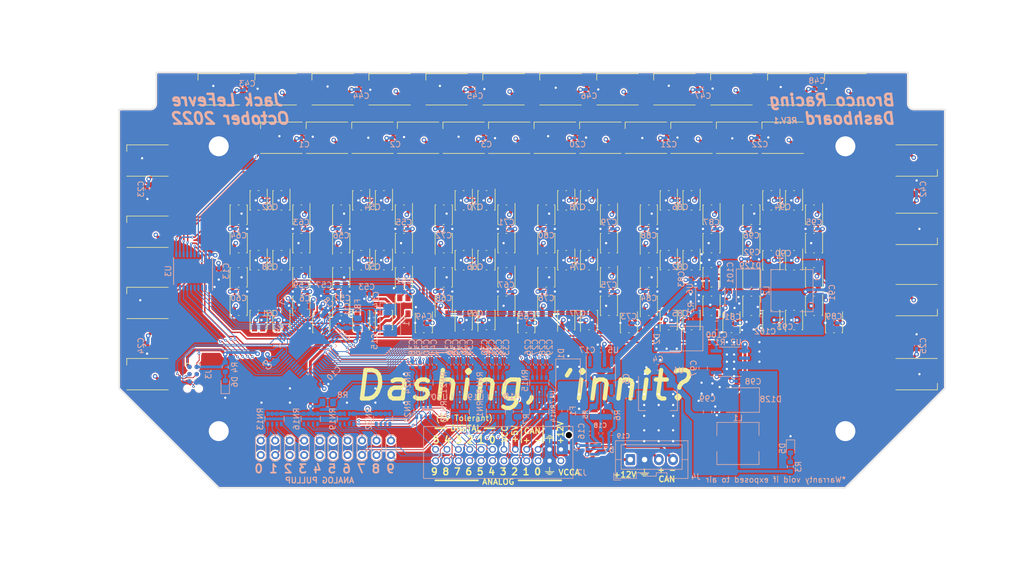
<source format=kicad_pcb>
(kicad_pcb (version 20221018) (generator pcbnew)
  (title_block (title "BR23 Dashboard PCB") (company "Bronco Racing"))
  (layers (0 "F.Cu" signal) (1 "In1.Cu" signal) (2 "In2.Cu" signal) (31 "B.Cu" signal) (34 "B.Paste" user) (35 "F.Paste" user) (36 "B.SilkS" user "B.Silkscreen") (37 "F.SilkS" user "F.Silkscreen") (38 "B.Mask" user) (39 "F.Mask" user) (44 "Edge.Cuts" user))
  (net 0 "")
  (net 1 "GND")
  (net 2 "+3V3")
  (net 3 "+3.3VA")
  (net 4 "+5V")
  (net 5 "/Microcontroller/HSE_OUT")
  (net 6 "/Microcontroller/HSE_IN")
  (net 7 "CAN+")
  (net 8 "Net-(D7-common)")
  (net 9 "Net-(U5-Vref)")
  (net 10 "CAN-")
  (net 11 "DIAL3")
  (net 12 "DIAL2")
  (net 13 "DIAL1")
  (net 14 "DIAL0")
  (net 15 "DIAL7")
  (net 16 "SWO")
  (net 17 "DIAL6")
  (net 18 "SWCLK")
  (net 19 "SWDIO")
  (net 20 "DIAL5")
  (net 21 "DIAL4")
  (net 22 "BTN1")
  (net 23 "BTN0")
  (net 24 "DIAL9")
  (net 25 "DIAL8")
  (net 26 "BTN5")
  (net 27 "BTN4")
  (net 28 "BTN3")
  (net 29 "BTN2")
  (net 30 "Net-(U2-BST)")
  (net 31 "Net-(D128-K)")
  (net 32 "Net-(U6-BST)")
  (net 33 "Net-(D129-K)")
  (net 34 "Net-(D1-A2)")
  (net 35 "Net-(D3-DOUT)")
  (net 36 "Net-(D4-DOUT)")
  (net 37 "Net-(D5-A)")
  (net 38 "Net-(D6-A)")
  (net 39 "Net-(D8-DOUT)")
  (net 40 "Net-(D10-DIN)")
  (net 41 "Net-(D10-DOUT)")
  (net 42 "CANRX")
  (net 43 "CANTX")
  (net 44 "Net-(D11-DOUT)")
  (net 45 "Net-(D12-DOUT)")
  (net 46 "Net-(D13-DOUT)")
  (net 47 "Net-(D14-DOUT)")
  (net 48 "Net-(D15-DOUT)")
  (net 49 "Net-(D16-DOUT)")
  (net 50 "+12V")
  (net 51 "Net-(D18-DIN)")
  (net 52 "/IO/BTN_0_PIN")
  (net 53 "/IO/BTN_1_PIN")
  (net 54 "/IO/BTN_2_PIN")
  (net 55 "/IO/BTN_3_PIN")
  (net 56 "/IO/BTN_4_PIN")
  (net 57 "/IO/BTN_5_PIN")
  (net 58 "/IO/DIAL0_PIN")
  (net 59 "/IO/DIAL1_PIN")
  (net 60 "/IO/DIAL2_PIN")
  (net 61 "/IO/DIAL3_PIN")
  (net 62 "/IO/DIAL4_PIN")
  (net 63 "/IO/DIAL5_PIN")
  (net 64 "/IO/DIAL6_PIN")
  (net 65 "/IO/DIAL7_PIN")
  (net 66 "/IO/DIAL8_PIN")
  (net 67 "/IO/DIAL9_PIN")
  (net 68 "Net-(D19-DIN)")
  (net 69 "Net-(D20-DIN)")
  (net 70 "Net-(D22-DOUT)")
  (net 71 "Net-(D24-DOUT)")
  (net 72 "Net-(D24-DIN)")
  (net 74 "Net-(D26-DOUT)")
  (net 75 "Net-(D27-DOUT)")
  (net 76 "Net-(D28-DOUT)")
  (net 77 "Net-(D29-DOUT)")
  (net 78 "Net-(D30-DOUT)")
  (net 79 "Net-(D31-DOUT)")
  (net 80 "Net-(D32-DOUT)")
  (net 81 "Net-(D33-DOUT)")
  (net 82 "Net-(D34-DOUT)")
  (net 83 "Net-(D35-DOUT)")
  (net 84 "Net-(D36-DOUT)")
  (net 85 "Net-(D38-DOUT)")
  (net 86 "Net-(D38-DIN)")
  (net 87 "Net-(D39-DIN)")
  (net 88 "Net-(D40-DIN)")
  (net 89 "Net-(D41-DIN)")
  (net 90 "Net-(D42-DOUT)")
  (net 91 "Net-(D43-DIN)")
  (net 92 "Net-(D44-DOUT)")
  (net 93 "Net-(D45-DOUT)")
  (net 94 "Net-(D46-DIN)")
  (net 95 "Net-(D48-DOUT)")
  (net 96 "Net-(D49-DOUT)")
  (net 97 "Net-(D50-DOUT)")
  (net 98 "Net-(D53-DOUT)")
  (net 99 "Net-(D53-DIN)")
  (net 100 "Net-(D54-DIN)")
  (net 101 "Net-(D55-DIN)")
  (net 102 "Net-(D56-DIN)")
  (net 103 "Net-(D57-DOUT)")
  (net 104 "Net-(D58-DIN)")
  (net 105 "Net-(D59-DOUT)")
  (net 106 "Net-(D60-DOUT)")
  (net 107 "Net-(D61-DIN)")
  (net 108 "Net-(D63-DOUT)")
  (net 109 "Net-(D64-DOUT)")
  (net 110 "Net-(D65-DOUT)")
  (net 111 "Net-(D68-DOUT)")
  (net 112 "+5VE")
  (net 113 "+12V_Fused")
  (net 114 "Net-(D68-DIN)")
  (net 115 "Net-(D69-DIN)")
  (net 116 "Net-(D70-DIN)")
  (net 117 "Net-(D71-DIN)")
  (net 118 "Net-(D72-DOUT)")
  (net 119 "LED_DATA_1")
  (net 120 "Net-(D73-DIN)")
  (net 121 "/WS2812/Tachometer/DATA_OUT")
  (net 122 "/WS2812/Shift Lights/DATA_IN")
  (net 123 "Net-(D74-DOUT)")
  (net 124 "Net-(D75-DOUT)")
  (net 125 "Net-(D76-DIN)")
  (net 126 "Net-(D78-DOUT)")
  (net 127 "Net-(D79-DOUT)")
  (net 128 "Net-(D80-DOUT)")
  (net 129 "Net-(D83-DOUT)")
  (net 130 "LED_DATA_0")
  (net 131 "Net-(D83-DIN)")
  (net 132 "Net-(D84-DIN)")
  (net 133 "Net-(D85-DIN)")
  (net 134 "Net-(D86-DIN)")
  (net 135 "Net-(D87-DOUT)")
  (net 136 "Net-(D88-DIN)")
  (net 137 "Net-(D89-DOUT)")
  (net 138 "Net-(D90-DOUT)")
  (net 139 "Net-(D91-DIN)")
  (net 140 "Net-(D93-DOUT)")
  (net 141 "Net-(D94-DOUT)")
  (net 142 "/WS2812/Shift Lights/DATA_OUT")
  (net 143 "Net-(D95-DOUT)")
  (net 144 "Net-(D104-DIN)")
  (net 145 "Net-(D98-DIN)")
  (net 146 "Net-(D100-DOUT)")
  (net 147 "Net-(D100-DIN)")
  (net 148 "Net-(D101-DIN)")
  (net 149 "LED_DATA_3")
  (net 150 "Net-(D102-DOUT)")
  (net 151 "Net-(D103-DIN)")
  (net 152 "Net-(D104-DOUT)")
  (net 153 "Net-(D105-DOUT)")
  (net 154 "/WS2812/Digit 1/DP")
  (net 155 "Net-(D106-DIN)")
  (net 156 "Net-(D108-DOUT)")
  (net 157 "Net-(D109-DOUT)")
  (net 158 "/WS2812/Digit 1/DATA_OUT")
  (net 159 "Net-(D110-DOUT)")
  (net 160 "Net-(D113-DOUT)")
  (net 161 "Net-(D113-DIN)")
  (net 162 "Net-(D114-DIN)")
  (net 163 "Net-(D115-DIN)")
  (net 164 "Net-(D116-DIN)")
  (net 165 "LED_DATA_2")
  (net 166 "Net-(D117-DOUT)")
  (net 167 "Net-(D118-DIN)")
  (net 168 "Net-(D119-DOUT)")
  (net 169 "Net-(D120-DOUT)")
  (net 170 "/WS2812/Digit 0/DP")
  (net 171 "Net-(D121-DIN)")
  (net 172 "Net-(D123-DOUT)")
  (net 173 "Net-(D124-DOUT)")
  (net 174 "/WS2812/Digit 0/DATA_OUT")
  (net 175 "Net-(D125-DOUT)")
  (net 177 "Net-(J2-Pin_2)")
  (net 178 "Net-(J2-Pin_11)")
  (net 180 "Net-(JP1-A)")
  (net 181 "LED_DATA_4")
  (net 182 "Net-(JP2-A)")
  (net 183 "Net-(JP3-A)")
  (net 184 "Net-(JP4-A)")
  (net 185 "Net-(JP5-A)")
  (net 186 "/WS2812/Digit 2/DP")
  (net 187 "Net-(JP6-A)")
  (net 188 "Net-(JP7-A)")
  (net 189 "Net-(JP8-A)")
  (net 190 "/WS2812/Digit 2/DATA_OUT")
  (net 191 "Net-(JP9-A)")
  (net 192 "Net-(JP10-A)")
  (net 193 "Net-(U2-PGOOD)")
  (net 194 "Net-(U6-PGOOD)")
  (net 195 "Net-(RN14-R1.1)")
  (net 196 "Net-(RN14-R2.1)")
  (net 197 "LED_DATA_5")
  (net 198 "Net-(RN14-R3.1)")
  (net 199 "Net-(RN14-R4.1)")
  (net 200 "Net-(RN15-R4.2)")
  (net 201 "Net-(RN15-R3.2)")
  (net 202 "/WS2812/Digit 3/DP")
  (net 203 "Net-(RN15-R2.2)")
  (net 204 "Net-(RN15-R1.2)")
  (net 205 "Net-(RN17-R1.1)")
  (net 206 "/WS2812/Digit 3/DATA_OUT")
  (net 207 "Net-(RN17-R2.1)")
  (net 208 "Net-(RN17-R3.1)")
  (net 209 "Net-(RN17-R4.1)")
  (net 210 "Net-(RN18-R4.2)")
  (net 211 "Net-(RN18-R3.2)")
  (net 212 "Net-(RN18-R2.2)")
  (net 213 "LED_DATA_6")
  (net 214 "Net-(RN18-R1.2)")
  (net 215 "Net-(RN20-R1.1)")
  (net 216 "Net-(RN20-R2.1)")
  (net 217 "Net-(RN20-R3.1)")
  (net 218 "/WS2812/Digit 4/DP")
  (net 219 "Net-(RN20-R4.1)")
  (net 220 "Net-(RN21-R4.2)")
  (net 221 "Net-(RN21-R3.2)")
  (net 222 "/WS2812/Digit 4/DATA_OUT")
  (net 223 "Net-(RN21-R2.2)")
  (net 224 "Net-(RN21-R1.2)")
  (net 225 "Net-(RN23-R1.1)")
  (net 226 "Net-(RN23-R2.1)")
  (net 227 "Net-(RN23-R3.1)")
  (net 228 "Net-(RN23-R4.1)")
  (net 229 "LED_DATA_7")
  (net 230 "Net-(RN24-R4.2)")
  (net 231 "Net-(RN24-R3.2)")
  (net 232 "Net-(RN24-R2.2)")
  (net 233 "Net-(RN24-R1.2)")
  (net 234 "/WS2812/Digit 5/DP")
  (net 238 "/WS2812/Digit 5/DATA_OUT")
  (net 240 "LED_DATA_3V3_0")
  (net 241 "LED_DATA_3V3_1")
  (net 242 "LED_DATA_3V3_2")
  (net 243 "LED_DATA_3V3_3")
  (net 244 "LED_DATA_3V3_4")
  (net 245 "LED_DATA_3V3_5")
  (net 246 "LED_DATA_3V3_6")
  (net 247 "LED_DATA_3V3_7")
  (footprint "XL-3528RGBW-WS2812B:XL-3528RGBW-WS2812B" (layer "F.Cu") (at 198 108.52 -90)
    (fp_text reference "D127" hide)
    (fp_text value "WS2812B")
  )
  (footprint "XL-3528RGBW-WS2812B:XL-3528RGBW-WS2812B" (layer "F.Cu") (at 147.5 105.5 90)
    (fp_text reference "D86" hide)
    (fp_text value "WS2812B")
  )
  (footprint "XL-3528RGBW-WS2812B:XL-3528RGBW-WS2812B" (layer "F.Cu") (at 122.5 105.5 -90)
    (fp_text reference "D51" hide)
    (fp_text value "WS2812B")
  )
  (footprint "XL-3528RGBW-WS2812B:XL-3528RGBW-WS2812B" (layer "F.Cu") (at 133 87 -90)
    (fp_text reference "D72" hide)
    (fp_text value "WS2812B")
  )
  (footprint "XL-3528RGBW-WS2812B:XL-3528RGBW-WS2812B" (layer "F.Cu") (at 183.5 100.5 90)
    (fp_text reference "D115" hide)
    (fp_text value "WS2812B")
  )
  (footprint "XL-3528RGBW-WS2812B:XL-3528RGBW-WS2812B" (layer "F.Cu") (at 119 97.5 -90)
    (fp_text reference "D47" hide)
    (fp_text value "WS2812B")
  )
  (footprint "XL-3528RGBW-WS2812B:XL-3528RGBW-WS2812B" (layer "F.Cu") (at 169 87 -90)
    (fp_text reference "D102" hide)
    (fp_text value "WS2812B")
  )
  (footprint "LED_SMD:LED_WS2812B_PLCC4_5.0x5.0mm_P3.2mm" (layer "F.Cu") (at 109 76 180)
    (fp_text reference "D4" hide)
    (fp_text value "WS2812B")
  )
  (footprint "XL-3528RGBW-WS2812B:XL-3528RGBW-WS2812B" (layer "F.Cu") (at 111.5 100.5 90)
    (fp_text reference "D40" hide)
    (fp_text value "WS2812B")
  )
  (footprint "XL-3528RGBW-WS2812B:XL-3528RGBW-WS2812B" (layer "F.Cu") (at 119 87 -90)
    (fp_text reference "D45" hide)
    (fp_text value "WS2812B")
  )
  (footprint "XL-3528RGBW-WS2812B:XL-3528RGBW-WS2812B" (layer "F.Cu") (at 140.5 94.5 -90)
    (fp_text reference "D79" hide)
    (fp_text value "WS2812B")
  )
  (footprint "XL-3528RGBW-WS2812B:XL-3528RGBW-WS2812B" (layer "F.Cu") (at 115 108 90)
    (fp_text reference "D43" hide)
    (fp_text value "WS2812B")
  )
  (footprint "XL-3528RGBW-WS2812B:XL-3528RGBW-WS2812B" (layer "F.Cu") (at 101 108 90)
    (fp_text reference "D61" hide)
    (fp_text value "WS2812B")
  )
  (footprint "XL-3528RGBW-WS2812B:XL-3528RGBW-WS2812B" (layer "F.Cu") (at 140.5 105.5 -90)
    (fp_text reference "D81" hide)
    (fp_text value "WS2812B")
  )
  (footprint "LED_SMD:LED_WS2812B_PLCC4_5.0x5.0mm_P3.2mm" (layer "F.Cu") (at 181 76 180)
    (fp_text reference "D16" hide)
    (fp_text value "WS2812B")
  )
  (footprint "XL-3528RGBW-WS2812B:XL-3528RGBW-WS2812B" (layer "F.Cu") (at 133 97.5 -90)
    (fp_text reference "D74" hide)
    (fp_text value "WS2812B")
  )
  (footprint "XL-3528RGBW-WS2812B:XL-3528RGBW-WS2812B" (layer "F.Cu") (at 165.5 100.5 90)
    (fp_text reference "D100" hide)
    (fp_text value "WS2812B")
  )
  (footprint "XL-3528RGBW-WS2812B:XL-3528RGBW-WS2812B" (layer "F.Cu") (at 194.5 100.5 -90)
    (fp_text reference "D125" hide)
    (fp_text value "WS2812B")
  )
  (footprint "XL-3528RGBW-WS2812B:XL-3528RGBW-WS2812B" (layer "F.Cu") (at 165.5 89.5 90)
    (fp_text reference "D98" hide)
    (fp_text value "WS2812B")
  )
  (footprint "XL-3528RGBW-WS2812B:XL-3528RGBW-WS2812B" (layer "F.Cu") (at 158.5 94.5 -90)
    (fp_text reference "D94" hide)
    (fp_text value "WS2812B")
  )
  (footprint "XL-3528RGBW-WS2812B:XL-3528RGBW-WS2812B" (layer "F.Cu") (at 137 87 -90)
    (fp_text reference "D75" hide)
    (fp_text value "WS2812B")
  )
  (footprint "XL-3528RGBW-WS2812B:XL-3528RGBW-WS2812B" (layer "F.Cu") (at 176.5 105.5 -90)
    (fp_text reference "D111" hide)
    (fp_text value "WS2812B")
  )
  (footprint "XL-3528RGBW-WS2812B:XL-3528RGBW-WS2812B" (layer "F.Cu") (at 104.5 105.5 -90)
    (fp_text reference "D66" hide)
    (fp_text value "WS2812B")
  )
  (footprint "LED_SMD:LED_WS2812B_PLCC4_5.0x5.0mm_P3.2mm" (layer "F.Cu") (at 77.5 92.5 180)
    (fp_text reference "D19" hide)
    (fp_text value "WS2812B")
  )
  (footprint "LED_SMD:LED_WS2812B_PLCC4_5.0x5.0mm_P3.2mm" (layer "F.Cu") (at 212.5 92)
    (fp_text reference "DD23" hide)
    (fp_text value "WS2812B")
  )
  (footprint "MountingHole:MountingHole_3.5mm_Pad" (layer "F.Cu") (at 90 77.5)
    (fp_text reference "H1" hide)
    (fp_text value "MountingHole")
  )
  (footprint "LED_SMD:LED_WS2812B_PLCC4_5.0x5.0mm_P3.2mm" (layer "F.Cu") (at 77.5 80 180)
    (fp_text reference "D18" hide)
    (fp_text value "WS2812B")
  )
  (footprint "XL-3528RGBW-WS2812B:XL-3528RGBW-WS2812B" (layer "F.Cu") (at 129.5 89.5 90)
    (fp_text reference "D68" hide)
    (fp_text value "WS2812B")
  )
  (footprint "XL-3528RGBW-WS2812B:XL-3528RGBW-WS2812B" (layer "F.Cu") (at 119 108 90)
    (fp_text reference "D46" hide)
    (fp_text value "WS2812B")
  )
  (footprint "LED_SMD:LED_WS2812B_PLCC4_5.0x5.0mm_P3.2mm" (layer "F.Cu") (at 212.5 117.5)
    (fp_text reference "D25" hide)
    (fp_text value "WS2812B")
  )
  (footprint "XL-3528RGBW-WS2812B:XL-3528RGBW-WS2812B" (layer "F.Cu") (at 101 97.5 -90)
    (fp_text reference "D62" hide)
    (fp_text value "WS2812B")
  )
  (footprint "XL-3528RGBW-WS2812B:XL-3528RGBW-WS2812B" (layer "F.Cu") (at 133 108 90)
    (fp_text reference "D73" hide)
    (fp_text value "WS2812B")
  )
  (footprint "XL-3528RGBW-WS2812B:XL-3528RGBW-WS2812B" (layer "F.Cu") (at 137 97.5 -90)
    (fp_text reference "D77" hide)
    (fp_text value "WS2812B")
  )
  (footprint "XL-3528RGBW-WS2812B:XL-3528RGBW-WS2812B" (layer "F.Cu") (at 191 97.5 -90)
    (fp_text reference "D122" hide)
    (fp_text value "WS2812B")
  )
  (footprint "XL-3528RGBW-WS2812B:XL-3528RGBW-WS2812B" (layer "F.Cu") (at 126 108.52 -90)
    (fp_text reference "D52" hide)
    (fp_text value "WS2812B")
  )
  (footprint "XL-3528RGBW-WS2812B:XL-3528RGBW-WS2812B" (layer "F.Cu") (at 122.5 94.5 -90)
    (fp_text reference "D49" hide)
    (fp_text value "WS2812B")
  )
  (footprint "LED_SMD:LED_WS2812B_PLCC4_5.0x5.0mm_P3.2mm" (layer "F.Cu") (at 160 67.5 180)
    (fp_text reference "D33" hide)
    (fp_text value "WS2812B")
  )
  (footprint "XL-3528RGBW-WS2812B:XL-3528RGBW-WS2812B" (layer "F.Cu") (at 173 87 -90)
    (fp_text reference "D105" hide)
    (fp_text value "WS2812B")
  )
  (footprint "XL-3528RGBW-WS2812B:XL-3528RGBW-WS2812B" (layer "F.Cu") (at 194.5 105.5 -90)
    (fp_text reference "D126" hide)
    (fp_text value "WS2812B")
  )
  (footprint "Connector:Tag-Connect_TC2030-IDC-NL_2x03_P1.27mm_Vertical" (layer "F.Cu") (at 85.5 117.5 -90)
    (fp_text reference "J1" hide)
    (fp_text value "TC2030")
  )
  (footprint "XL-3528RGBW-WS2812B:XL-3528RGBW-WS2812B" (layer "F.Cu") (at 104.5 89.5 -90)
    (fp_text reference "D63" hide)
    (fp_text value "WS2812B")
  )
  (footprint "XL-3528RGBW-WS2812B:XL-3528RGBW-WS2812B" (layer "F.Cu") (at 101 87 -90)
    (fp_text reference "D60" hide)
    (fp_text value "WS2812B")
  )
  (footprint "LED_SMD:LED_WS2812B_PLCC4_5.0x5.0mm_P3.2mm" (layer "F.Cu") (at 189 76 180)
    (fp_text reference "D17" hide)
    (fp_text value "WS2812B")
  )
  (footprint "XL-3528RGBW-WS2812B:XL-3528RGBW-WS2812B" (layer "F.Cu") (at 183.5 89.5 90)
    (fp_text reference "D113" hide)
    (fp_text value "WS2812B")
  )
  (footprint "LED_SMD:LED_WS2812B_PLCC4_5.0x5.0mm_P3.2mm" (layer "F.Cu") (at 200 67.5 180)
    (fp_text reference "D37" hide)
    (fp_text value "WS2812B")
  )
  (footprint "XL-3528RGBW-WS2812B:XL-3528RGBW-WS2812B" (layer "F.Cu") (at 104.5 100.5 -90)
    (fp_text reference "D65" hide)
    (fp_text value "WS2812B")
  )
  (footprint "MountingHole:MountingHole_3.5mm_Pad" (layer "F.Cu") (at 90 127.5)
    (fp_text reference "H2" hide)
    (fp_text value "MountingHole")
  )
  (footprint "XL-3528RGBW-WS2812B:XL-3528RGBW-WS2812B" (layer "F.Cu") (at 115 87 -90)
    (fp_text reference "D42" hide)
    (fp_text value "WS2812B")
  )
  (footprint "LED_SMD:LED_WS2812B_PLCC4_5.0x5.0mm_P3.2mm" (layer "F.Cu") (at 173 76 180)
    (fp_text reference "D15" hide)
    (fp_text value "WS2812B")
  )
  (footprint "XL-3528RGBW-WS2812B:XL-3528RGBW-WS2812B" (layer "F.Cu") (at 162 108.52 -90)
    (fp_text reference "D97" hide)
    (fp_text value "WS2812B")
  )
  (footprint "XL-3528RGBW-WS2812B:XL-3528RGBW-WS2812B" (layer "F.Cu") (at 111.5 94.5 90)
    (fp_text reference "D39" hide)
    (fp_text value "WS2812B")
  )
  (footprint "XL-3528RGBW-WS2812B:XL-3528RGBW-WS2812B" (layer "F.Cu") (at 111.5 89.5 90)
    (fp_text reference "D38" hide)
    (fp_text value "WS2812B")
  )
  (footprint "XL-3528RGBW-WS2812B:XL-3528RGBW-WS2812B" (layer "F.Cu") (at 176.5 89.5 -90)
    (fp_text reference "D108" hide)
    (fp_text value "WS2812B")
  )
  (footprint "LED_SMD:LED_WS2812B_PLCC4_5.0x5.0mm_P3.2mm" (layer "F.Cu") (at 150 67.5 180)
    (fp_text reference "D32" hide)
    (fp_text value "WS2812B")
  )
  (footprint "XL-3528RGBW-WS2812B:XL-3528RGBW-WS2812B" (layer "F.Cu") (at 187 97.5 -90)
    (fp_text reference "D119" hide)
    (fp_text value "WS2812B")
  )
  (footprint "XL-3528RGBW-WS2812B:XL-3528RGBW-WS2812B" (layer "F.Cu") (at 93.5 89.5 90)
    (fp_text reference "D53" hide)
    (fp_text value "WS2812B")
  )
  (footprint "XL-3528RGBW-WS2812B:XL-3528RGBW-WS2812B" (layer "F.Cu") (at 97 97.5 -90)
    (fp_text reference "D59" hide)
    (fp_text value "WS2812B")
  )
  (footprint "XL-3528RGBW-WS2812B:XL-3528RGBW-WS2812B" (layer "F.Cu") (at 165.5 94.5 90)
    (fp_text reference "D99" hide)
    (fp_text value "WS2812B")
  )
  (footprint "XL-3528RGBW-WS2812B:XL-3528RGBW-WS2812B" (layer "F.Cu") (at 97 108 90)
    (fp_text reference "D58" hide)
    (fp_text value "WS2812B")
  )
  (footprint "XL-3528RGBW-WS2812B:XL-3528RGBW-WS2812B" (layer "F.Cu") (at 151 97.5 -90)
    (fp_text reference "D89" hide)
    (fp_text value "WS2812B")
  )
  (footprint "LED_SMD:LED_WS2812B_PLCC4_5.0x5.0mm_P3.2mm" (layer "F.Cu") (at 190 67.5 180)
    (fp_text reference "D36" hide)
    (fp_text value "WS2812B")
  )
  (footprint "LED_SMD:LED_WS2812B_PLCC4_5.0x5.0mm_P3.2mm" (layer "F.Cu") (at 140 67.5 180)
    (fp_text reference "D31" hide)
    (fp_text value "WS2812B")
  )
  (footprint "XL-3528RGBW-WS2812B:XL-3528RGBW-WS2812B" (layer "F.Cu") (at 176.5 94.5 -90)
    (fp_text reference "D109" hide)
    (fp_text value "WS2812B")
  )
  (footprint "XL-3528RGBW-WS2812B:XL-3528RGBW-WS2812B" (layer "F.Cu") (at 93.5 94.5 90)
    (fp_text reference "D54" hide)
    (fp_text value "WS2812B")
  )
  (footprint "XL-3528RGBW-WS2812B:XL-3528RGBW-WS2812B" (layer "F.Cu") (at 122.5 100.5 -90)
    (fp_text reference "D50" hide)
    (fp_text value "WS2812B")
  )
  (footprint "LED_SMD:LED_WS2812B_PLCC4_5.0x5.0mm_P3.2mm" (layer "F.Cu") (at 180 67.5 180)
    (fp_text reference "D35" hide)
    (fp_text value "WS2812B")
  )
  (footprint "LED_SMD:LED_WS2812B_PLCC4_5.0x5.0mm_P3.2mm" (layer "F.Cu") (at 77.5 117.5 180)
    (fp_text reference "D21" hide)
    (fp_text value "WS2812B")
  )
  (footprint "LED_SMD:LED_WS2812B_PLCC4_5.0x5.0mm_P3.2mm" (layer "F.Cu") (at 170 67.5 180)
    (fp_text reference "D34" hide)
    (fp_text value "WS2812B")
  )
  (footprint "XL-3528RGBW-WS2812B:XL-3528RGBW-WS2812B" (layer "F.Cu") (at 183.5 105.5 90)
    (fp_text reference "D116" hide)
    (fp_text value "WS2812B")
  )
  (footprint "XL-3528RGBW-WS2812B:XL-3528RGBW-WS2812B" (layer "F.Cu") (at 173 97.5 -90)
    (fp_text reference "D107" hide)
    (fp_text value "WS2812B")
  )
  (footprint "MountingHole:MountingHole_3.5mm_Pad" (layer "F.Cu") (at 200 77.5)
    (fp_text reference "H4" hide)
    (fp_text value "MountingHole")
  )
  (footprint "XL-3528RGBW-WS2812B:XL-3528RGBW-WS2812B" (layer "F.Cu") (at 173 108 90)
    (fp_text reference "D106" hide)
    (fp_text value "WS2812B")
  )
  (footprint "XL-3528RGBW-WS2812B:XL-3528RGBW-WS2812B" (layer "F.Cu") (at 140.5 89.5 -90)
    (fp_text reference "D78" hide)
    (fp_text value "WS2812B")
  )
  (footprint "XL-3528RGBW-WS2812B:XL-3528RGBW-WS2812B" (layer "F.Cu") (at 176.5 100.5 -90)
    (fp_text reference "D110" hide)
    (fp_text value "WS2812B")
  )
  (footprint "LED_SMD:LED_WS2812B_PLCC4_5.0x5.0mm_P3.2mm" (layer "F.Cu") (at 90 67.5 180)
    (fp_text reference "D26" hide)
    (fp_text value "WS2812B")
  )
  (footprint "LED_SMD:LED_WS2812B_PLCC4_5.0x5.0mm_P3.2mm" (layer "F.Cu") (at 100 67.5 180)
    (fp_text reference "D27" hide)
    (fp_text value "WS2812B")
  )
  (footprint "XL-3528RGBW-WS2812B:XL-3528RGBW-WS2812B" (layer "F.Cu") (at 151 87 -90)
    (fp_text reference "D87" hide)
    (fp_text value "WS2812B")
  )
  (footprint "XL-3528RGBW-WS2812B:XL-3528RGBW-WS2812B" (layer "F.Cu") (at 104.5 94.5 -90)
    (fp_text reference "D64" hide)
    (fp_text value "WS2812B")
  )
  (footprint "XL-3528RGBW-WS2812B:XL-3528RGBW-WS2812B" (layer "F.Cu") (at 155 87 -90)
    (fp_text reference "D90" hide)
    (fp_text value "WS2812B")
  )
  (footprint "XL-3528RGBW-WS2812B:XL-3528RGBW-WS2812B" (layer "F.Cu") (at 137 108 90)
    (fp_text reference "D76" hide)
    (fp_text value "WS2812B")
  )
  (footprint "XL-3528RGBW-WS2812B:XL-3528RGBW-WS2812B" (layer "F.Cu") (at 158.5 100.5 -90)
    (fp_text reference "D95" hide)
    (fp_text value "WS2812B")
  )
  (footprint "XL-3528RGBW-WS2812B:XL-3528RGBW-WS2812B" (layer "F.Cu") (at 194.5 94.5 -90)
    (fp_text reference "D124" hide)
    (fp_text value "WS2812B")
  )
  (footprint "XL-3528RGBW-WS2812B:XL-3528RGBW-WS2812B" (layer "F.Cu") (at 93.5 105.5 90)
    (fp_text reference "D56" hide)
    (fp_text value "WS2812B")
  )
  (footprint "XL-3528RGBW-WS2812B:XL-3528RGBW-WS2812B" (layer "F.Cu") (at 147.5 89.5 90)
    (fp_text reference "D83" hide)
    (fp_text value "WS2812B")
  )
  (footprint "LED_SMD:LED_WS2812B_PLCC4_5.0x5.0mm_P3.2mm" (layer "F.Cu") (at 212.5 80)
    (fp_text reference "D22" hide)
    (fp_text value "WS2812B")
  )
  (footprint "XL-3528RGBW-WS2812B:XL-3528RGBW-WS2812B" (layer "F.Cu") (at 169 108 90)
    (fp_text reference "D103" hide)
    (fp_text value "WS2812B")
  )
  (footprint "LED_SMD:LED_WS2812B_PLCC4_5.0x5.0mm_P3.2mm" (layer "F.Cu") (at 133 76 180)
    (fp_text reference "D10" hide)
    (fp_text value "WS2812B")
  )
  (footprint "LED_SMD:LED_WS2812B_PLCC4_5.0x5.0mm_P3.2mm" (layer "F.Cu") (at 157 76 180)
    (fp_text reference "D13" hide)
    (fp_text value "WS2812B")
  )
  (footprint "XL-3528RGBW-WS2812B:XL-3528RGBW-WS2812B" (layer "F.Cu") (at 194.5 89.5 -90)
    (fp_text reference "D123" hide)
    (fp_text value "WS2812B")
  )
  (footprint "XL-3528RGBW-WS2812B:XL-3528RGBW-WS2812B" (layer "F.Cu") (at 144 108.52 -90)
    (fp_text reference "D82" hide)
    (fp_text value "WS2812B")
  )
  (footprint "XL-3528RGBW-WS2812B:XL-3528RGBW-WS2812B" (layer "F.Cu") (at 140.5 100.5 -90)
    (fp_text reference "D80" hide)
    (fp_text value "WS2812B")
  )
  (footprint "LED_SMD:LED_WS2812B_PLCC4_5.0x5.0mm_P3.2mm" (layer "F.Cu") (at 101 76 180)
    (fp_text reference "D3" hide)
    (fp_text value "WS2812B")
  )
  (footprint "XL-3528RGBW-WS2812B:XL-3528RGBW-WS2812B" (layer "F.Cu") (at 111.5 105.5 90)
    (fp_text reference "D41" hide)
    (fp_text value "WS2812B")
  )
  (footprint "LED_SMD:LED_WS2812B_PLCC4_5.0x5.0mm_P3.2mm" (layer "F.Cu") (at 120 67.5 180)
    (fp_text reference "D29" hide)
    (fp_text value "WS2812B")
  )
  (footprint "LED_SMD:LED_WS2812B_PLCC4_5.0x5.0mm_P3.2mm" (layer "F.Cu") (at 212.5 104.5)
    (fp_text reference "D24" hide)
    (fp_text value "WS2812B")
  )
  (footprint "XL-3528RGBW-WS2812B:XL-3528RGBW-WS2812B" (layer "F.Cu") (at 187 108 90)
    (fp_text reference "D118" hide)
    (fp_text value "WS2812B")
  )
  (footprint "XL-3528RGBW-WS2812B:XL-3528RGBW-WS2812B" (layer "F.Cu") (at 151 108 90)
    (fp_text reference "D88" hide)
    (fp_text value "WS2812B")
  )
  (footprint "XL-3528RGBW-WS2812B:XL-3528RGBW-WS2812B" (layer "F.Cu") (at 93.5 100.5 90)
    (fp_text reference "D55" hide)
    (fp_text value "WS2812B")
  )
  (footprint "XL-3528RGBW-WS2812B:XL-3528RGBW-WS2812B" (layer "F.Cu") (at 129.5 100.5 90)
    (fp_text reference "D70" hide)
    (fp_text value "WS2812B")
  )
  (footprint "XL-3528RGBW-WS2812B:XL-3528RGBW-WS2812B" (layer "F.Cu") (at 187 87 -90)
    (fp_text reference "D117" hide)
    (fp_text value "WS2812B")
  )
  (footprint "XL-3528RGBW-WS2812B:XL-3528RGBW-WS2812B" (layer "F.Cu") (at 97 87 -90)
    (fp_text reference "D57" hide)
    (fp_text value "WS2812B")
  )
  (footprint "LED_SMD:LED_WS2812B_PLCC4_5.0x5.0mm_P3.2mm" (layer "F.Cu") (at 130 67.5 180)
    (fp_text reference "D30" hide)
    (fp_text value "WS2812B")
  )
  (footprint "XL-3528RGBW-WS2812B:XL-3528RGBW-WS2812B" (layer "F.Cu") (at 169 97.5 -90)
    (fp_text reference "D104" hide)
    (fp_text value "WS2812B")
  )
  (footprint "XL-3528RGBW-WS2812B:XL-3528RGBW-WS2812B" (layer "F.Cu") (at 108 108.52 -90)
    (fp_text reference "D67" hide)
    (fp_text value "WS2812B")
  )
  (footprint "LED_SMD:LED_WS2812B_PLCC4_5.0x5.0mm_P3.2mm" (layer "F.Cu") (at 141 76 180)
    (fp_text reference "D11" hide)
    (fp_text value "WS2812B")
  )
  (footprint "MountingHole:MountingHole_3.5mm_Pad" (layer "F.Cu") (at 200 127.5)
    (fp_text reference "H3" hide)
    (fp_text value "MountingHole")
  )
  (footprint "XL-3528RGBW-WS2812B:XL-3528RGBW-WS2812B" (layer "F.Cu") (at 183.5 94.5 90)
    (fp_text reference "D114" hide)
    (fp_text value "WS2812B")
  )
  (footprint "XL-3528RGBW-WS2812B:XL-3528RGBW-WS2812B" (layer "F.Cu") (at 147.5 94.5 90)
    (fp_text reference "D84" hide)
    (fp_text value "WS2812B")
  )
  (footprint "LED_SMD:LED_WS2812B_PLCC4_5.0x5.0mm_P3.2mm" (layer "F.Cu") (at 77.5 105 180)
    (fp_text reference "D20" hide)
    (fp_text value "WS2812B")
  )
  (footprint "LED_SMD:LED_WS2812B_PLCC4_5.0x5.0mm_P3.2mm" (layer "F.Cu") (at 117 76 180)
    (fp_text reference "D8" hide)
    (fp_text value "WS2812B")
  )
  (footprint "XL-3528RGBW-WS2812B:XL-3528RGBW-WS2812B" (layer "F.Cu") (at 147.5 100.5 90)
    (fp_text reference "D85" hide)
    (fp_text value "WS2812B")
  )
  (footprint "XL-3528RGBW-WS2812B:XL-3528RGBW-WS2812B" (layer "F.Cu") (at 129.5 94.5 90)
    (fp_text reference "D69" hide)
    (fp_text value "WS2812B")
  )
  (footprint "XL-3528RGBW-WS2812B:XL-3528RGBW-WS2812B" (layer "F.Cu") (at 122.5 89.5 -90)
    (fp_text reference "D48" hide)
    (fp_text value "WS2812B")
  )
  (footprint "XL-3528RGBW-WS2812B:XL-3528RGBW-WS2812B" (layer "F.Cu") (at 158.5 89.5 -90)
    (fp_text reference "D93" hide)
    (fp_text value "WS2812B")
  )
  (footprint "XL-3528RGBW-WS2812B:XL-3528RGBW-WS2812B" (layer "F.Cu") (at 180 108.52 -90)
    (fp_text reference "D112" hide)
    (fp_text value "WS2812B")
  )
  (footprint "LED_SMD:LED_WS2812B_PLCC4_5.0x5.0mm_P3.2mm" (layer "F.Cu") (at 125 76 180)
    (fp_text reference "D9" hide)
    (fp_text value "WS2812B")
  )
  (footprint "XL-3528RGBW-WS2812B:XL-3528RGBW-WS2812B" (layer "F.Cu") (at 155 97.5 -90)
    (fp_text reference "D92" hide)
    (fp_text value "WS2812B")
  )
  (footprint "LED_SMD:LED_WS2812B_PLCC4_5.0x5.0mm_P3.2mm" (layer "F.Cu") (at 110 67.5 180)
    (fp_text reference "D28" hide)
    (fp_text value "WS2812B")
  )
  (footprint "XL-3528RGBW-WS2812B:XL-3528RGBW-WS2812B" (layer "F.Cu") (at 191 87 -90)
    (fp_text reference "D120" hide)
    (fp_text value "WS2812B")
  )
  (footprint "XL-3528RGBW-WS2812B:XL-3528RGBW-WS2812B" (layer "F.Cu") (at 191 108 90)
    (fp_text reference "D121" hide)
    (fp_text value "WS2812B")
  )
  (footprint "XL-3528RGBW-WS2812B:XL-3528RGBW-WS2812B" (layer "F.Cu") (at 165.5 105.5 90)
    (fp_text reference "D101" hide)
    (fp_text value "WS2812B")
  )
  (footprint "XL-3528RGBW-WS2812B:XL-3528RGBW-WS2812B" (layer "F.Cu") (at 129.5 105.5 90)
    (fp_text reference "D71" hide)
    (fp_text value "WS2812B")
  )
  (footprint "XL-3528RGBW-WS2812B:XL-3528RGBW-WS2812B" (layer "F.Cu") (at 115 97.5 -90)
    (fp_text reference "D44" hide)
    (fp_text value "WS2812B")
  )
  (footprint "LED_SMD:LED_WS2812B_PLCC4_5.0x5.0mm_P3.2mm" (layer "F.Cu") (at 165 76 180)
    (fp_text reference "D14" hide)
    (fp_text value "WS2812B")
  )
  (footprint "LED_SMD:LED_WS2812B_PLCC4_5.0x5.0mm_P3.2mm" (layer "F.Cu") (at 149 76 180)
    (fp_text reference "D12" hide)
    (fp_text value "WS2812B")
  )
  (footprint "XL-3528RGBW-WS2812B:XL-3528RGBW-WS2812B" (layer "F.Cu") (at 158.5 105.5 -90)
    (fp_text reference "D96" hide)
    (fp_text value "WS2812B")
  )
  (footprint "XL-3528RGBW-WS2812B:XL-3528RGBW-WS2812B" (layer "F.Cu") (at 155 108 90)
    (fp_text reference "D91" hide)
    (fp_text value "WS2812B")
  )
  (footprint "Package_TO_SOT_SMD:SOT-323_SC-70" (layer "B.Cu") (at 155.84 130.683 180)
    (fp_text reference "D7")
    (fp_text value "D_TVS_Dual_AAC")
  )
  (footprint "Capacitor_SMD:C_0402_1005Metric" (layer "B.Cu") (at 135 87)
    (fp_text reference "C70")
    (fp_text value "100n")
  )
  (footprint "Capacitor_SMD:C_0402_1005Metric" (layer "B.Cu") (at 99 108 180)
    (fp_text reference "C61")
    (fp_text value "100n")
  )
  (footprint "Capacitor_SMD:C_0402_1005Metric" (layer "B.Cu") (at 125.315 115.817 90)
    (fp_text reference "C39")
    (fp_text value "100n")
  )
  (footprint "Capacitor_SMD:C_0402_1005Metric" (layer "B.Cu") (at 153 87)
    (fp_text reference "C78")
    (fp_text value "100n")
  )
  (footprint "Capacitor_SMD:C_0402_1005Metric" (layer "B.Cu") (at 108.17 106.193 -45)
    (fp_text reference "C8")
    (fp_text value "100n")
  )
  (footprint "Capacitor_SMD:C_0402_1005Metric" (layer "B.Cu") (at 103.09 106.193 -135)
    (fp_text reference "C7")
    (fp_text value "100n")
  )
  (footprint "Resistor_SMD:R_Array_Convex_4x0603" (layer "B.Cu") (at 118.838 125.353 90)
    (fp_text reference "RN22")
    (fp_text value "10k")
  )
  (footprint "Capacitor_SMD:C_0402_1005Metric" (layer "B.Cu") (at 135 67.5)
    (fp_text reference "C45")
    (fp_text value "100n")
  )
  (footprint "Capacitor_SMD:C_0402_1005Metric" (layer "B.Cu") (at 99 87)
    (fp_text reference "C62")
    (fp_text value "100n")
  )
  (footprint "Capacitor_SMD:C_0402_1005Metric" (layer "B.Cu") (at 111.5 92)
    (fp_text reference "C56")
    (fp_text value "100n")
  )
  (footprint "Capacitor_SMD:C_0402_1005Metric" (layer "B.Cu") (at 172.85 100.45 90)
    (fp_text reference "C83")
    (fp_text value "100n")
  )
  (footprint "Package_DFN_QFN:Diodes_UDFN-10_1.0x2.5mm_P0.5mm" (layer "B.Cu") (at 146.27 121.532 90)
    (fp_text reference "U17")
    (fp_text value "ESD224DQA")
  )
  (footprint "Resistor_SMD:R_0805_2012Metric" (layer "B.Cu") (at 142.46 124.072 -90)
    (fp_text reference "R7")
    (fp_text value "47R")
  )
  (footprint "Capacitor_SMD:C_0402_1005Metric" (layer "B.Cu") (at 153 108 180)
    (fp_text reference "C77")
    (fp_text value "100n")
  )
  (footprint "Capacitor_SMD:C_0402_1005Metric" (layer "B.Cu") (at 93.5 103)
    (fp_text reference "C60")
    (fp_text value "100n")
  )
  (footprint "Resistor_SMD:R_Array_Convex_4x0603" (layer "B.Cu") (at 125.95 118.992 -90)
    (fp_text reference "RN24")
    (fp_text value "1k")
  )
  (footprint "Capacitor_SMD:C_0402_1005Metric" (layer "B.Cu") (at 189 87)
    (fp_text reference "C94")
    (fp_text value "100n")
  )
  (footprint "Capacitor_SMD:C_0402_1005Metric" (layer "B.Cu") (at 117 97.5)
    (fp_text reference "C50")
    (fp_text value "100n")
  )
  (footprint "Package_SO:SOIC-8-1EP_3.9x4.9mm_P1.27mm_EP2.29x3mm" (layer "B.Cu") (at 179.801001 115.324)
    (fp_text reference "U2")
    (fp_text value "ADP2303ARDZ-5.0")
  )
  (footprint "Capacitor_SMD:C_0402_1005Metric" (layer "B.Cu") (at 117 87)
    (fp_text reference "C54")
    (fp_text value "100n")
  )
  (footprint "LED_SMD:LED_0603_1608Metric" (layer "B.Cu") (at 91.14 119.437742 90)
    (fp_text reference "D6")
    (fp_text value "LED")
  )
  (footprint "Diode_SMD:D_SMB" (layer "B.Cu") (at 183.003 102.709001 -90)
    (fp_text reference "D129")
    (fp_text value "SSB43L")
  )
  (footprint "Capacitor_SMD:C_0402_1005Metric" (layer "B.Cu") (at 157.065 127.893 90)
    (fp_text reference "C18")
    (fp_text value "100n")
  )
  (footprint "Capacitor_SMD:C_0402_1005Metric" (layer "B.Cu") (at 117.568 106.756 -90)
    (fp_text reference "C14")
    (fp_text value "30p")
  )
  (footprint "Capacitor_SMD:C_0805_2012Metric" (layer "B.Cu") (at 175.040001 116.455 -90)
    (fp_text reference "C97")
    (fp_text value "10u")
  )
  (footprint "Capacitor_SMD:C_0402_1005Metric" (layer "B.Cu") (at 147.5 103)
    (fp_text reference "C76")
    (fp_text value "100n")
  )
  (footprint "Resistor_SMD:R_Array_Convex_4x0603" (layer "B.Cu") (at 132.3 124.072 -90)
    (fp_text reference "RN20")
    (fp_text value "1k")
  )
  (footprint "Capacitor_SMD:C_0402_1005Metric" (layer "B.Cu") (at 138.015 115.817 90)
    (fp_text reference "C31")
    (fp_text value "100n")
  )
  (footprint "Capacitor_SMD:C_0402_1005Metric" (layer "B.Cu") (at 134.205 115.817 90)
    (fp_text reference "C37")
    (fp_text value "100n")
  )
  (footprint "Package_DFN_QFN:Diodes_UDFN-10_1.0x2.5mm_P0.5mm" (layer "B.Cu") (at 138.65 121.532 90)
    (fp_text reference "U18")
    (fp_text value "ESD224DQA")
  )
  (footprint "Capacitor_SMD:C_0402_1005Metric" (layer "B.Cu") (at 157.065 113.288 180)
    (fp_text reference "C17")
    (fp_text value "100n")
  )
  (footprint "Capacitor_SMD:C_0402_1005Metric" (layer "B.Cu") (at 180.21 108.61 180)
    (fp_text reference "C81")
    (fp_text value "100n")
  )
  (footprint "TestPoint:TestPoint_2Pads_Pitch2.54mm_Drill0.8mm" (layer "B.Cu") (at 97.375 129.163 -90)
    (fp_text reference "JP1" hide)
    (fp_text value "Jumper_2_Bridged")
  )
  (footprint "Resistor_SMD:R_Array_Convex_4x0603" (layer "B.Cu") (at 146.27 118.992 -90)
    (fp_text reference "RN15")
    (fp_text value "1k")
  )
  (footprint "Capacitor_SMD:C_0402_1005Metric" (layer "B.Cu") (at 126.585 115.817 90)
    (fp_text reference "C40")
    (fp_text value "100n")
  )
  (footprint "TestPoint:TestPoint_2Pads_Pitch2.54mm_Drill0.8mm" (layer "B.Cu") (at 99.915 129.163 -90)
    (fp_text reference "JP2" hide)
    (fp_text value "Jumper_2_Bridged")
  )
  (footprint "Capacitor_SMD:C_0402_1005Metric" (layer "B.Cu") (at 121 76)
    (fp_text reference "C2")
    (fp_text value "100n")
  )
  (footprint "Package_DFN_QFN:Diodes_UDFN-10_1.0x2.5mm_P0.5mm" (layer "B.Cu") (at 132.3 121.532 90)
    (fp_text reference "U19")
    (fp_text value "ESD224DQA")
  )
  (footprint "Capacitor_SMD:C_0402_1005Metric" (layer "B.Cu") (at 115.975 103.35 180)
    (fp_text reference "C53")
    (fp_text value "100n")
  )
  (footprint "Capacitor_SMD:C_0402_1005Metric" (layer "B.Cu") (at 99.28 115.083 -45)
    (fp_text reference "C9")
    (fp_text value "100n")
  )
  (footprint "Capacitor_SMD:C_0402_1005Metric" (layer "B.Cu") (at 130.395 115.817 90)
    (fp_text reference "C34")
    (fp_text value "100n")
  )
  (footprint "Capacitor_SMD:C_0402_1005Metric" (layer "B.Cu") (at 158.5 92 180)
    (fp_text reference "C79")
    (fp_text value "100n")
  )
  (footprint "Crystal:Crystal_SMD_5032-2Pin_5.0x3.2mm" (layer "B.Cu") (at 120.108 108.026 -90)
    (fp_text reference "Y1")
    (fp_text value "8MHz")
  )
  (footprint "TestPoint:TestPoint_2Pads_Pitch2.54mm_Drill0.8mm" (layer "B.Cu") (at 120.235 129.163 -90)
    (fp_text reference "JP10" hide)
    (fp_text value "Jumper_2_Bridged")
  )
  (footprint "Capacitor_SMD:C_0402_1005Metric" (layer "B.Cu") (at 95 67.5)
    (fp_text reference "C43")
    (fp_text value "100n")
  )
  (footprint "Diode_SMD:D_SMB" (layer "B.Cu") (at 151.3175 118.491 -90)
    (fp_text reference "D1")
    (fp_text value "SMBJ15CA")
  )
  (footprint "TestPoint:TestPoint_2Pads_Pitch2.54mm_Drill0.8mm" (layer "B.Cu") (at 102.455 129.163 -90)
    (fp_text reference "JP3" hide)
    (fp_text value "Jumper_2_Bridged")
  )
  (footprint "Capacitor_SMD:C_0402_1005Metric" (layer "B.Cu") (at 140.5 92 180)
    (fp_text reference "C71")
    (fp_text value "100n")
  )
  (footprint "Capacitor_SMD:C_0402_1005Metric" (layer "B.Cu") (at 110.71 108.733 135)
    (fp_text reference "C12")
    (fp_text value "100n")
  )
  (footprint "Fuse:Fuse_0603_1608Metric" (layer "B.Cu") (at 150.749 123.952 90)
    (fp_text reference "F1")
    (fp_text value "Fuse")
  )
  (footprint "Capacitor_SMD:C_0402_1005Metric" (layer "B.Cu") (at 135 108 180)
    (fp_text reference "C69")
    (fp_text value "100n")
  )
  (footprint "Capacitor_SMD:C_0603_1608Metric" (layer "B.Cu") (at 167.098 116.31 180)
    (fp_text reference "C4")
    (fp_text value "1u")
  )
  (footprint "Resistor_SMD:R_Array_Convex_4x0603" (layer "B.Cu") (at 146.27 124.072 -90)
    (fp_text reference "RN14")
    (fp_text value "1k")
  )
  (footprint "Capacitor_SMD:C_0805_2012Metric" (layer "B.Cu") (at 185.101001 108.17 180)
    (fp_text reference "C102")
    (fp_text value "47u")
  )
  (footprint "Capacitor_SMD:C_0402_1005Metric" (layer "B.Cu") (at 153 76)
    (fp_text reference "C20")
    (fp_text value "100n")
  )
  (footprint "Package_DFN_QFN:Diodes_UDFN-10_1.0x2.5mm_P0.5mm" (layer "B.Cu") (at 125.95 121.532 90)
    (fp_text reference "U20")
    (fp_text value "ESD224DQA")
  )
  (footprint "Capacitor_SMD:C_0402_1005Metric" (layer "B.Cu") (at 158.97 127.893)
    (fp_text reference "C19")
    (fp_text value "30p")
  )
  (footprint "TestPoint:TestPoint_2Pads_Pitch2.54mm_Drill0.8mm" (layer "B.Cu") (at 104.995 129.163 -90)
    (fp_text reference "JP4" hide)
    (fp_text value "Jumper_2_Bridged")
  )
  (footprint "Resistor_SMD:R_Array_Convex_4x0603" (layer "B.Cu") (at 106.138 125.353 90)
    (fp_text reference "RN16")
    (fp_text value "10k")
  )
  (footprint "Capacitor_SMD:C_0402_1005Metric" (layer "B.Cu") (at 131.665 115.817 90)
    (fp_text reference "C35")
    (fp_text value "100n")
  )
  (footprint "Capacitor_SMD:C_0402_1005Metric" (layer "B.Cu") (at 129.5 92)
    (fp_text reference "C72")
    (fp_text value "100n")
  )
  (footprint "Capacitor_SMD:C_0402_1005Metric" (layer "B.Cu") (at 169 76)
    (fp_text reference "C21")
    (fp_text value "100n")
  )
  (footprint "TestPoint:TestPoint_2Pads_Pitch2.54mm_Drill0.8mm" (layer "B.Cu") (at 115.155 129.163 -90)
    (fp_text reference "JP8" hide)
    (fp_text value "Jumper_2_Bridged")
  )
  (footprint "Capacitor_SMD:C_0402_1005Metric" (layer "B.Cu") (at 185 76)
    (fp_text reference "C22")
    (fp_text value "100n")
  )
  (footprint "Capacitor_SMD:C_0402_1005Metric" (layer "B.Cu") (at 147.5 92)
    (fp_text reference "C80")
    (fp_text value "100n")
  )
  (footprint "Resistor_SMD:R_0805_2012Metric" (layer "B.Cu") (at 155.795 124.083 -90)
    (fp_text reference "R5")
    (fp_text value "60")
  )
  (footprint "Capacitor_SMD:C_0402_1005Metric" (layer "B.Cu") (at 196.5 103.175 90)
    (fp_text reference "C91")
    (fp_text value "100n")
  )
  (footprint "Capacitor_SMD:C_0402_1005Metric" (layer "B.Cu") (at 183.475 97.275)
    (fp_text reference "C92")
    (fp_text value "100n")
  )
  (footprint "Connector_JST:JST_XA_B04B-XASK-1_1x04_P2.50mm_Vertical" (layer "B.Cu") (at 162.25 132.5)
    (fp_text reference "J4")
    (fp_text value "JST B04B-XASK")
  )
  (footprint "Capacitor_SMD:C_0402_1005Metric" (layer "B.Cu") (at 111.5 103)
    (fp_text reference "C52")
    (fp_text value "100n")
  )
  (footprint "Capacitor_SMD:C_0402_1005Metric" (layer "B.Cu") (at 176.5 92 180)
    (fp_text reference "C87")
    (fp_text value "100n")
  )
  (footprint "Capacitor_SMD:C_0402_1005Metric" (layer "B.Cu") (at 140.555 115.817 90)
    (fp_text reference "C33")
    (fp_text value "100n")
  )
  (footprint "Capacitor_SMD:C_0402_1005Metric" (layer "B.Cu") (at 189 108 180)
    (fp_text reference "C93")
    (fp_text value "100n")
  )
  (footprint "TestPoint:TestPoint_2Pads_Pitch2.54mm_Drill0.8mm" (layer "B.Cu") (at 112.615 129.163 -90)
    (fp_text reference "JP7" hide)
    (fp_text value "Jumper_2_Bridged")
  )
  (footprint "Capacitor_SMD:C_0603_1608Metric" (layer "B.Cu") (at 162.018 121.734 90)
    (fp_text reference "C5")
    (fp_text value "1u")
  )
  (footprint "Package_SO:SOIC-8-1EP_3.9x4.9mm_P1.27mm_EP2.29x3mm" (layer "B.Cu") (at 176.284 104.171 90)
    (fp_text reference "U6")
    (fp_text value "ADP2303ARDZ-5.0")
  )
  (footprint "Capacitor_SMD:C_0402_1005Metric" (layer "B.Cu") (at 126 108.52 180)
    (fp_text reference "C49")
    (fp_text value "100n")
  )
  (footprint "Capacitor_SMD:C_0402_1005Metric" (layer "B.Cu") (at 171 97.5)
    (fp_text reference "C82")
    (fp_text value "100n")
  )
  (footprint "Capacitor_SMD:C_0402_1005Metric" (layer "B.Cu") (at 77.5 112.5 -90)
    (fp_text reference "C24")
    (fp_text value "100n")
  )
  (footprint "Capacitor_SMD:C_0402_1005Metric" (layer "B.Cu") (at 146.905 115.817 90)
    (fp_text reference "C28")
    (fp_text value "100n")
  )
  (footprint "TestPoint:TestPoint_2Pads_Pitch2.54mm_Drill0.8mm" (layer "B.Cu") (at 117.695 129.163 -90)
    (fp_text reference "JP9" hide)
    (fp_text value "Jumper_2_Bridged")
  )
  (footprint "Capacitor_SMD:C_0402_1005Metric" (layer "B.Cu") (at 155 67.5)
    (fp_text reference "C46")
    (fp_text value "100n")
  )
  (footprint "Capacitor_SMD:C_0402_1005Metric" (layer "B.Cu") (at 132.935 115.817 90)
    (fp_text reference "C36")
    (fp_text value "100n")
  )
  (footprint "Capacitor_SMD:C_0402_1005Metric" (layer "B.Cu") (at 135 97.5)
    (fp_text reference "C66")
    (fp_text value "100n")
  )
  (footprint "Capacitor_SMD:C_0603_1608Metric" (layer "B.Cu") (at 112.488 108.606 90)
    (fp_text reference "C11")
    (fp_text value "1u")
  )
  (footprint "Capacitor_SMD:C_0402_1005Metric" (layer "B.Cu") (at 194.5 92 180)
    (fp_text reference "C95")
    (fp_text value "100n")
  )
  (footprint "Capacitor_SMD:C_0402_1005Metric" (layer "B.Cu") (at 108.17 118.893 45)
    (fp_text reference "C10")
    (fp_text value "100n")
  )
  (footprint "Capacitor_SMD:C_0402_1005Metric" (layer "B.Cu") (at 136.745 115.817 90)
    (fp_text reference "C30")
    (fp_text value "100n")
  )
  (footprint "Capacitor_SMD:C_0402_1005Metric" (layer "B.Cu") (at 165.5 92)
    (fp_text reference "C88")
    (fp_text value "100n")
  )
  (footprint "Resistor_SMD:R_0402_1005Metric" (layer "B.Cu") (at 172.847 107.823 90)
    (fp_text reference "R2")
    (fp_text value "100k")
  )
  (footprint "Capacitor_SMD:C_0402_1005Metric" (layer "B.Cu") (at 153 97.5)
    (fp_text reference "C74")
    (fp_text value "100n")
  )
  (footprint "TestPoint:TestPoint_2Pads_Pitch2.54mm_Drill0.8mm" (layer "B.Cu") (at 110.075 129.163 -90)
    (fp_text reference "JP6" hide)
    (fp_text value "Jumper_2_Bridged")
  )
  (footprint "Capacitor_SMD:C_0402_1005Metric" (layer "B.Cu") (at 148.175 115.817 90)
    (fp_text reference "C29")
    (fp_text value "100n")
  )
  (footprint "Capacitor_SMD:C_0402_1005Metric" (layer "B.Cu") (at 162 108.52 180)
    (fp_text reference "C73")
    (fp_text value "100n")
  )
  (footprint "Package_QFP:LQFP-48_7x7mm_P0.5mm" (layer "B.Cu") (at 105.63 112.543 -135)
    (fp_text reference "U4")
    (fp_text value "STM32F103C8T6")
  )
  (footprint "Capacitor_SMD:C_0402_1005Metric" (layer "B.Cu") (at 158.5 103 180)
    (fp_text reference "C75")
    (fp_text value "100n")
  )
  (footprint "Capacitor_SMD:C_0402_1005Metric" (layer "B.Cu") (at 181.356 118.745)
    (fp_text reference "C98")
    (fp_text value "100n")
  )
  (footprint "Capacitor_SMD:C_0402_1005Metric" (layer "B.Cu") (at 155.16 127.893)
    (fp_text reference "C16")
    (fp_text value "30p")
  )
  (footprint "Capacitor_SMD:C_0402_1005Metric" (layer "B.Cu") (at 171 108 180)
    (fp_text reference "C85")
    (fp_text value "100n")
  )
  (footprint "Resistor_SMD:R_0805_2012Metric" (layer "B.Cu") (at 114.393 108.606 -90)
    (fp_text reference "FB1")
    (fp_text value "100R@100MHz")
  )
  (footprint "Capacitor_SMD:C_0402_1005Metric" (layer "B.Cu") (at 140.5 103 180)
    (fp_text reference "C67")
    (fp_text value "100n")
  )
  (footprint "Resistor_SMD:R_Array_Convex_4x0603" (layer "B.Cu") (at 112.488 125.353 90)
    (fp_text reference "RN19")
    (fp_text value "10k")
  )
  (footprint "Inductor_SMD:L_7.3x7.3_H3.5" (layer "B.Cu") (at 190.623 102.836 -90)
    (fp_text reference "L2")
    (fp_text value "4.7u")
  )
  (footprint "Diode_SMD:D_SMB" (layer "B.Cu") (at 181.262999 122.043 180)
    (fp_text reference "D128")
    (fp_text value "SSB43L")
  )
  (footprint "Resistor_SMD:R_0805_2012Metric" (layer "B.Cu") (at 109.1333 122.4828)
    (fp_text reference "R8")
    (fp_text value "47R")
  )
  (footprint "Capacitor_SMD:C_0402_1005Metric" (layer "B.Cu") (at 124.045 115.817 90)
    (fp_text reference "C38")
    (fp_text value "100n")
  )
  (footprint "Capacitor_SMD:C_0402_1005Metric" (layer "B.Cu") (at 105 76)
    (fp_text reference "C1")
    (fp_text value "100n")
  )
  (footprint "Capacitor_SMD:C_0402_1005Metric" (layer "B.Cu") (at 117.568 109.296 90)
    (fp_text reference "C15")
    (fp_text value "30p")
  )
  (footprint "Capacitor_SMD:C_0402_1005Metric" (layer "B.Cu") (at 144 108.52 180)
    (fp_text reference "C65")
    (fp_text value "100n")
  )
  (footprint "Capacitor_SMD:C_0402_1005Metric" (layer "B.Cu") (at 115 67.5)
    (fp_text reference "C44")
    (fp_text value "100n")
  )
  (footprint "Capacitor_SMD:C_0402_1005Metric" (layer "B.Cu") (at 175 67.5)
    (fp_text reference "C47")
    (fp_text value "100n")
  )
  (footprint "Capacitor_SMD:C_0402_1005Metric" (layer "B.Cu") (at 212.5 112.5 90)
    (fp_text reference "C25")
    (fp_text value "100n")
  )
  (footprint "Capacitor_SMD:C_0402_1005Metric" (layer "B.Cu") (at 165.5 103)
    (fp_text reference "C84")
    (fp_text value "100n")
  )
  (footprint "Resistor_SMD:R_Array_Convex_4x0603" (layer "B.Cu") (at 125.95 124.072 -90)
    (fp_text reference "RN23")
    (fp_text value "1k")
  )
  (footprint "Capacitor_SMD:C_0402_1005Metric" (layer "B.Cu") (at 183.5 92)
    (fp_text reference "C96")
    (fp_text value "100n")
  )
  (footprint "Capacitor_SMD:C_0402_1005Metric" (layer "B.Cu") (at 145.635 115.817 90)
    (fp_text reference "C27")
    (fp_text value "100n")
  )
  (footprint "Capacitor_SMD:C_0402_1005Metric" (layer "B.Cu") (at 77.5 85 -90)
    (fp_text reference "C23")
    (fp_text value "100n")
  )
  (footprint "Package_SO:SSOP-20_4.4x6.5mm_P0.65mm" (layer "B.Cu") (at 85.45 99.4 90)
    (fp_text reference "U3")
    (fp_text value "74HCT541")
  )
  (footprint "Resistor_SMD:R_0603_1608Metric" (layer "B.Cu") (at 190.333 133.7405 90)
    (fp_text reference "R3")
    (fp_text value "1.5k")
  )
  (footprint "Capacitor_SMD:C_0805_2012Metric" (layer "B.Cu") (at 177.415 108.932)
    (fp_text reference "C100")
    (fp_text value "10u")
  )
  (footprint "Package_SO:SOIC-8_3.9x4.9mm_P1.27mm" (layer "B.Cu") (at 157.065 117.733 -90)
    (fp_text reference "U5")
    (fp_text value "SN65HVD230")
  )
  (footprint "Capacitor_SMD:C_0402_1005Metric" (layer "B.Cu") (at 122.5 102.24 180)
    (fp_text reference "C51")
    (fp_text value "100n")
  )
  (footprint "Capacitor_SMD:C_0402_1005Metric" (layer "B.Cu") (at 90.022 99.4 -90)
    (fp_text reference "C13")
    (fp_text value "100n")
  )
  (footprint "Resistor_SMD:R_0402_1005Metric" (layer "B.Cu") (at 176.149001 111.887)
    (fp_text reference "R1")
    (fp_text value "100k")
  )
  (footprint "Capacitor_SMD:C_0402_1005Metric" (layer "B.Cu") (at 108.45 103 180)
    (fp_text reference "C57")
    (fp_text value "100n")
  )
  (footprint "Capacitor_SMD:C_0402_1005Metric" (layer "B.Cu") (at 104.5 92 180)
    (fp_text reference "C63")
    (fp_text value "100n")
  )
  (footprint "Resistor_SMD:R_0603_1608Metric" (layer "B.Cu") (at 91.14 116.262742 -90)
    (fp_text reference "R4")
    (fp_text value "1.5k")
  )
  (footprint "Connector:Tag-Connect_TC2030-IDC-NL_2x03_P1.27mm_Vertical" (layer "B.Cu") (at 85.5 117.5 -90)
    (fp_text reference "J3")
    (fp_text value "TC2030")
  )
  (footprint "Capacitor_SMD:C_0603_1608Metric" (layer "B.Cu") (at 105.63 105.558 180)
    (fp_text reference "C6")
    (fp_text value "4u7")
  )
  (footprint "Capacitor_SMD:C_0402_1005Metric" (layer "B.Cu") (at 93.5 92)
    (fp_text reference "C64")
    (fp_text value "100n")
  )
  (footprint "Capacitor_SMD:C_0402_1005Metric" (layer "B.Cu") (at 195 67.5)
    (fp_text reference "C48")
    (fp_text value "100n")
  )
  (footprint "Resistor_SMD:R_Array_Convex_4x0603" (layer "B.Cu") (at 99.788 125.353 90)
    (fp_text reference "RN13")
    (fp_text value "10k")
  )
  (footprint "Capacitor_SMD:C_0402_1005Metric" (layer "B.Cu") (at 198 108.52 180)
    (fp_text reference "C89")
    (fp_text value "100n")
  )
  (footprint "Inductor_SMD:L_7.3x7.3_H3.5" (layer "B.Cu") (at 181.136 129.663 180)
    (fp_text reference "L1")
    (fp_text value "4.7u")
  )
  (footprint "Package_TO_SOT_SMD:SOT-223-3_TabPin2" (layer "B.Cu") (at 167.098 122 -90)
    (fp_text reference "U1")
    (fp_text value "AMS1117-3.3")
  )
  (footprint "Capacitor_SMD:C_0402_1005Metric" (layer "B.Cu") (at 171 87)
    (fp_text reference "C86")
    (fp_text value "100n")
  )
  (footprint "LED_SMD:LED_0603_1608Metric" (layer "B.Cu") (at 190.373 130.5305 -90)
    (fp_text reference "D5")
    (fp_text value "LED")
  )
  (footprint "Capacitor_SMD:C_0402_1005Metric" (layer "B.Cu") (at 179.705 102.616 90)
    (fp_text reference "C101")
    (fp_text value "100n")
  )
  (footprint "Resistor_SMD:R_Array_Convex_4x0603" (layer "B.Cu") (at 132.3 118.992 -90)
    (fp_text reference "RN21")
    (fp_text value "1k")
  )
  (footprint "Capacitor_SMD:C_0402_1005Metric" (layer "B.Cu") (at 99 97.5)
    (fp_text reference "C58")
    (fp_text value "100n")
  )
  (footprint "Capacitor_SMD:C_0402_1005Metric" (layer "B.Cu") (at 104.5 103 180)
    (fp_text reference "C59")
    (fp_text value "100n")
  )
  (footprint "Capacitor_SMD:C_0402_1005Metric" (layer "B.Cu") (at 129.5 103)
    (fp_text reference "C68")
    (fp_text value "100n")
  )
  (footprint "Capacitor_SMD:C_0402_1005Metric" (layer "B.Cu") (at 127.855 115.817 90)
    (fp_text reference "C41")
    (fp_text value "100n")
  )
  (footprint "Capacitor_SMD:C_0402_1005Metric" (layer "B.Cu") (at 189 97.5)
    (fp_text reference "C90")
    (fp_text value "100n")
  )
  (footprint "Resistor_SMD:R_Array_Convex_4x0603" (layer "B.Cu") (at 138.65 118.992 -90)
    (fp_text reference "RN18")
    (fp_text value "1k")
  )
  (footprint "TestPoint:TestPoint_2Pads_Pitch2.54mm_Drill0.8mm" (layer "B.Cu") (at 107.735 129.163 -90)
    (fp_text reference "JP5" hide)
    (fp_text value "Jumper_2_Bridged")
  )
  (footprint "Capacitor_SMD:C_0402_1005Metric" (layer "B.Cu") (at 144.365 115.817 90)
    (fp_text reference "C26")
    (fp_text value "100n")
  )
  (footprint "Resistor_SMD:R_Array_Convex_4x0603" (layer "B.Cu") (at 138.65 124.072 -90)
    (fp_text reference "RN17")
    (fp_text value "1k")
  )
  (footprint "Capacitor_SMD:C_0402_1005Metric" (layer "B.Cu") (at 137 76)
    (fp_text reference "C3")
    (fp_text value "100n")
  )
  (footprint "Capacitor_SMD:C_0402_1005Metric" (layer "B.Cu") (at 212.5 85 90)
    (fp_text reference "C42")
    (fp_text value "100n")
  )
  (footprint "Capacitor_SMD:C_0402_1005Metric" (layer "B.Cu") (at 122.5 92 180)
    (fp_text reference "C55")
    (fp_text value "100n")
  )
  (footprint "JST_B24B_PADSS:JST_B24B_PADSS" (layer "B.Cu") (at 150.0625 130.703 180)
    (fp_text reference "J2")
    (fp_text value "JST B24B-PADSS-F")
  )
  (footprint "Diode_SMD:D_SMB" (layer "B.Cu") (at 171.323 111.252 180)
    (fp_text reference "D2")
    (fp_text value "SSB43L")
  )
  (footprint "Capacitor_SMD:C_0402_1005Metric" (layer "B.Cu") (at 139.285 115.817 90)
    (fp_text reference "C32")
    (fp_text value "100n")
  )
  (footprint "Resistor_SMD:R_0805_2012Metric" (layer "B.Cu") (at 158.335 124.083 90)
    (fp_text reference "R6")
    (fp_text value "60")
  )
  (footprint "Capacitor_SMD:C_0805_2012Metric" (layer "B.Cu") (at 175.802 124.141001 90)
    (fp_text reference "C99")
    (fp_text value "47u")
  )
  (gr_line (start 143.129 129.54) (end 143.129 126.492) (stroke (width 0.2)) (layer "F.SilkS"))
  (gr_line (start 148.082 133.858) (end 148.082 134.62) (stroke (width 0.15)) (layer "F.SilkS"))
  (gr_line (start 148.844 128.778) (end 147.32 128.778) (stroke (width 0.15)) (layer "F.SilkS"))
  (gr_line (start 146.939 129.54) (end 146.939 126.492) (stroke (width 0.2)) (layer "F.SilkS"))
  (gr_line (start 128.016 127) (end 130.048 127) (stroke (width 0.3)) (layer "F.SilkS"))
  (gr_line (start 148.082 129.54) (end 148.082 128.778) (stroke (width 0.15)) (layer "F.SilkS"))
  (gr_line (start 136.652 127) (end 138.43 127) (stroke (width 0.3)) (layer "F.SilkS"))
  (gr_line (start 164.719 134.112) (end 164.719 134.874) (stroke (width 0.15)) (layer "F.SilkS"))
  (gr_line (start 164.465 135.382) (end 164.973 135.382) (stroke (width 0.15)) (layer "F.SilkS"))
  (gr_line (start 163.957 134.874) (end 165.481 134.874) (stroke (width 0.15)) (layer "F.SilkS"))
  (gr_line (start 128.016 136.144) (end 135.509 136.144) (stroke (width 0.3)) (layer "F.SilkS"))
  (gr_line (start 147.828 135.128) (end 148.336 135.128) (stroke (width 0.15)) (layer "F.SilkS"))
  (gr_line (start 147.574 134.874) (end 148.59 134.874) (stroke (width 0.15)) (layer "F.SilkS"))
  (gr_line (start 148.336 128.27) (end 147.828 128.27) (stroke (width 0.15)) (layer "F.SilkS"))
  (gr_line (start 148.59 128.524) (end 147.574 128.524) (stroke (width 0.15)) (layer "F.SilkS"))
  (gr_line (start 164.211 135.128) (end 165.227 135.128) (stroke (width 0.15)) (layer "F.SilkS"))
  (gr_line (start 142.621 136.144) (end 150.114 136.144) (stroke (width 0.3)) (layer "F.SilkS"))
  (gr_line (start 147.32 134.62) (end 148.844 134.62) (stroke (width 0.15)) (layer "F.SilkS"))
  (gr_line (start 90 137.5) (end 72.5 120) (stroke (width 0.1)) (layer "Edge.Cuts"))
  (gr_line (start 217.5 71) (end 217.5 120) (stroke (width 0.1)) (layer "Edge.Cuts"))
  (gr_arc (start 79 70) (mid 78.707107 70.707107) (end 78 71) (stroke (width 0.1)) (layer "Edge.Cuts"))
  (gr_line (start 78 71) (end 72.5 71) (stroke (width 0.1)) (layer "Edge.Cuts"))
  (gr_line (start 200 137.5) (end 90 137.5) (stroke (width 0.1)) (layer "Edge.Cuts"))
  (gr_arc (start 212 71) (mid 211.292893 70.707107) (end 211 70) (stroke (width 0.1)) (layer "Edge.Cuts"))
  (gr_line (start 217.5 120) (end 200 137.5) (stroke (width 0.1)) (layer "Edge.Cuts"))
  (gr_line (start 72.5 120) (end 72.5 71) (stroke (width 0.1)) (layer "Edge.Cuts"))
  (gr_line (start 79 64.5) (end 79 70) (stroke (width 0.1)) (layer "Edge.Cuts"))
  (gr_line (start 211 64.5) (end 211 70) (stroke (width 0.1)) (layer "Edge.Cuts"))
  (gr_line (start 79 64.5) (end 211 64.5) (stroke (width 0.1)) (layer "Edge.Cuts"))
  (gr_line (start 212 71) (end 217.5 71) (stroke (width 0.1)) (layer "Edge.Cuts"))
  (gr_text "REV.1" (at 189.5 73) (layer "B.SilkS") (effects (font (size 1 1) (thickness 0.2) italic) (justify mirror)))
  (gr_text "*Warranty void if exposed to air" (at 175.387 136.017) (layer "B.SilkS") (effects (font (size 1 1)) (justify right mirror)))
  (gr_text "9 8 7 6 5 4 3 2 1 0" (at 108.585 134.112) (layer "B.SilkS") (effects (font (size 1.5 1.5) (thickness 0.3)) (justify mirror)))
  (gr_text "Jack LeFevre\nOctober 2022" (at 81.5 71) (layer "B.SilkS") (effects (font (size 2 2) (thickness 0.45) italic) (justify right mirror)))
  (gr_text "ANALOG PULLUP" (at 107.696 136.144) (layer "B.SilkS") (effects (font (size 1 1) (thickness 0.2)) (justify mirror)))
  (gr_text "Bronco Racing\nDashboard" (at 209 71) (layer "B.SilkS") (effects (font (size 2 2) (thickness 0.45) italic) (justify left mirror)))
  (gr_text "9 8 7 6 5 4 3 2 1 0" (at 136.906 134.62) (layer "F.SilkS") (effects (font (size 1.2 1.175) (thickness 0.25))))
  (gr_text "+5V" (at 141.986 128.016 90) (layer "F.SilkS") (effects (font (size 1 1) (thickness 0.2))))
  (gr_text "+12V" (at 161.29 135.128) (layer "F.SilkS") (effects (font (size 1 1) (thickness 0.2))))
  (gr_text "VCCA" (at 151.511 134.747) (layer "F.SilkS") (effects (font (size 1 1) (thickness 0.2))))
  (gr_text "+12V" (at 149.9616 127.762 90) (layer "F.SilkS") (effects (font (size 1 1) (thickness 0.2))))
  (gr_text "VCC" (at 140.208 128.016 90) (layer "F.SilkS") (effects (font (size 1 1) (thickness 0.2))))
  (gr_text "5 4 3 2 1 0" (at 133.096 129.032) (layer "F.SilkS") (effects (font (size 1.2 1.15) (thickness 0.25))))
  (gr_text "DIGITAL" (at 133.35 127) (layer "F.SilkS") (effects (font (size 1 1) (thickness 0.2))))
  (gr_text "+ -\nCAN" (at 168.656 135.128) (layer "F.SilkS") (effects (font (size 1 1) (thickness 0.2))))
  (gr_text "CAN\n+ -" (at 145.034 128.27) (layer "F.SilkS") (effects (font (size 1 1) (thickness 0.2))))
  (gr_text "(5V Tolerant)" (at 133.096 125.222) (layer "F.SilkS") (effects (font (size 1 1))))
  (gr_text "ANALOG" (at 139.065 136.398) (layer "F.SilkS") (effects (font (size 1 1) (thickness 0.2))))
  (gr_text "Dashing, 'innit?" (at 143.5 119.5) (layer "F.SilkS") (effects (font (size 5 5) (thickness 0.75) italic)))
  (segment (start 139.775 91.225) (end 139 92) (width 0.5) (layer "F.Cu") (net 1))
  (segment (start 186.55 75.875) (end 186.475 75.95) (width 0.5) (layer "F.Cu") (net 1))
  (segment (start 167.55 65.85) (end 167.975 65.85) (width 0.5) (layer "F.Cu") (net 1))
  (segment (start 103.775 95.9) (end 103.775 94.725) (width 0.5) (layer "F.Cu") (net 1))
  (segment (start 179.045 110.15) (end 179.275 109.92) (width 0.5) (layer "F.Cu") (net 1))
  (segment (start 157.775 106.9) (end 157.775 105.725) (width 0.5) (layer "F.Cu") (net 1))
  (segment (start 170.55 74.35) (end 170.55 75.95) (width 0.5) (layer "F.Cu") (net 1))
  (segment (start 193.775 91.225) (end 193 92) (width 0.5) (layer "F.Cu") (net 1))
  (segment (start 115.7 104.631371) (end 115.725 104.656371) (width 0.5) (layer "F.Cu") (net 1))
  (segment (start 186.275 97.725) (end 186.5 97.5) (width 0.5) (layer "F.Cu") (net 1))
  (segment (start 118.275 87.225) (end 118.5 87) (width 0.5) (layer "F.Cu") (net 1))
  (segment (start 184.225 89.1005) (end 184 89.3255) (width 0.5) (layer "F.Cu") (net 1))
  (segment (start 101.725 106.6) (end 101.725 107.775) (width 0.5) (layer "F.Cu") (net 1))
  (segment (start 130.225 103.775) (end 131 103) (width 0.5) (layer "F.Cu") (net 1))
  (segment (start 184.225 88.1) (end 184.225 89.1005) (width 0.5) (layer "F.Cu") (net 1))
  (segment (start 75.05 89.175) (end 77.475 86.75) (width 0.5) (layer "F.Cu") (net 1))
  (segment (start 107.55 65.85) (end 107.95 65.85) (width 0.5) (layer "F.Cu") (net 1))
  (segment (start 214.95 93.65) (end 214.65 93.65) (width 0.5) (layer "F.Cu") (net 1))
  (segment (start 121.775 95.9) (end 121.775 94.725) (width 0.5) (layer "F.Cu") (net 1))
  (segment (start 168.275 87.225) (end 168.5 87) (width 0.5) (layer "F.Cu") (net 1))
  (segment (start 75.05 115.85) (end 75.475 115.85) (width 0.5) (layer "F.Cu") (net 1))
  (segment (start 214.65 119.15) (end 213 117.5) (width 0.5) (layer "F.Cu") (net 1))
  (segment (start 120.75 102.41) (end 121.265 102.41) (width 0.5) (layer "F.Cu") (net 1))
  (segment (start 193.775 94.725) (end 194 94.5) (width 0.5) (layer "F.Cu") (net 1))
  (segment (start 130.225 104.1) (end 130.225 103.775) (width 0.5) (layer "F.Cu") (net 1))
  (segment (start 121.775 91.225) (end 121 92) (width 0.5) (layer "F.Cu") (net 1))
  (segment (start 121.775 105.725) (end 122 105.5) (width 0.5) (layer "F.Cu") (net 1))
  (segment (start 173.725 106.6) (end 175.475 106.6) (width 0.5) (layer "F.Cu") (net 1))
  (segment (start 166.225 89.1005) (end 166 89.3255) (width 0.5) (layer "F.Cu") (net 1))
  (segment (start 130.225 88.1) (end 130.225 89.1005) (width 0.5) (layer "F.Cu") (net 1))
  (segment (start 151.725 107.775) (end 151.5 108) (width 0.5) (layer "F.Cu") (net 1))
  (segment (start 94.225 99.1) (end 94.225 100.275) (width 0.5) (layer "F.Cu") (net 1))
  (segment (start 130.225 93.1) (end 130.225 92.775) (width 0.5) (layer "F.Cu") (net 1))
  (segment (start 175 103) (end 174.9 103) (width 0.5) (layer "F.Cu") (net 1))
  (segment (start 150.275 87.225) (end 150.5 87) (width 0.5) (layer "F.Cu") (net 1))
  (segment (start 75.05 90.85) (end 75.05 89.175) (width 0.5) (layer "F.Cu") (net 1))
  (segment (start 107.95 65.85) (end 109.1 67) (width 0.5) (layer "F.Cu") (net 1))
  (segment (start 127.55 65.85) (end 127.775 65.85) (width 0.5) (layer "F.Cu") (net 1))
  (segment (start 187.725 106.6) (end 187.725 107.775) (width 0.5) (layer "F.Cu") (net 1))
  (segment (start 103.775 105.66465) (end 103.775 106.9) (width 0.5) (layer "F.Cu") (net 1))
  (segment (start 117.55 65.85) (end 117.55 66.625) (width 0.5) (layer "F.Cu") (net 1))
  (segment (start 157.55 65.85) (end 157.55 66.6) (width 0.5) (layer "F.Cu") (net 1))
  (segment (start 166.225 104.1) (end 166.225 103.775) (width 0.5) (layer "F.Cu") (net 1))
  (segment (start 106.445 109.92) (end 105.975 109.45) (width 0.5) (layer "F.Cu") (net 1))
  (segment (start 157.775 101.9) (end 157.775 102.225) (width 0.5) (layer "F.Cu") (net 1))
  (segment (start 112.225 89.1005) (end 112 89.3255) (width 0.5) (layer "F.Cu") (net 1))
  (segment (start 103.775 102.225) (end 103 103) (width 0.5) (layer "F.Cu") (net 1))
  (segment (start 167.975 65.85) (end 169 66.875) (width 0.5) (layer "F.Cu") (net 1))
  (segment (start 161.275 109.275) (end 160.5 108.5) (width 0.5) (layer "F.Cu") (net 1))
  (segment (start 121.265 102.41) (end 121.775 101.9) (width 0.5) (layer "F.Cu") (net 1))
  (segment (start 138.55 74.35) (end 138.55 76.025) (width 0.5) (layer "F.Cu") (net 1))
  (segment (start 133.725 107.775) (end 133.5 108) (width 0.5) (layer "F.Cu") (net 1))
  (segment (start 97.55 65.85) (end 97.55 66.675) (width 0.5) (layer "F.Cu") (net 1))
  (segment (start 97.55 66.675) (end 96.825 67.4) (width 0.5) (layer "F.Cu") (net 1))
  (segment (start 75.05 103.35) (end 76.225 104.525) (width 0.5) (layer "F.Cu") (net 1))
  (segment (start 155.725 106.6) (end 155.725 107.775) (width 0.5) (layer "F.Cu") (net 1))
  (segment (start 172.275 97.725) (end 172.5 97.5) (width 0.5) (layer "F.Cu") (net 1))
  (segment (start 175.775 91.225) (end 175 92) (width 0.5) (layer "F.Cu") (net 1))
  (segment (start 94.225 89.1005) (end 94 89.3255) (width 0.5) (layer "F.Cu") (net 1))
  (segment (start 139.775 94.725) (end 140 94.5) (width 0.5) (layer "F.Cu") (net 1))
  (segment (start 99.275 74.35) (end 100.65 75.725) (width 0.5) (layer "F.Cu") (net 1))
  (segment (start 184.825 98.5) (end 184.225 99.1) (width 0.5) (layer "F.Cu") (net 1))
  (segment (start 100.275 87.225) (end 100.5 87) (width 0.5) (layer "F.Cu") (net 1))
  (segment (start 197.55 66.55) (end 196.65 67.45) (width 0.5) (layer "F.Cu") (net 1))
  (segment (start 148.225 100.275) (end 148 100.5) (width 0.5) (layer "F.Cu") (net 1))
  (segment (start 186.275 87.225) (end 186.5 87) (width 0.5) (layer "F.Cu") (net 1))
  (segment (start 177.55 65.85) (end 177.55 66.525) (width 0.5) (layer "F.Cu") (net 1))
  (segment (start 166.225 100.275) (end 166 100.5) (width 0.5) (layer "F.Cu") (net 1))
  (segment (start 197.275 109.92) (end 197.275 109.275) (width 0.5) (layer "F.Cu") (net 1))
  (segment (start 172.275 87.225) (end 172.5 87) (width 0.5) (layer "F.Cu") (net 1))
  (segment (start 100.275 88.4) (end 100.275 87.225) (width 0.5) (layer "F.Cu") (net 1))
  (segment (start 214.35 81.65) (end 212.5 83.5) (width 0.5) (layer "F.Cu") (net 1))
  (segment (start 146.55 74.45) (end 147.825 75.725) (width 0.5) (layer "F.Cu") (net 1))
  (segment (start 94.225 103.775) (end 95 103) (width 0.5) (layer "F.Cu") (net 1))
  (segment (start 98.55 74.35) (end 99.275 74.35) (width 0.5) (layer "F.Cu") (net 1))
  (segment (start 138.55 76.025) (end 138.5 76.075) (width 0.5) (layer "F.Cu") (net 1))
  (segment (start 130.225 100.275) (end 130 100.5) (width 0.5) (layer "F.Cu") (net 1))
  (segment (start 193.775 95.9) (end 193.775 94.725) (width 0.5) (layer "F.Cu") (net 1))
  (segment (start 214.95 81.65) (end 214.35 81.65) (width 0.5) (layer "F.Cu") (net 1))
  (segment (start 190.275 98.9) (end 190.275 97.725) (width 0.5) (layer "F.Cu") (net 1))
  (segment (start 137.725 107.775) (end 137.5 108) (width 0.5) (layer "F.Cu") (net 1))
  (segment (start 139.775 95.9) (end 139.775 94.725) (width 0.5) (layer "F.Cu") (net 1))
  (segment (start 122.55 74.35) (end 122.55 75.85) (width 0.5) (layer "F.Cu") (net 1))
  (segment (start 175.775 102.225) (end 175 103) (width 0.5) (layer "F.Cu") (net 1))
  (segment (start 157.775 90.9) (end 157.775 91.225) (width 0.5) (layer "F.Cu") (net 1))
  (segment (start 137.55 65.85) (end 137.55 66.525) (width 0.5) (layer "F.Cu") (net 1))
  (segment (start 178.55 74.5) (end 180.15 76.1) (width 0.5) (layer "F.Cu") (net 1))
  (segment (start 157.775 102.225) (end 157 103) (width 0.5) (layer "F.Cu") (net 1))
  (segment (start 187.55 65.85) (end 187.55 66) (width 0.5) (layer "F.Cu") (net 1))
  (segment (start 132.275 88.4) (end 132.275 87.225) (width 0.5) (layer "F.Cu") (net 1))
  (segment (start 148.225 104.1) (end 148.225 103.775) (width 0.5) (layer "F.Cu") (net 1))
  (segment (start 148.225 92.775) (end 149 92) (width 0.5) (layer "F.Cu") (net 1))
  (segment (start 184.225 92.775) (end 185 92) (width 0.5) (layer "F.Cu") (net 1))
  (segment (start 100.275 97.725) (end 100.5 97.5) (width 0.5) (layer "F.Cu") (net 1))
  (segment (start 197.275 109.275) (end 196.5 108.5) (width 0.5) (layer "F.Cu") (net 1))
  (segment (start 121.775 94.725) (end 122 94.5) (width 0.5) (layer "F.Cu") (net 1))
  (segment (start 133.725 106.6) (end 133.725 107.775) (width 0.5) (layer "F.Cu") (net 1))
  (segment (start 103.775 101.9) (end 103.775 102.225) (width 0.5) (layer "F.Cu") (net 1))
  (segment (start 169.725 106.6) (end 169.725 107.775) (width 0.5) (layer "F.Cu") (net 1))
  (segment (start 101.725 107.775) (end 101.5 108) (width 0.5) (layer "F.Cu") (net 1))
  (segment (start 121.775 90.9) (end 121.775 91.225) (width 0.5) (layer "F.Cu") (net 1))
  (segment (start 148.225 93.1) (end 148.225 92.775) (width 0.5) (layer "F.Cu") (net 1))
  (segment (start 88 65.85) (end 89.05 66.9) (width 0.5) (layer "F.Cu") (net 1))
  (segment (start 191.725 107.775) (end 191.5 108) (width 0.5) (layer "F.Cu") (net 1))
  (segment (start 117.55 66.625) (end 116.6 67.575) (width 0.5) (layer "F.Cu") (net 1))
  (segment (start 96.275 98.9) (end 96.275 97.725) (width 0.5) (layer "F.Cu") (net 1))
  (segment (start 139.775 106.9) (end 139.775 105.725) (width 0.5) (layer "F.Cu") (net 1))
  (segment (start 147.775 65.85) (end 149.15 67.225) (width 0.5) (layer "F.Cu") (net 1))
  (segment (start 75.3 78.35) (end 76.55 79.6) (width 0.5) (layer "F.Cu") (net 1))
  (segment (start 137.55 66.525) (end 136.625 67.45) (width 0.5) (layer "F.Cu") (net 1))
  (segment (start 132.275 98.9) (end 132.275 97.725) (width 0.5) (layer "F.Cu") (net 1))
  (segment (start 143.275 109.92) (end 143.275 109.275) (width 0.5) (layer "F.Cu") (net 1))
  (segment (start 170.55 75.95) (end 170.525 75.975) (width 0.5) (layer "F.Cu") (net 1))
  (segment (start 118.275 97.725) (end 118.5 97.5) (width 0.5) (layer "F.Cu") (net 1))
  (segment (start 75.05 78.35) (end 75.3 78.35) (width 0.5) (layer "F.Cu") (net 1))
  (segment (start 130.225 89.1005) (end 130 89.3255) (width 0.5) (layer "F.Cu") (net 1))
  (segment (start 114.55 74.35) (end 114.6 74.35) (width 0.5) (layer "F.Cu") (net 1))
  (segment (start 157.775 91.225) (end 157 92) (width 0.5) (layer "F.Cu") (net 1))
  (segment (start 125.275 109.92) (end 125.275 109.275) (width 0.5) (layer "F.Cu") (net 1))
  (segment (start 132.275 87.225) (end 132.5 87) (width 0.5) (layer "F.Cu") (net 1))
  (segment (start 136.275 98.9) (end 136.275 97.725) (width 0.5) (layer "F.Cu") (net 1))
  (segment (start 177.55 66.525) (end 176.7 67.375) (width 0.5) (layer "F.Cu") (net 1))
  (segment (start 154.55 75.9) (end 154.475 75.975) (width 0.5) (layer "F.Cu") (net 1))
  (segment (start 157.55 66.6) (end 156.625 67.525) (width 0.5) (layer "F.Cu") (net 1))
  (segment (start 130.225 99.1) (end 130.225 100.275) (width 0.5) (layer "F.Cu") (net 1))
  (segment (start 107.275 109.92) (end 106.445 109.92) (width 0.5) (layer "F.Cu") (net 1))
  (segment (start 96.275 88.4) (end 96.275 87.225) (width 0.5) (layer "F.Cu") (net 1))
  (segment (start 186.275 88.4) (end 186.275 87.225) (width 0.5) (layer "F.Cu") (net 1))
  (segment (start 175.775 94.725) (end 176 94.5) (width 0.5) (layer "F.Cu") (net 1))
  (segment (start 172.275 88.4) (end 172.275 87.225) (width 0.5) (layer "F.Cu") (net 1))
  (segment (start 112.225 99.1) (end 112.225 100.275) (width 0.5) (layer "F.Cu") (net 1))
  (segment (start 137.725 106.6) (end 137.725 107.775) (width 0.5) (layer "F.Cu") (net 1))
  (segment (start 166.225 92.775) (end 167 92) (width 0.5) (layer "F.Cu") (net 1))
  (segment (start 168.275 97.725) (end 168.5 97.5) (width 0.5) (layer "F.Cu") (net 1))
  (segment (start 168.275 98.9) (end 168.275 97.725) (width 0.5) (layer "F.Cu") (net 1))
  (segment (start 166.225 99.1) (end 166.225 100.275) (width 0.5) (layer "F.Cu") (net 1))
  (segment (start 191.725 106.6) (end 191.725 107.775) (width 0.5) (layer "F.Cu") (net 1))
  (segment (start 118.275 98.9) (end 118.275 97.725) (width 0.5) (layer "F.Cu") (net 1))
  (segment (start 114.275 98.9) (end 114.275 97.725) (width 0.5) (layer "F.Cu") (net 1))
  (segment (start 121.775 106.9) (end 121.775 105.725) (width 0.5) (layer "F.Cu") (net 1))
  (segment (start 154.275 87.225) (end 154.5 87) (width 0.5) (layer "F.Cu") (net 1))
  (segment (start 130.225 92.775) (end 131 92) (width 0.5) (layer "F.Cu") (net 1))
  (segment (start 148.225 99.1) (end 148.225 100.275) (width 0.5) (layer "F.Cu") (net 1))
  (segment (start 104.094282 105.345368) (end 103.775 105.66465) (width 0.5) (layer "F.Cu") (net 1))
  (segment (start 94.225 100.275) (end 94 100.5) (width 0.5) (layer "F.Cu") (net 1))
  (segment (start 178.25 110.15) (end 179.045 110.15) (width 0.5) (layer "F.Cu") (net 1))
  (segment (start 112.225 103.775) (end 113 103) (width 0.5) (layer "F.Cu") (net 1))
  (segment (start 190.275 87.225) (end 190.5 87) (width 0.5) (layer "F.Cu") (net 1))
  (segment (start 154.275 98.9) (end 154.275 97.725) (width 0.5) (layer "F.Cu") (net 1))
  (segment (start 157.775 105.725) (end 158 105.5) (width 0.5) (layer "F.Cu") (net 1))
  (segment (start 103.775 91.225) (end 103 92) (width 0.5) (layer "F.Cu") (net 1))
  (segment (start 184.225 93.1) (end 184.225 92.775) (width 0.5) (layer "F.Cu") (net 1))
  (segment (start 114.6 74.35) (end 116.25 76) (width 0.5) (layer "F.Cu") (net 1))
  (segment (start 94.225 92.775) (end 95 92) (width 0.5) (layer "F.Cu") (net 1))
  (segment (start 114.275 88.4) (end 114.275 87.225) (width 0.5) (layer "F.Cu") (net 1))
  (segment (start 214.95 106.15) (end 214.95 108.05) (width 0.5) (layer "F.Cu") (net 1))
  (segment (start 100.275 98.9) (end 100.275 97.725) (width 0.5) (layer "F.Cu") (net 1))
  (segment (start 148.225 103.775) (end 149 103) (width 0.5) (layer "F.Cu") (net 1))
  (segment (start 175.775 90.9) (end 175.775 91.225) (width 0.5) (layer "F.Cu") (net 1))
  (segment (start 146.55 74.35) (end 146.55 74.45) (width 0.5) (layer "F.Cu") (net 1))
  (segment (start 166.225 103.775) (end 167 103) (width 0.5) (layer "F.Cu") (net 1))
  (segment (start 193.775 90.9) (end 193.775 91.225) (width 0.5) (layer "F.Cu") (net 1))
  (segment (start 193.775 106.9) (end 193.775 105.725) (width 0.5) (layer "F.Cu") (net 1))
  (segment (start 87.55 65.85) (end 88 65.85) (width 0.5) (layer "F.Cu") (net 1))
  (segment (start 175.775 105.825429) (end 175.775 106.9) (width 0.5) (layer "F.Cu") (net 1))
  (segment (start 184.8 103.525) (end 184.225 104.1) (width 0.5) (layer "F.Cu") (net 1))
  (segment (start 162.65 74.35) (end 164.35 76.05) (width 0.5) (layer "F.Cu") (net 1))
  (segment (start 186.275 98.9) (end 186.275 97.725) (width 0.5) (layer "F.Cu") (net 1))
  (segment (start 136.275 97.725) (end 136.5 97.5) (width 0.5) (layer "F.Cu") (net 1))
  (segment (start 75.475 115.85) (end 77.425 113.9) (width 0.5) (layer "F.Cu") (net 1))
  (segment (start 112.225 93.1) (end 112.225 92.775) (width 0.5) (layer "F.Cu") (net 1))
  (segment (start 197.55 65.85) (end 197.55 66.55) (width 0.5) (layer "F.Cu") (net 1))
  (segment (start 148.225 88.1) (end 148.225 89.1005) (width 0.5) (layer "F.Cu") (net 1))
  (segment (start 115.725 104.656371) (end 115.725 106.6) (width 0.5) (layer "F.Cu") (net 1))
  (segment (start 147.55 65.85) (end 147.775 65.85) (width 0.5) (layer "F.Cu") (net 1))
  (segment (start 157.775 94.725) (end 158 94.5) (width 0.5) (layer "F.Cu") (net 1))
  (segment (start 178.55 74.35) (end 178.55 74.5) (width 0.5) (layer "F.Cu") (net 1))
  (segment (start 193.775 101.9) (end 193.775 102.225) (width 0.5) (layer "F.Cu") (net 1))
  (segment (start 214.95 108.05) (end 212.5 110.5) (width 0.5) (layer "F.Cu") (net 1))
  (segment (start 150.275 97.725) (end 150.5 97.5) (width 0.5) (layer "F.Cu") (net 1))
  (segment (start 148.225 89.1005) (end 148 89.3255) (width 0.5) (layer "F.Cu") (net 1))
  (segment (start 193.775 105.725) (end 194 105.5) (width 0.5) (layer "F.Cu") (net 1))
  (segment (start 174.9 103) (end 174.275 103.625) (width 0.5) (layer "F.Cu") (net 1))
  (segment (start 106.55 74.35) (end 106.55 75.775) (width 0.5) (layer "F.Cu") (net 1))
  (segment (start 175.475 106.6) (end 175.775 106.9) (width 0.5) (layer "F.Cu") (net 1))
  (segment (start 125.275 109.275) (end 124.5 108.5) (width 0.5) (layer "F.Cu") (net 1))
  (segment (start 176.283739 105.31669) (end 175.775 105.825429) (width 0.5) (layer "F.Cu") (net 1))
  (segment (start 127.775 65.85) (end 128.825 66.9) (width 0.5) (layer "F.Cu") (net 1))
  (segment (start 97.725 106.6) (end 97.725 107.775) (width 0.5) (layer "F.Cu") (net 1))
  (segment (start 172.275 98.9) (end 172.275 97.725) (width 0.5) (layer "F.Cu") (net 1))
  (segment (start 214.95 119.15) (end 214.65 119.15) (width 0.5) (layer "F.Cu") (net 1))
  (segment (start 132.275 97.725) (end 132.5 97.5) (width 0.5) (layer "F.Cu") (net 1))
  (segment (start 139.775 102.225) (end 139 103) (width 0.5) (layer "F.Cu") (net 1))
  (segment (start 214.65 93.65) (end 213 92) (width 0.5) (layer "F.Cu") (net 1))
  (segment (start 106.55 75.775) (end 106.5 75.825) (width 0.5) (layer "F.Cu") (net 1))
  (segment (start 157.775 95.9) (end 157.775 94.725) (width 0.5) (layer "F.Cu") (net 1))
  (segment (start 186.55 74.35) (end 186.55 75.875) (width 0.5) (layer "F.Cu") (net 1))
  (segment (start 185.4 103.525) (end 184.8 103.525) (width 0.5) (layer "F.Cu") (net 1))
  (segment (start 94.225 104.1) (end 94.225 103.775) (width 0.5) (layer "F.Cu") (net 1))
  (segment (start 166.225 88.1) (end 166.225 89.1005) (width 0.5) (layer "F.Cu") (net 1))
  (segment (start 190.275 97.725) (end 190.5 97.5) (width 0.5) (layer "F.Cu") (net 1))
  (segment (start 112.225 92.775) (end 113 92) (width 0.5) (layer "F.Cu") (net 1))
  (segment (start 169.725 107.775) (end 169.5 108) (width 0.5) (layer "F.Cu") (net 1))
  (segment (start 103.775 90.9) (end 103.775 91.225) (width 0.5) (layer "F.Cu") (net 1))
  (segment (start 187.55 66) (end 188.65 67.1) (width 0.5) (layer "F.Cu") (net 1))
  (segment (start 122.55 75.85) (end 122.525 75.875) (width 0.5) (layer "F.Cu") (net 1))
  (segment (start 154.275 97.725) (end 154.5 97.5) (width 0.5) (layer "F.Cu") (net 1))
  (segment (start 150.275 98.9) (end 150.275 97.725) (width 0.5) (layer "F.Cu") (net 1))
  (segment (start 190.275 88.4) (end 190.275 87.225) (width 0.5) (layer "F.Cu") (net 1))
  (segment (start 136.275 88.4) (end 136.275 87.225) (width 0.5) (layer "F.Cu") (net 1))
  (segment (start 168.275 88.4) (end 168.275 87.225) (width 0.5) (layer "F.Cu") (net 1))
  (segment (start 94.225 88.1) (end 94.225 89.1005) (width 0.5) (layer "F.Cu") (net 1))
  (segment (start 151.725 106.6) (end 151.725 107.775) (width 0.5) (layer "F.Cu") (net 1))
  (segment (start 175.775 95.9) (end 175.775 94.725) (width 0.5) (layer "F.Cu") (net 1))
  (segment (start 154.55 74.35) (end 154.55 75.9) (width 0.5) (layer "F.Cu") (net 1))
  (segment (start 161.275 109.92) (end 161.275 109.275) (width 0.5) (layer "F.Cu") (net 1))
  (segment (start 114.275 97.725) (end 114.5 97.5) (width 0.5) (layer "F.Cu") (net 1))
  (segment (start 112.225 88.1) (end 112.225 89.1005) (width 0.5) (layer "F.Cu") (net 1))
  (segment (start 136.275 87.225) (end 136.5 87) (width 0.5) (layer "F.Cu") (net 1))
  (segment (start 122 105.5) (end 124.364806 105.5) (width 0.5) (layer "F.Cu") (net 1))
  (segment (start 115.550864 104.273635) (end 115.7 104.422771) (width 0.5) (layer "F.Cu") (net 1))
  (segment (start 184.825 97.325) (end 184.825 98.5) (width 0.5) (layer "F.Cu") (net 1))
  (segment (start 175.775 101.9) (end 175.775 102.225) (width 0.5) (layer "F.Cu") (net 1))
  (segment (start 150.275 88.4) (end 150.275 87.225) (width 0.5) (layer "F.Cu") (net 1))
  (segment (start 155.725 107.775) (end 155.5 108) (width 0.5) (layer "F.Cu") (net 1))
  (segment (start 143.275 109.275) (end 142.5 108.5) (width 0.5) (layer "F.Cu") (net 1))
  (segment (start 139.775 105.725) (end 140 105.5) (width 0.5) (layer "F.Cu") (net 1))
  (segment (start 118.275 88.4) (end 118.275 87.225) (width 0.5) (layer "F.Cu") (net 1))
  (segment (start 112.225 100.275) (end 112 100.5) (width 0.5) (layer "F.Cu") (net 1))
  (segment (start 130.625 74.35) (end 132.1 75.825) (width 0.5) (layer "F.Cu") (net 1))
  (segment (start 139.775 101.9) (end 139.775 102.225) (width 0.5) (layer "F.Cu") (net 1))
  (segment (start 112.225 104.1) (end 112.225 103.775) (width 0.5) (layer "F.Cu") (net 1))
  (segment (start 96.275 87.225) (end 96.5 87) (width 0.5) (layer "F.Cu") (net 1))
  (segment (start 166.225 93.1) (end 166.225 92.775) (width 0.5) (layer "F.Cu") (net 1))
  (segment (start 96.275 97.725) (end 96.5 97.5) (width 0.5) (layer "F.Cu") (net 1))
  (segment (start 97.725 107.775) (end 97.5 108) (width 0.5) (layer "F.Cu") (net 1))
  (segment (start 154.275 88.4) (end 154.275 87.225) (width 0.5) (layer "F.Cu") (net 1))
  (segment (start 94.225 93.1) (end 94.225 92.775) (width 0.5) (layer "F.Cu") (net 1))
  (segment (start 103.775 94.725) (end 104 94.5) (width 0.5) (layer "F.Cu") (net 1))
  (segment (start 124.364806 105.5) (end 124.6005 105.735694) (width 0.5) (layer "F.Cu") (net 1))
  (segment (start 114.275 87.225) (end 114.5 87) (width 0.5) (layer "F.Cu") (net 1))
  (segment (start 193.775 102.225) (end 193 103) (width 0.5) (layer "F.Cu") (net 1))
  (segment (start 139.775 90.9) (end 139.775 91.225) (width 0.5) (layer "F.Cu") (net 1))
  (segment (start 130.55 74.35) (end 130.625 74.35) (width 0.5) (layer "F.Cu") (net 1))
  (segment (start 115.7 104.422771) (end 115.7 104.631371) (width 0.5) (layer "F.Cu") (net 1))
  (segment (start 162.55 74.35) (end 162.65 74.35) (width 0.5) (layer "F.Cu") (net 1))
  (segment (start 187.725 107.775) (end 187.5 108) (width 0.5) (layer "F.Cu") (net 1))
  (via (at 176.7 67.375) (size 0.8) (drill 0.4) (layers "F.Cu" "B.Cu") (net 1))
  (via (at 196.65 67.45) (size 0.8) (drill 0.4) (layers "F.Cu" "B.Cu") (net 1))
  (via (at 179.197 111.887) (size 0.8) (drill 0.4) (layers "F.Cu" "B.Cu") (net 1))
  (via (at 166 89.3255) (size 0.8) (drill 0.4) (layers "F.Cu" "B.Cu") (net 1))
  (via (at 131.64 114.66) (size 0.45) (drill 0.2) (layers "F.Cu" "B.Cu") (net 1))
  (via (at 168.5 97.5) (size 0.8) (drill 0.4) (layers "F.Cu" "B.Cu") (net 1))
  (via (at 180.15 76.1) (size 0.8) (drill 0.4) (layers "F.Cu" "B.Cu") (net 1))
  (via (at 167 103) (size 0.8) (drill 0.4) (layers "F.Cu" "B.Cu") (net 1))
  (via (at 193 92) (size 0.8) (drill 0.4) (layers "F.Cu" "B.Cu") (net 1))
  (via (at 174.25 104.7) (size 0.8) (drill 0.4) (layers "F.Cu" "B.Cu") (net 1))
  (via (at 132.5 97.5) (size 0.8) (drill 0.4) (layers "F.Cu" "B.Cu") (net 1))
  (via (at 128.825 66.9) (size 0.8) (drill 0.4) (layers "F.Cu" "B.Cu") (net 1))
  (via (at 156.5316 112.3228) (size 0.8) (drill 0.4) (layers "F.Cu" "B.Cu") (net 1))
  (via (at 122.525 75.875) (size 0.8) (drill 0.4) (layers "F.Cu" "B.Cu") (net 1))
  (via (at 114.5 97.5) (size 0.8) (drill 0.4) (layers "F.Cu" "B.Cu") (net 1))
  (via (at 138.5 76.075) (size 0.8) (drill 0.4) (layers "F.Cu" "B.Cu") (net 1))
  (via (at 160.5 108.5) (size 0.8) (drill 0.4) (layers "F.Cu" "B.Cu") (net 1))
  (via (at 177.927 119.761) (size 0.8) (drill 0.4) (layers "F.Cu" "B.Cu") (net 1))
  (via (at 146.81702 114.501278) (size 0.45) (drill 0.2) (layers "F.Cu" "B.Cu") (net 1))
  (via (at 168.5 87) (size 0.8) (drill 0.4) (layers "F.Cu" "B.Cu") (net 1))
  (via (at 157 103) (size 0.8) (drill 0.4) (layers "F.Cu" "B.Cu") (net 1))
  (via (at 186.5 97.5) (size 0.8) (drill 0.4) (layers "F.Cu" "B.Cu") (net 1))
  (via (at 187.5 108) (size 0.8) (drill 0.4) (layers "F.Cu" "B.Cu") (net 1))
  (via (at 155.5 108) (size 0.8) (drill 0.4) (layers "F.Cu" "B.Cu") (net 1))
  (via (at 184 89.3255) (size 0.8) (drill 0.4) (layers "F.Cu" "B.Cu") (net 1))
  (via (at 95 92) (size 0.8) (drill 0.4) (layers "F.Cu" "B.Cu") (net 1))
  (via (at 167 92) (size 0.8) (drill 0.4) (layers "F.Cu" "B.Cu") (net 1))
  (via (at 138.01 114.6395) (size 0.45) (drill 0.2) (layers "F.Cu" "B.Cu") (net 1))
  (via (at 149.15 67.225) (size 0.8) (drill 0.4) (layers "F.Cu" "B.Cu") (net 1))
  (via (at 136.625 67.45) (size 0.8) (drill 0.4) (layers "F.Cu" "B.Cu") (net 1))
  (via (at 180.467 117.856) (size 0.8) (drill 0.4) (layers "F.Cu" "B.Cu") (net 1))
  (via (at 174.752 120.904) (size 0.8) (drill 0.4) (layers "F.Cu" "B.Cu") (net 1))
  (via (at 97.5 108) (size 0.8) (drill 0.4) (layers "F.Cu" "B.Cu") (net 1))
  (via (at 142.5 108.5) (size 0.8) (drill 0.4) (layers "F.Cu" "B.Cu") (net 1))
  (via (at 154.5 87) (size 0.8) (drill 0.4) (layers "F.Cu" "B.Cu") (net 1))
  (via (at 169 66.875) (size 0.8) (drill 0.4) (layers "F.Cu" "B.Cu") (net 1))
  (via (at 136.75 114.6395) (size 0.45) (drill 0.2) (layers "F.Cu" "B.Cu") (net 1))
  (via (at 107.9495 103.75) (size 0.8) (drill 0.4) (layers "F.Cu" "B.Cu") (net 1))
  (via (at 184.912 111.887) (size 0.8) (drill 0.4) (layers "F.Cu" "B.Cu") (net 1))
  (via (at 102.5 120) (size 0.8) (drill 0.4) (layers "F.Cu" "B.Cu") (net 1))
  (via (at 184.912 113.538) (size 0.8) (drill 0.4) (layers "F.Cu" "B.Cu") (net 1))
  (via (at 97.5 122.5) (size 0.8) (drill 0.4) (layers "F.Cu" "B.Cu") (net 1))
  (via (at 172.847 104.775) (size 0.8) (drill 0.4) (layers "F.Cu" "B.Cu") (net 1))
  (via (at 140 105.5) (size 0.8) (drill 0.4) (layers "F.Cu" "B.Cu") (net 1))
  (via (at 156.625 67.525) (size 0.8) (drill 0.4) (layers "F.Cu" "B.Cu") (net 1))
  (via (at 102.5 122.5) (size 0.8) (drill 0.4) (layers "F.Cu" "B.Cu") (net 1))
  (via (at 101.5 108) (size 0.8) (drill 0.4) (layers "F.Cu" "B.Cu") (net 1))
  (via (at 96.5 97.5) (size 0.8) (drill 0.4) (layers "F.Cu" "B.Cu") (net 1))
  (via (at 132.2995 122.436383) (size 0.45) (drill 0.2) (layers "F.Cu" "B.Cu") (net 1))
  (via (at 131 92) (size 0.8) (drill 0.4) (layers "F.Cu" "B.Cu") (net 1))
  (via (at 166 100.5) (size 0.8) (drill 0.4) (layers "F.Cu" "B.Cu") (net 1))
  (via (at 184.912 115.316) (size 0.8) (drill 0.4) (layers "F.Cu" "B.Cu") (net 1))
  (via (at 76.55 79.6) (size 0.8) (drill 0.4) (layers "F.Cu" "B.Cu") (net 1))
  (via (at 109.1 67) (size 0.8) (drill 0.4) (layers "F.Cu" "B.Cu") (net 1))
  (via (at 76.225 104.525) (size 0.8) (drill 0.4) (layers "F.Cu" "B.Cu") (net 1))
  (via (at 112.5 122.5) (size 0.8) (drill 0.4) (layers "F.Cu" "B.Cu") (net 1))
  (via (at 150.5 97.5) (size 0.8) (drill 0.4) (layers "F.Cu" "B.Cu") (net 1))
  (via (at 178.526689 103.790034) (size 0.8) (drill 0.4) (layers "F.Cu" "B.Cu") (net 1))
  (via (at 89.05 66.9) (size 0.8) (drill 0.4) (layers "F.Cu" "B.Cu") (net 1))
  (via (at 125.950214 120.60876) (size 0.45) (drill 0.2) (layers "F.Cu" "B.Cu") (net 1))
  (via (at 104.094282 105.345368) (size 0.8) (drill 0.4) (layers "F.Cu" "B.Cu") (net 1))
  (via (at 181.864 109.75) (size 0.8) (drill 0.4) (layers "F.Cu" "B.Cu") (net 1))
  (via (at 117.5 120) (size 0.8) (drill 0.4) (layers "F.Cu" "B.Cu") (net 1))
  (via (at 185.4 103.525) (size 0.8) (drill 0.4) (layers "F.Cu" "B.Cu") (net 1))
  (via (at 153.287 116.207) (size 0.8) (drill 0.4) (layers "F.Cu" "B.Cu") (net 1))
  (via (at 106.5 75.825) (size 0.8) (drill 0.4) (layers "F.Cu" "B.Cu") (net 1))
  (via (at 95 103) (size 0.8) (drill 0.4) (layers "F.Cu" "B.Cu") (net 1))
  (via (at 180.467 114.046) (size 0.8) (drill 0.4) (layers "F.Cu" "B.Cu") (net 1))
  (via (at 111.3 108.125) (size 0.8) (drill 0.4) (layers "F.Cu" "B.Cu") (net 1))
  (via (at 179.197 114.046) (size 0.8) (drill 0.4) (layers "F.Cu" "B.Cu") (net 1))
  (via (at 149.477 116.207) (size 0.8) (drill 0.4) (layers "F.Cu" "B.Cu") (net 1))
  (via (at 116.25 76) (size 0.8) (drill 0.4) (layers "F.Cu" "B.Cu") (net 1))
  (via (at 174.7 97.975) (size 0.8) (drill 0.4) (layers "F.Cu" "B.Cu") (net 1))
  (via (at 100.5 87) (size 0.8) (drill 0.4) (layers "F.Cu" "B.Cu") (net 1))
  (via (at 151.5 108) (size 0.8) (drill 0.4) (layers "F.Cu" "B.Cu") (net 1))
  (via (at 165.066 116.31) (size 0.8) (drill 0.4) (layers "F.Cu" "B.Cu") (net 1))
  (via (at 190.5 87) (size 0.8) (drill 0.4) (layers "F.Cu" "B.Cu") (net 1))
  (via (at 126.59 114.6395) (size 0.45) (drill 0.2) (layers "F.Cu" "B.Cu") (net 1))
  (via (at 176 94.5) (size 0.8) (drill 0.4) (layers "F.Cu" "B.Cu") (net 1))
  (via (at 89.9966 100.8986) (size 0.8) (drill 0.4) (layers "F.Cu" "B.Cu") (net 1))
  (via (at 146.269786 122.45524) (size 0.45) (drill 0.2) (layers "F.Cu" "B.Cu") (net 1))
  (via (at 109.2368 119.2316) (size 0.8) (drill 0.4) (layers "F.Cu" "B.Cu") (net 1))
  (via (at 109.186 105.922) (size 0.8) (drill 0.4) (layers "F.Cu" "B.Cu") (net 1))
  (via (at 140 94.5) (size 0.8) (drill 0.4) (layers "F.Cu" "B.Cu") (net 1))
  (via (at 186.5 87) (size 0.8) (drill 0.4) (layers "F.Cu" "B.Cu") (net 1))
  (via (at 125.9495 122.444583) (size 0.45) (drill 0.2) (layers "F.Cu" "B.Cu") (net 1))
  (via (at 149 103) (size 0.8) (drill 0.4) (layers "F.Cu" "B.Cu") (net 1))
  (via (at 96.825 67.4) (size 0.8) (drill 0.4) (layers "F.Cu" "B.Cu") (net 1))
  (via (at 149 92) (size 0.8) (drill 0.4) (layers "F.Cu" "B.Cu") (net 1))
  (via (at 179.832 119.761) (size 0.8) (drill 0.4) (layers "F.Cu" "B.Cu") (net 1))
  (via (at 132.1 75.825) (size 0.8) (drill 0.4) (layers "F.Cu" "B.Cu") (net 1))
  (via (at 179.197 115.316) (size 0.8) (drill 0.4) (layers "F.Cu" "B.Cu") (net 1))
  (via (at 124.5 108.5) (size 0.8) (drill 0.4) (layers "F.Cu" "B.Cu") (net 1))
  (via (at 113 103) (size 0.8) (drill 0.4) (layers "F.Cu" "B.Cu") (net 1))
  (via (at 170.525 75.975) (size 0.8) (drill 0.4) (layers "F.Cu" "B.Cu") (net 1))
  (via (at 213 92) (size 0.8) (drill 0.4) (layers "F.Cu" "B.Cu") (net 1))
  (via (at 186.475 75.95) (size 0.8) (drill 0.4) (layers "F.Cu" "B.Cu") (net 1))
  (via (at 103 103) (size 0.8) (drill 0.4) (layers "F.Cu" "B.Cu") (net 1))
  (via (at 132.3005 120.623976) (size 0.45) (drill 0.2) (layers "F.Cu" "B.Cu") (net 1))
  (via (at 130 100.5) (size 0.8) (drill 0.4) (layers "F.Cu" "B.Cu") (net 1))
  (via (at 167.5 115) (size 0.8) (drill 0.4) (layers "F.Cu" "B.Cu") (net 1))
  (via (at 100.65 75.725) (size 0.8) (drill 0.4) (layers "F.Cu" "B.Cu") (net 1))
  (via (at 94 89.3255) (size 0.8) (drill 0.4) (layers "F.Cu" "B.Cu") (net 1))
  (via (at 118.5 87) (size 0.8) (drill 0.4) (layers "F.Cu" "B.Cu") (net 1))
  (via (at 117.5 122.5) (size 0.8) (drill 0.4) (layers "F.Cu" "B.Cu") (net 1))
  (via (at 114.5 87) (size 0.8) (drill 0.4) (layers "F.Cu" "B.Cu") (net 1))
  (via (at 138.650214 122.45524) (size 0.45) (drill 0.2) (layers "F.Cu" "B.Cu") (net 1))
  (via (at 162.018 119.739) (size 0.8) (drill 0.4) (layers "F.Cu" "B.Cu") (net 1))
  (via (at 185 92) (size 0.8) (drill 0.4) (layers "F.Cu" "B.Cu") (net 1))
  (via (at 140.55 114.6395) (size 0.45) (drill 0.2) (layers "F.Cu" "B.Cu") (net 1))
  (via (at 164.812 117.453) (size 0.8) (drill 0.4) (layers "F.Cu" "B.Cu") (net 1))
  (via (at 98.725 115.8) (size 0.8) (drill 0.4) (layers "F.Cu" "B.Cu") (net 1))
  (via (at 212.5 110.5) (size 0.8) (drill 0.4) (layers "F.Cu" "B.Cu") (net 1))
  (via (at 120.75 102.41) (size 0.8) (drill 0.4) (layers "F.Cu" "B.Cu") (net 1))
  (via (at 127.79 114.6395) (size 0.45) (drill 0.2) (layers "F.Cu" "B.Cu") (net 1))
  (via (at 96.5 87) (size 0.8) (drill 0.4) (layers "F.Cu" "B.Cu") (net 1))
  (via (at 180.467 116.586) (size 0.8) (drill 0.4) (layers "F.Cu" "B.Cu") (net 1))
  (via (at 157 92) (size 0.8) (drill 0.4) (layers "F.Cu" "B.Cu") (net 1))
  (via (at 188.65 67.1) (size 0.8) (drill 0.4) (layers "F.Cu" "B.Cu") (net 1))
  (via (at 139 103) (size 0.8) (drill 0.4) (layers "F.Cu" "B.Cu") (net 1))
  (via (at 196.5 108.5) (size 0.8) (drill 0.4) (layers "F.Cu" "B.Cu") (net 1))
  (via (at 174.275 103.625) (size 0.8) (drill 0.4) (layers "F.Cu" "B.Cu") (net 1))
  (via (at 139 92) (size 0.8) (drill 0.4) (layers "F.Cu" "B.Cu") (net 1))
  (via (at 115.550864 104.273635) (size 0.8) (drill 0.4) (layers "F.Cu" "B.Cu") (net 1))
  (via (at 116.425 107.7) (size 0.8) (drill 0.4) (layers "F.Cu" "B.Cu") (net 1))
  (via (at 191.5 108) (size 0.8) (drill 0.4) (layers "F.Cu" "B.Cu") (net 1))
  (via (at 100.5 97.5) (size 0.8) (drill 0.4) (layers "F.Cu" "B.Cu") (net 1))
  (via (at 179.197 116.586) (size 0.8) (drill 0.4) (layers "F.Cu" "B.Cu") (net 1))
  (via (at 181.225 103.975) (size 0.8) (drill 0.4) (layers "F.Cu" "B.Cu") (net 1))
  (via (at 139.29 114.6395) (size 0.45) (drill 0.2) (layers "F.Cu" "B.Cu") (net 1))
  (via (at 136.5 97.5) (size 0.8) (drill 0.4) (layers "F.Cu" "B.Cu") (net 1))
  (via (at 146.2705 120.632461) (size 0.45) (drill 0.2) (layers "F.Cu" "B.Cu") (net 1))
  (via (at 172.847 103.505) (size 0.8) (drill 0.4) (layers "F.Cu" "B.Cu") (net 1))
  (via (at 180.467 115.316) (size 0.8) (drill 0.4) (layers "F.Cu" "B.Cu") (net 1))
  (via (at 174.752 118.999) (size 0.8) (drill 0.4) (layers "F.Cu" "B.Cu") (net 1))
  (via (at 175 92) (size 0.8) (drill 0.4) (layers "F.Cu" "B.Cu") (net 1))
  (via (at 77.425 113.9) (size 0.8) (drill 0.4) (layers "F.Cu" "B.Cu") (net 1))
  (via (at 172.5 87) (size 0.8) (drill 0.4) (layers "F.Cu" "B.Cu") (net 1))
  (via (at 123.99 114.6395) (size 0.45) (drill 0.2) (layers "F.Cu" "B.Cu") (net 1))
  (via (at 164.35 76.05) (size 0.8) (drill 0.4) (layers "F.Cu" "B.Cu") (net 1))
  (via (at 194 94.5) (size 0.8) (drill 0.4) (layers "F.Cu" "B.Cu") (net 1))
  (via (at 122.5 122.5) (size 0.8) (drill 0.4) (layers "F.Cu" "B.Cu") (net 1))
  (via (at 183.9 109.65) (size 0.8) (drill 0.4) (layers "F.Cu" "B.Cu") (net 1))
  (via (at 122 94.5) (size 0.8) (drill 0.4) (layers "F.Cu" "B.Cu") (net 1))
  (via (at 194 105.5) (size 0.8) (drill 0.4) (layers "F.Cu" "B.Cu") (net 1))
  (via (at 212.5 83.5) (size 0.8) (drill 0.4) (layers "F.Cu" "B.Cu") (net 1))
  (via (at 133.5 108) (size 0.8) (drill 0.4) (layers "F.Cu" "B.Cu") (net 1))
  (via (at 154.5 97.5) (size 0.8) (drill 0.4) (layers "F.Cu" "B.Cu") (net 1))
  (via (at 122.5 117.5) (size 0.8) (drill 0.4) (layers "F.Cu" "B.Cu") (net 1))
  (via (at 130 89.3255) (size 0.8) (drill 0.4) (layers "F.Cu" "B.Cu") (net 1))
  (via (at 180.54 105.88) (size 0.8) (drill 0.4) (layers "F.Cu" "B.Cu") (net 1))
  (via (at 113 92) (size 0.8) (drill 0.4) (layers "F.Cu" "B.Cu") (net 1))
  (via (at 177.165 123.19) (size 0.8) (drill 0.4) (layers "F.Cu" "B.Cu") (net 1))
  (via (at 134.13 114.6395) (size 0.45) (drill 0.2) (layers "F.Cu" "B.Cu") (net 1))
  (via (at 116.6 67.575) (size 0.8) (drill 0.4) (layers "F.Cu" "B.Cu") (net 1))
  (via (at 143.88 114.62) (size 0.45) (drill 0.2) (layers "F.Cu" "B.Cu") (net 1))
  (via (at 132.95 114.6395) (size 0.45) (drill 0.2) (layers "F.Cu" "B.Cu") (net 1))
  (via (at 77.475 86.75) (size 0.8) (drill 0.4) (layers "F.Cu" "B.Cu") (net 1))
  (via (at 112 89.3255) (size 0.8) (drill 0.4) (layers "F.Cu" "B.Cu") (net 1))
  (via (at 124.6005 105.735694) (size 0.8) (drill 0.4) (layers "F.Cu" "B.Cu") (net 1))
  (via (at 105.975 109.45) (size 0.8) (drill 0.4) (layers "F.Cu" "B.Cu") (net 1))
  (via (at 148 100.5) (size 0.8) (drill 0.4) (layers "F.Cu" "B.Cu") (net 1))
  (via (at 94 100.5) (size 0.8) (drill 0.4) (layers "F.Cu" "B.Cu") (net 1))
  (via (at 176.283739 105.31669) (size 0.8) (drill 0.4) (layers "F.Cu" "B.Cu") (net 1))
  (via (at 147.825 75.725) (size 0.8) (drill 0.4) (layers "F.Cu" "B.Cu") (net 1))
  (via (at 182.65 108.325) (size 0.8) (drill 0.4) (layers "F.Cu" "B.Cu") (net 1))
  (via (at 150.5 87) (size 0.8) (drill 0.4) (layers "F.Cu" "B.Cu") (net 1))
  (via (at 154.475 75.975) (size 0.8) (drill 0.4) (layers "F.Cu" "B.Cu") (net 1))
  (via (at 213 117.5) (size 0.8) (drill 0.4) (layers "F.Cu" "B.Cu") (net 1))
  (via (at 178.25 110.15) (size 0.8) (drill 0.4) (layers "F.Cu" "B.Cu") (net 1))
  (via (at 122.5 120) (size 0.8) (drill 0.4) (layers "F.Cu" "B.Cu") (net 1))
  (via (at 148.09 114.47) (size 0.45) (drill 0.2) (layers "F.Cu" "B.Cu") (net 1))
  (via (at 104 94.5) (size 0.8) (drill 0.4) (layers "F.Cu" "B.Cu") (net 1))
  (via (at 137.5 108) (size 0.8) (drill 0.4) (layers "F.Cu" "B.Cu") (net 1))
  (via (at 176.1 97.45) (size 0.8) (drill 0.4) (layers "F.Cu" "B.Cu") (net 1))
  (via (at 158 105.5) (size 0.8) (drill 0.4) (layers "F.Cu" "B.Cu") (net 1))
  (via (at 121 92) (size 0.8) (drill 0.4) (layers "F.Cu" "B.Cu") (net 1))
  (via (at 172.5 97.5) (size 0.8) (drill 0.4) (layers "F.Cu" "B.Cu") (net 1))
  (via (at 136.5 87) (size 0.8) (drill 0.4) (layers "F.Cu" "B.Cu") (net 1))
  (via (at 180.467 111.887) (size 0.8) (drill 0.4) (layers "F.Cu" "B.Cu") (net 1))
  (via (at 190.5 97.5) (size 0.8) (drill 0.4) (layers "F.Cu" "B.Cu") (net 1))
  (via (at 169.5 108) (size 0.8) (drill 0.4) (layers "F.Cu" "B.Cu") (net 1))
  (via (at 112 100.5) (size 0.8) (drill 0.4) (layers "F.Cu" "B.Cu") (net 1))
  (via (at 174.775 96.45) (size 0.8) (drill 0.4) (layers "F.Cu" "B.Cu") (net 1))
  (via (at 125.24 114.6395) (size 0.45) (drill 0.2) (layers "F.Cu" "B.Cu") (net 1))
  (via (at 130.41 114.6395) (size 0.45) (drill 0.2) (layers "F.Cu" "B.Cu") (net 1))
  (via (at 138.649786 120.60876) (size 0.45) (drill 0.2) (layers "F.Cu" "B.Cu") (net 1))
  (via (at 89.26 102.194) (size 0.8) (drill 0.4) (layers "F.Cu" "B.Cu") (net 1))
  (via (at 176.657 121.031) (size 0.8) (drill 0.4) (layers "F.Cu" "B.Cu") (net 1))
  (via (at 158 94.5) (size 0.8) (drill 0.4) (layers "F.Cu" "B.Cu") (net 1))
  (via (at 91.14 121.64) (size 0.8) (drill 0.4) (layers "F.Cu" "B.Cu") (net 1))
  (via (at 131 103) (size 0.8) (drill 0.4) (layers "F.Cu" "B.Cu") (net 1))
  (via (at 174.244 122.174) (size 0.8) (drill 0.4) (layers "F.Cu" "B.Cu") (net 1))
  (via (at 193 103) (size 0.8) (drill 0.4) (layers "F.Cu" "B.Cu") (net 1))
  (via (at 190.373 128.397) (size 0.8) (drill 0.4) (layers "F.Cu" "B.Cu") (net 1))
  (via (at 102.325 105.475) (size 0.8) (drill 0.4) (layers "F.Cu" "B.Cu") (net 1))
  (via (at 132.5 87) (size 0.8) (drill 0.4) (layers "F.Cu" "B.Cu") (net 1))
  (via (at 184.825 97.325) (size 0.8) (drill 0.4) (layers "F.Cu" "B.Cu") (net 1))
  (via (at 103 92) (size 0.8) (drill 0.4) (layers "F.Cu" "B.Cu") (net 1))
  (via (at 145.44 114.46) (size 0.45) (drill 0.2) (layers "F.Cu" "B.Cu") (net 1))
  (via (at 176.657 119.126) (size 0.8) (drill 0.4) (layers "F.Cu" "B.Cu") (net 1))
  (via (at 151.382 114.302) (size 0.8) (drill 0.4) (layers "F.Cu" "B.Cu") (net 1))
  (via (at 148 89.3255) (size 0.8) (drill 0.4) (layers "F.Cu" "B.Cu") (net 1))
  (via (at 184.625 105.7) (size 0.8) (drill 0.4) (layers "F.Cu" "B.Cu") (net 1))
  (via (at 118.5 97.5) (size 0.8) (drill 0.4) (layers "F.Cu" "B.Cu") (net 1))
  (via (at 163.415 118.85) (size 0.8) (drill 0.4) (layers "F.Cu" "B.Cu") (net 1))
  (via (at 181.375 105.1) (size 0.8) (drill 0.4) (layers "F.Cu" "B.Cu") (net 1))
  (segment (start 110.933178 107.831) (end 111.006 107.831) (width 0.5) (layer "B.Cu") (net 1))
  (segment (start 193.305 102.695) (end 193 103) (width 0.5) (layer "B.Cu") (net 1))
  (segment (start 100.5 97.5) (end 99.48 97.5) (width 0.5) (layer "B.Cu") (net 1))
  (segment (start 96.725 67.5) (end 96.825 67.4) (width 0.5) (layer "B.Cu") (net 1))
  (segment (start 99.619411 115.371609) (end 101.095678 113.895342) (width 0.2) (layer "B.Cu") (net 1))
  (segment (start 143.52 108.52) (end 142.52 108.52) (width 0.5) (layer "B.Cu") (net 1))
  (segment (start 132.3 121.882) (end 132.3 122.435883) (width 0.2) (layer "B.Cu") (net 1))
  (segment (start 104.094282 105.345368) (end 104.642368 105.345368) (width 0.5) (layer "B.Cu") (net 1))
  (segment (start 118.5 87) (end 117.48 87) (width 0.5) (layer "B.Cu") (net 1))
  (segment (start 154.475 75.975) (end 153.505 75.975) (width 0.5) (layer "B.Cu") (net 1))
  (segment (start 136.745 114.6445) (end 136.75 114.6395) (width 0.15) (layer "B.Cu") (net 1))
  (segment (start 125.95 121.1195) (end 125.95 120.608546) (width 0.2) (layer "B.Cu") (net 1))
  (segment (start 145.635 114.655) (end 145.44 114.46) (width 0.15) (layer "B.Cu") (net 1))
  (segment (start 195.53 67.45) (end 195.48 67.5) (width 0.5) (layer "B.Cu") (net 1))
  (segment (start 196.5 102.695) (end 193.305 102.695) (width 0.5) (layer "B.Cu") (net 1))
  (segment (start 175 92) (end 176.02 92) (width 0.5) (layer "B.Cu") (net 1))
  (segment (start 157 103) (end 158.02 103) (width 0.5) (layer "B.Cu") (net 1))
  (segment (start 102.1708 108) (end 101.5 108) (width 0.2) (layer "B.Cu") (net 1))
  (segment (start 139 92) (end 140.02 92) (width 0.5) (layer "B.Cu") (net 1))
  (segment (start 109.2368 119.2316) (end 108.558789 118.553589) (width 0.5) (layer "B.Cu") (net 1))
  (segment (start 77.475 85.505) (end 77.5 85.48) (width 0.5) (layer "B.Cu") (net 1))
  (segment (start 163.415 118.85) (end 164.798 118.85) (width 1) (layer "B.Cu") (net 1))
  (segment (start 156.43 115.258) (end 156.43 113.443) (width 0.5) (layer "B.Cu") (net 1))
  (segment (start 136.625 67.45) (end 135.53 67.45) (width 0.5) (layer "B.Cu") (net 1))
  (segment (start 118.5 97.5) (end 117.48 97.5) (width 0.5) (layer "B.Cu") (net 1))
  (segment (start 136.5 87) (end 135.48 87) (width 0.5) (layer "B.Cu") (net 1))
  (segment (start 100.5 87) (end 99.48 87) (width 0.5) (layer "B.Cu") (net 1))
  (segment (start 108.509411 106.532411) (end 108.575589 106.532411) (width 0.5) (layer "B.Cu") (net 1))
  (segment (start 156.5316 112.3228) (end 156.585 112.3762) (width 0.5) (layer "B.Cu") (net 1))
  (segment (start 169.5 108) (end 170.52 108) (width 0.5) (layer "B.Cu") (net 1))
  (segment (start 140.555 114.6445) (end 140.55 114.6395) (width 0.15) (layer "B.Cu") (net 1))
  (segment (start 144.365 115.105) (end 143.88 114.62) (width 0.15) (layer "B.Cu") (net 1))
  (segment (start 77.5 113.825) (end 77.425 113.9) (width 0.5) (layer "B.Cu") (net 1))
  (segment (start 97.5 108) (end 98.52 108) (width 0.5) (layer "B.Cu") (net 1))
  (segment (start 172.5 87) (end 171.48 87) (width 0.5) (layer "B.Cu") (net 1))
  (segment (start 172.5 97.5) (end 171.48 97.5) (width 0.5) (layer "B.Cu") (net 1))
  (segment (start 193 92) (end 194.02 92) (width 0.5) (layer "B.Cu") (net 1))
  (segment (start 138.015 115.337) (end 138.015 114.6445) (width 0.15) (layer "B.Cu") (net 1))
  (segment (start 149.479 116.205) (end 149.477 116.207) (width 1) (layer "B.Cu") (net 1))
  (segment (start 98.725 115.8) (end 99.241822 115.8) (width 0.5) (layer "B.Cu") (net 1))
  (segment (start 107.97 103) (end 107.97 103.7295) (width 0.5) (layer "B.Cu") (net 1))
  (segment (start 132.3 122.435883) (end 132.2995 122.436383) (width 0.2) (layer "B.Cu") (net 1))
  (segment (start 183.98 92) (end 185 92) (width 0.5) (layer "B.Cu") (net 1))
  (segment (start 117.568 107.992) (end 116.748 107.992) (width 0.5) (layer "B.Cu") (net 1))
  (segment (start 125.95 120.608546) (end 125.950214 120.60876) (width 0.2) (layer "B.Cu") (net 1))
  (segment (start 120.75 102.41) (end 121.85 102.41) (width 0.5) (layer "B.Cu") (net 1))
  (segment (start 146.27 121.1195) (end 146.27 120.632961) (width 0.2) (layer "B.Cu") (net 1))
  (segment (start 140.555 115.337) (end 140.555 114.6445) (width 0.15) (layer "B.Cu") (net 1))
  (segment (start 156.43 113.443) (end 156.585 113.288) (width 0.5) (layer "B.Cu") (net 1))
  (segment (start 95.48 67.5) (end 96.725 67.5) (width 0.5) (layer "B.Cu") (net 1))
  (segment (start 116.6 67.575) (end 115.555 67.575) (width 0.5) (layer "B.Cu") (net 1))
  (segment (start 127.855 114.7045) (end 127.79 114.6395) (width 0.15) (layer "B.Cu") (net 1))
  (segment (start 184.775 97.275) (end 184.825 97.325) (width 0.5) (layer "B.Cu") (net 1))
  (segment (start 102.325 106.106822) (end 102.750589 106.532411) (width 0.5) (layer "B.Cu") (net 1))
  (segment (start 183.955 97.275) (end 184.775 97.275) (width 0.5) (layer "B.Cu") (net 1))
  (segment (start 160.52 108.52) (end 160.5 108.5) (width 0.5) (layer "B.Cu") (net 1))
  (segment (start 129.98 103) (end 131 103) (width 0.5) (layer "B.Cu") (net 1))
  (segment (start 138.65 122.455026) (end 138.650214 122.45524) (width 0.2) (layer "B.Cu") (net 1))
  (segment (start 77.5 112.98) (end 77.5 113.825) (width 0.5) (layer "B.Cu") (net 1))
  (segment (start 170.525 75.975) (end 169.505 75.975) (width 0.5) (layer "B.Cu") (net 1))
  (segment (start 151.5 108) (end 152.52 108) (width 0.5) (layer "B.Cu") (net 1))
  (segment (start 125.52 108.52) (end 124.52 108.52) (width 0.5) (layer "B.Cu") (net 1))
  (segment (start 138.015 114.6445) (end 138.01 114.6395) (width 0.15) (layer "B.Cu") (net 1))
  (segment (start 190.373 129.743) (end 190.373 128.397) (width 0.5) (layer "B.Cu") (net 1))
  (segment (start 154.5 87) (end 153.48 87) (width 0.5) (layer "B.Cu") (net 1))
  (segment (start 196.52 108.52) (end 196.5 108.5) (width 0.5) (layer "B.Cu") (net 1))
  (segment (start 197.52 108.52) (end 196.52 108.52) (width 0.5) (layer "B.Cu") (net 1))
  (segment (start 121.85 102.41) (end 122.02 102.24) (width 0.5) (layer "B.Cu") (net 1))
  (segment (start 116.717 107.992) (end 116.425 107.7) (width 0.5) (layer "B.Cu") (net 1))
  (segment (start 153.285 116.205) (end 153.287 116.207) (width 1) (layer "B.Cu") (net 1))
  (segment (start 146.905 115.337) (end 146.905 114.589258) (width 0.15) (layer "B.Cu") (net 1))
  (segment (start 134.205 115.337) (end 134.205 114.7145) (width 0.15) (layer "B.Cu") (net 1))
  (segment (start 121 92) (end 122.02 92) (width 0.5) (layer "B.Cu") (net 1))
  (segment (start 164.798 118.85) (end 164.798 117.467) (width 1) (layer "B.Cu") (net 1))
  (segment (start 138.65 121.1195) (end 138.65 120.608974) (width 0.2) (layer "B.Cu") (net 1))
  (segment (start 153.505 75.975) (end 153.48 76) (width 0.5) (layer "B.Cu") (net 1))
  (segment (start 146.27 120.632961) (end 146.2705 120.632461) (width 0.2) (layer "B.Cu") (net 1))
  (segment (start 130.395 115.337) (end 130.395 114.6545) (width 0.15) (layer "B.Cu") (net 1))
  (segment (start 164.798 117.467) (end 164.812 117.453) (width 1) (layer "B.Cu") (net 1))
  (segment (start 139.285 115.337) (end 139.285 114.6445) (width 0.15) (layer "B.Cu") (net 1))
  (segment (start 162.018 120.959) (end 162.018 119.739) (width 0.5) (layer "B.Cu") (net 1))
  (segment (start 175.605 67.375) (end 175.48 67.5) (width 0.5) (layer "B.Cu") (net 1))
  (segment (start 108.575589 106.532411) (end 109.186 105.922) (width 0.5) (layer "B.Cu") (net 1))
  (segment (start 136.5 97.5) (end 135.48 97.5) (width 0.5) (layer "B.Cu") (net 1))
  (segment (start 157 92) (end 158.02 92) (width 0.5) (layer "B.Cu") (net 1))
  (segment (start 77.475 86.75) (end 77.475 85.505) (width 0.5) (layer "B.Cu") (net 1))
  (segment (start 130.395 114.6545) (end 130.41 114.6395) (width 0.15) (layer "B.Cu") (net 1))
  (segment (start 124.52 108.52) (end 124.5 108.5) (width 0.5) (layer "B.Cu") (net 1))
  (segment (start 125.95 121.882) (end 125.95 122.444083) (width 0.2) (layer "B.Cu") (net 1))
  (segment (start 139 103) (end 140.02 103) (width 0.5) (layer "B.Cu") (net 1))
  (segment (start 147.98 92) (end 149 92) (width 0.5) (layer "B.Cu") (net 1))
  (segment (start 139.285 114.6445) (end 139.29 114.6395) (width 0.15) (layer "B.Cu") (net 1))
  (segment (start 110.933178 107.831) (end 110.370589 108.393589) (width 0.5) (layer "B.Cu") (net 1))
  (segment (start 212.5 83.5) (end 212.5 84.52) (width 0.5) (layer "B.Cu") (net 1))
  (segment (start 111.98 92) (end 113 92) (width 0.5) (layer "B.Cu") (net 1))
  (segment (start 166.323 116.31) (end 165.066 116.31) (width 1) (layer "B.Cu") (net 1))
  (segment (start 104.226856 108.008678) (end 102.750589 106.532411) (width 0.2) (layer "B.Cu") (net 1))
  (segment (start 88.375 102.3) (end 89.154 102.3) (width 0.5) (layer "B.Cu") (net 1))
  (segment (start 121.605 75.875) (end 121.48 76) (width 0.5) (layer "B.Cu") (net 1))
  (segment (start 108.458609 118.553589) (end 106.982342 117.077322) (width 0.2) (layer "B.Cu") (net 1))
  (segment (start 86.135 118.77) (end 89.684758 118.77) (width 0.5) (layer "B.Cu") (net 1))
  (segment (start 93.98 103) (end 95 103) (width 0.5) (layer "B.Cu") (net 1))
  (segment (start 137.555 76.075) (end 137.48 76) (width 0.5) (layer "B.Cu") (net 1))
  (segment (start 176.7 67.375) (end 175.605 67.375) (width 0.5) (layer "B.Cu") (net 1))
  (segment (start 131.665 115.337) (end 131.665 114.685) (width 0.15) (layer "B.Cu") (net 1))
  (segment (start 151.382 116.205) (end 151.382 114.302) (width 1) (layer "B.Cu") (net 1))
  (segment (start 133.5 108) (end 134.52 108) (width 0.5) (layer "B.Cu") (net 1))
  (segment (start 93.98 92) (end 95 92) (width 0.5) (layer "B.Cu") (net 1))
  (segment (start 165.98 103) (end 167 103) (width 0.5) (layer "B.Cu") (net 1))
  (segment (start 115.555 67.575) (end 115.48 67.5) (width 0.5) (layer "B.Cu") (net 1))
  (segment (start 132.935 115.337) (end 132.935 114.6545) (width 0.15) (layer "B.Cu") (net 1))
  (segment (start 187.5 108) (end 188.52 108) (width 0.5) (layer "B.Cu") (net 1))
  (segment (start 148.175 114.555) (end 148.09 114.47) (width 0.15) (layer "B.Cu") (net 1))
  (segment (start 147.98 103) (end 149 103) (width 0.5) (layer "B.Cu") (net 1))
  (segment (start 185.53 75.95) (end 185.48 76) (width 0.5) (layer "B.Cu") (net 1))
  (segment (start 91.14 121.64) (end 91.14 120.225242) (width 0.5) (layer "B.Cu") (net 1))
  (segment (start 108.558789 118.553589) (end 108.509411 118.553589) (width 0.5) (layer "B.Cu") (net 1))
  (segment (start 117.568 107.992) (end 117.568 107.236) (width 0.5) (layer "B.Cu") (net 1))
  (segment (start 126.585 114.6445) (end 126.59 114.6395) (width 0.15) (layer "B.Cu") (net 1))
  (segment (start 138.5 76.075) (end 137.555 76.075) (width 0.5) (layer "B.Cu") (net 1))
  (segment (start 111.98 103) (end 113 103) (width 0.5) (layer "B.Cu") (net 1))
  (segment (start 110.370589 108.863071) (end 109.103662 110.129998) (width 0.2) (layer "B.Cu") (net 1))
  (segment (start 116.748 107.992) (end 116.717 107.992) (width 0.5) (layer "B.Cu") (net 1))
  (segment (start 124.045 114.6945) (end 123.99 114.6395) (width 0.15) (layer "B.Cu") (net 1))
  (segment (start 90.022 100.8732) (end 89.9966 100.8986) (width 0.5) (layer "B.Cu") (net 1))
  (segment (start 117.568 108.816) (end 117.568 107.992) (width 0.5) (layer "B.Cu") (net 1))
  (segment (start 124.045 115.337) (end 124.045 114.6945) (width 0.15) (layer "B.Cu") (net 1))
  (segment (start 107.97 103.7295) (end 107.9495 103.75) (width 0.5) (layer "B.Cu") (net 1))
  (segment (start 186.475 75.95) (end 185.53 75.95) (width 0.5) (layer "B.Cu") (net 1))
  (segment (start 127.855 115.337) (end 127.855 114.7045) (width 0.15) (layer "B.Cu") (net 1))
  (segment (start 122.525 75.875) (end 121.605 75.875) (width 0.5) (layer "B.Cu") (net 1))
  (segment (start 129.98 92) (end 131 92) (width 0.5) (layer "B.Cu") (net 1))
  (segment (start 155.505 67.525) (end 155.48 67.5) (width 0.5) (layer "B.Cu") (net 1))
  (segment (start 196.65 67.45) (end 195.53 67.45) (width 0.5) (layer "B.Cu") (net 1))
  (segment (start 105.655 75.825) (end 105.48 76) (width 0.5) (layer "B.Cu") (net 1))
  (segment (start 156.625 67.525) (end 155.505 67.525) (width 0.5) (layer "B.Cu") (net 1))
  (segment (start 169.505 75.975) (end 169.48 76) (width 0.5) (layer "B.Cu") (net 1))
  (segment (start 138.65 120.608974) (end 138.649786 120.60876) (width 0.2) (layer "B.Cu") (net 1))
  (segment (start 90.022 99.88) (end 90.022 100.8732) (width 0.5) (layer "B.Cu") (net 1))
  (segment (start 125.95 122.444083) (end 125.9495 122.444583) (width 0.2) (layer "B.Cu") (net 1))
  (segment (start 142.52 108.52) (end 142.5 108.5) (width 0.5) (layer "B.Cu") (net 1))
  (segment (start 154.5 97.5) (end 153.48 97.5) (width 0.5) (layer "B.Cu") (net 1))
  (segment (start 190.5 97.5) (end 189.48 97.5) (width 0.5) (layer "B.Cu") (net 1))
  (segment (start 115.550864 103.405864) (end 115.495 103.35) (width 0.5) (layer "B.Cu") (net 1))
  (segment (start 156.585 112.3762) (end 156.585 113.288) (width 0.5) (layer "B.Cu") (net 1))
  (segment (start 136.745 115.337) (end 136.745 114.6445) (width 0.15) (layer "B.Cu") (net 1))
  (segment (start 146.905 114.589258) (end 146.81702 114.501278) (width 0.15) (layer "B.Cu") (net 1))
  (segment (start 125.315 115.337) (end 125.315 114.7145) (width 0.15) (layer "B.Cu") (net 1))
  (segment (start 115.550864 104.273635) (end 115.550864 103.405864) (width 0.5) (layer "B.Cu") (net 1))
  (segment (start 112.488 107.831) (end 111.439 107.831) (width 0.5) (layer "B.Cu") (net 1))
  (segment (start 145.635 115.337) (end 145.635 114.655) (width 0.15) (layer "B.Cu") (net 1))
  (segment (start 135.53 67.45) (end 135.48 67.5) (width 0.5) (layer "B.Cu") (net 1))
  (segment (start 212.5 110.5) (end 212.5 112.02) (width 0.5) (layer "B.Cu") (net 1))
  (segment (start 102.325 105.475) (end 102.325 106.106822) (width 0.5) (layer "B.Cu") (net 1))
  (segment (start 165.98 92) (end 167 92) (width 0.5) (layer "B.Cu") (net 1))
  (segment (start 131.665 114.685) (end 131.64 114.66) (width 0.15) (layer "B.Cu") (net 1))
  (segment (start 89.684758 118.77) (end 91.14 120.225242) (width 0.5) (layer "B.Cu") (net 1))
  (segment (start 110.370589 108.393589) (end 110.370589 108.863071) (width 0.2) (layer "B.Cu") (net 1))
  (segment (start 138.65 121.882) (end 138.65 122.455026) (width 0.2) (layer "B.Cu") (net 1))
  (segment (start 148.175 115.337) (end 148.175 114.555) (width 0.15) (layer "B.Cu") (net 1))
  (segment (start 111.439 107.831) (end 110.933178 107.831) (width 0.5) (layer "B.Cu") (net 1))
  (segment (start 104.642368 105.345368) (end 104.855 105.558) (width 0.5) (layer "B.Cu") (net 1))
  (segment (start 134.205 114.7145) (end 134.13 114.6395) (width 0.15) (layer "B.Cu") (net 1))
  (segment (start 103 92) (end 104.02 92) (width 0.5) (layer "B.Cu") (net 1))
  (segment (start 161.52 108.52) (end 160.52 108.52) (width 0.5) (layer "B.Cu") (net 1))
  (segment (start 132.935 114.6545) (end 132.95 114.6395) (width 0.15) (layer "B.Cu") (net 1))
  (segment (start 132.3 121.1195) (end 132.3 120.624476) (width 0.2) (layer "B.Cu") (net 1))
  (segment (start 126.585 115.337) (end 126.585 114.6445) (width 0.15) (layer "B.Cu") (net 1))
  (segment (start 146.27 121.882) (end 146.27 122.455026) (width 0.2) (layer "B.Cu") (net 1))
  (segment (start 190.5 87) (end 189.48 87) (width 0.5) (layer "B.Cu") (net 1))
  (segment (start 99.241822 115.8) (end 99.619411 115.422411) (width 0.5) (layer "B.Cu") (net 1))
  (segment (start 132.3 120.624476) (end 132.3005 120.623976) (width 0.2) (layer "B.Cu") (net 1))
  (segment (start 125.315 114.7145) (end 125.24 114.6395) (width 0.15) (layer "B.Cu") (net 1))
  (segment (start 103 103) (end 104.02 103) (width 0.5) (layer "B.Cu") (net 1))
  (segment (start 103.216998 109.046198) (end 102.1708 108) (width 0.2) (layer "B.Cu") (net 1))
  (segment (start 144.365 115.337) (end 144.365 115.105) (width 0.15) (layer "B.Cu") (net 1))
  (segment (start 106.5 75.825) (end 105.655 75.825) (width 0.5) (layer "B.Cu") (net 1))
  (segment (start 111.006 107.831) (end 111.3 108.125) (width 0.5) (layer "B.Cu") (net 1))
  (segment (start 146.27 122.455026) (end 146.269786 122.45524) (width 0.2) (layer "B.Cu") (net 1))
  (segment (start 151.382 116.205) (end 149.479 116.205) (width 1) (layer "B.Cu") (net 1))
  (segment (start 151.382 116.205) (end 153.285 116.205) (width 1) (layer "B.Cu") (net 1))
  (segment (start 84.504699 114.547732) (end 84.504699 115.869699) (width 0.5) (layer "F.Cu") (net 2))
  (segment (start 85.802431 113.25) (end 84.504699 114.547732) (width 0.5) (layer "F.Cu") (net 2))
  (segment (start 91.14 114) (end 90.39 113.25) (width 0.5) (layer "F.Cu") (net 2))
  (segment (start 90.39 113.25) (end 85.802431 113.25) (width 0.5) (layer "F.Cu") (net 2))
  (segment (start 84.504699 115.869699) (end 84.865 116.23) (width 0.5) (layer "F.Cu") (net 2))
  (via (at 108.297 105.16) (size 0.8) (drill 0.4) (layers "F.Cu" "B.Cu") (net 2))
  (via (at 167.225 122.914) (size 0.8) (drill 0.4) (layers "F.Cu" "B.Cu") (net 2))
  (via (at 96.82 113.92) (size 0.8) (drill 0.4) (layers "F.Cu" "B.Cu") (net 2))
  (via (at 108.5256 120.0444) (size 0.8) (drill 0.4) (layers "F.Cu" "B.Cu") (net 2))
  (via (at 164.685 129.264) (size 0.8) (drill 0.4) (layers "F.Cu" "B.Cu") (net 2))
  (via (at 164.685 122.914) (size 0.8) (drill 0.4) (layers "F.Cu" "B.Cu") (net 2))
  (via (at 169.765 129.264) (size 0.8) (drill 0.4) (layers "F.Cu" "B.Cu") (net 2))
  (via (at 169.765 124.819) (size 0.8) (drill 0.4) (layers "F.Cu" "B.Cu") (net 2))
  (via (at 116.1456 123.5496) (size 0.8) (drill 0.4) (layers "F.Cu" "B.Cu") (net 2))
  (via (at 164.685 121.009) (size 0.8) (drill 0.4) (layers "F.Cu" "B.Cu") (net 2))
  (via (at 167.225 129.264) (size 0.8) (drill 0.4) (layers "F.Cu" "B.Cu") (net 2))
  (via (at 98.552 114.046) (size 0.8) (drill 0.4) (layers "F.Cu" "B.Cu") (net 2))
  (via (at 164.685 124.819) (size 0.8) (drill 0.4) (layers "F.Cu" "B.Cu") (net 2))
  (via (at 167.225 121.009) (size 0.8) (drill 0.4) (layers "F.Cu" "B.Cu") (net 2))
  (via (at 91.14 114) (size 0.8) (drill 0.4) (layers "F.Cu" "B.Cu") (net 2))
  (via (at 106.6005 104.398) (size 0.8) (drill 0.4) (layers "F.Cu" "B.Cu") (net 2))
  (via (at 167.225 127.359) (size 0.8) (drill 0.4) (layers "F.Cu" "B.Cu") (net 2))
  (via (at 169.765 121.009) (size 0.8) (drill 0.4) (layers "F.Cu" "B.Cu") (net 2))
  (via (at 142.46 121.8732) (size 0.8) (drill 0.4) (layers "F.Cu" "B.Cu") (net 2))
  (via (at 113.275498 107.0029) (size 0.8) (drill 0.4) (layers "F.Cu" "B.Cu") (net 2))
  (via (at 164.685 127.359) (size 0.8) (drill 0.4) (layers "F.Cu" "B.Cu") (net 2))
  (via (at 169.765 127.359) (size 0.8) (drill 0.4) (layers "F.Cu" "B.Cu") (net 2))
  (via (at 102.15 104.175) (size 0.8) (drill 0.4) (layers "F.Cu" "B.Cu") (net 2))
  (via (at 157.7 112.2212) (size 0.8) (drill 0.4) (layers "F.Cu" "B.Cu") (net 2))
  (via (at 169.765 122.914) (size 0.8) (drill 0.4) (layers "F.Cu" "B.Cu") (net 2))
  (segment (start 107.830589 119.349389) (end 107.830589 119.232411) (width 0.5) (layer "B.Cu") (net 2))
  (segment (start 157.545 112.3762) (end 157.545 113.288) (width 0.5) (layer "B.Cu") (net 2))
  (segment (start 86.135 116.23) (end 90.347742 116.23) (width 0.5) (layer "B.Cu") (net 2))
  (segment (start 107.830589 106.453323) (end 106.628788 107.655124) (width 0.2) (layer "B.Cu") (net 2))
  (segment (start 106.6005 104.398) (end 106.405 104.5935) (width 0.5) (layer "B.Cu") (net 2))
  (segment (start 116.1346 124.453) (end 116.1346 123.5606) (width 0.5) (layer "B.Cu") (net 2))
  (segment (start 157.7 115.258) (end 157.7 113.443) (width 0.5) (layer "B.Cu") (net 2))
  (segment (start 103.125 105.143629) (end 103.125 105.549178) (width 0.5) (layer "B.Cu") (net 2))
  (segment (start 91.14 114) (end 91.14 115.437742) (width 0.5) (layer "B.Cu") (net 2))
  (segment (start 99.8896 114.4056) (end 99.278578 114.4056) (width 0.2) (layer "B.Cu") (net 2))
  (segment (start 107.830589 119.232411) (end 107.830589 118.632677) (width 0.2) (layer "B.Cu") (net 2))
  (segment (start 100.742124 113.553076) (end 99.8896 114.4056) (width 0.2) (layer "B.Cu") (net 2))
  (segment (start 98.552 114.046) (end 98.552 114.355) (width 0.5) (layer "B.Cu") (net 2))
  (segment (start 103.429411 106.453323) (end 104.631212 107.655124) (width 0.2) (layer "B.Cu") (net 2))
  (segment (start 106.405 107.431336) (end 106.628788 107.655124) (width 0.2) (layer "B.Cu") (net 2))
  (segment (start 107.830589 118.632677) (end 106.628788 117.430876) (width 0.2) (layer "B.Cu") (net 2))
  (segment (start 91.44 113.7) (end 96.49 113.7) (width 0.5) (layer "B.Cu") (net 2))
  (segment (start 107.830589 105.853589) (end 107.830589 105.626411) (width 0.5) (layer "B.Cu") (net 2))
  (segment (start 113.3516 107.0029) (end 113.275498 107.0029) (width 0.5) (layer "B.Cu") (net 2))
  (segment (start 102.15 104.175) (end 102.156371 104.175) (width 0.5) (layer "B.Cu") (net 2))
  (segment (start 142.46 123.1595) (end 142.46 121.8732) (width 0.5) (layer "B.Cu") (net 2))
  (segment (start 98.552 114.355) (end 98.940589 114.743589) (width 0.5) (layer "B.Cu") (net 2))
  (segment (start 106.405 104.5935) (end 106.405 105.558) (width 0.5) (layer "B.Cu") (net 2))
  (segment (start 157.7 112.2212) (end 157.545 112.3762) (width 0.5) (layer "B.Cu") (net 2))
  (segment (start 102.156371 104.175) (end 103.125 105.143629) (width 0.5) (layer "B.Cu") (net 2))
  (segment (start 103.429411 105.853589) (end 103.429411 106.453323) (width 0.2) (layer "B.Cu") (net 2))
  (segment (start 106.405 105.558) (end 106.405 107.431336) (width 0.2) (layer "B.Cu") (net 2))
  (segment (start 99.278578 114.4056) (end 98.940589 114.743589) (width 0.2) (layer "B.Cu") (net 2))
  (segment (start 96.49 113.7) (end 96.6 113.7) (width 0.5) (layer "B.Cu") (net 2))
  (segment (start 112.888 124.453) (end 116.1346 124.453) (width 0.5) (layer "B.Cu") (net 2))
  (segment (start 103.125 105.549178) (end 103.429411 105.853589) (width 0.5) (layer "B.Cu") (net 2))
  (segment (start 114.0422 107.6935) (end 113.3516 107.0029) (width 0.5) (layer "B.Cu") (net 2))
  (segment (start 90.347742 116.23) (end 91.14 115.437742) (width 0.5) (layer "B.Cu") (net 2))
  (segment (start 91.14 114) (end 91.44 113.7) (width 0.5) (layer "B.Cu") (net 2))
  (segment (start 96.6 113.7) (end 96.82 113.92) (width 0.5) (layer "B.Cu") (net 2))
  (segment (start 107.830589 105.626411) (end 108.297 105.16) (width 0.5) (layer "B.Cu") (net 2))
  (segment (start 116.1346 124.453) (end 120.038 124.453) (width 0.5) (layer "B.Cu") (net 2))
  (segment (start 157.7 113.443) (end 157.545 113.288) (width 0.5) (layer "B.Cu") (net 2))
  (segment (start 116.1346 123.5606) (end 116.1456 123.5496) (width 0.5) (layer "B.Cu") (net 2))
  (segment (start 107.830589 105.853589) (end 107.830589 106.453323) (width 0.2) (layer "B.Cu") (net 2))
  (segment (start 108.5256 120.0444) (end 107.830589 119.349389) (width 0.5) (layer "B.Cu") (net 2))
  (segment (start 108.525 112.875) (end 108.511916 112.875) (width 0.5) (layer "F.Cu") (net 3))
  (segment (start 109.660236 111.72668) (end 109.069 112.317916) (width 0.5) (layer "F.Cu") (net 3))
  (segment (start 108.511916 112.875) (end 106.0872 115.299716) (width 0.5) (layer "F.Cu") (net 3))
  (segment (start 113.992611 111.72668) (end 109.660236 111.72668) (width 0.5) (layer "F.Cu") (net 3))
  (segment (start 109.069 112.317916) (end 109.069 112.331) (width 0.5) (layer "F.Cu") (net 3))
  (segment (start 109.069 112.331) (end 108.525 112.875) (width 0.5) (layer "F.Cu") (net 3))
  (segment (start 106.0872 115.299716) (end 106.0872 123.1432) (width 0.5) (layer "F.Cu") (net 3))
  (via (at 106.0872 123.1432) (size 0.8) (drill 0.4) (layers "F.Cu" "B.Cu") (net 3))
  (via (at 113.992611 111.72668) (size 0.8) (drill 0.4) (layers "F.Cu" "B.Cu") (net 3))
  (segment (start 106.0872 123.1432) (end 107.5604 123.1432) (width 0.5) (layer "B.Cu") (net 3))
  (segment (start 114.14 111.579291) (end 114.14 111.458629) (width 0.5) (layer "B.Cu") (net 3))
  (segment (start 114.393 111.205629) (end 114.393 109.5185) (width 0.5) (layer "B.Cu") (net 3))
  (segment (start 112.488 109.381) (end 114.2555 109.381) (width 0.5) (layer "B.Cu") (net 3))
  (segment (start 107.5604 123.1432) (end 108.2208 122.4828) (width 0.5) (layer "B.Cu") (net 3))
  (segment (start 111.358 109.381) (end 111.049411 109.072411) (width 0.5) (layer "B.Cu") (net 3))
  (segment (start 112.488 109.381) (end 111.358 109.381) (width 0.5) (layer "B.Cu") (net 3))
  (segment (start 106.149 123.205) (end 106.0872 123.1432) (width 0.5) (layer "B.Cu") (net 3))
  (segment (start 114.14 111.458629) (end 114.393 111.205629) (width 0.5) (layer "B.Cu") (net 3))
  (segment (start 109.457215 110.483551) (end 110.868355 109.072411) (width 0.2) (layer "B.Cu") (net 3))
  (segment (start 113.992611 111.72668) (end 114.14 111.579291) (width 0.5) (layer "B.Cu") (net 3))
  (segment (start 106.149 124.453) (end 112.088 124.453) (width 0.5) (layer "B.Cu") (net 3))
  (segment (start 106.149 124.453) (end 106.149 123.205) (width 0.5) (layer "B.Cu") (net 3))
  (segment (start 98.588 124.453) (end 106.149 124.453) (width 0.5) (layer "B.Cu") (net 3))
  (segment (start 210.35 102.85) (end 212 104.5) (width 0.5) (layer "F.Cu") (net 4))
  (segment (start 210.05 115.85) (end 210.65 115.85) (width 0.5) (layer "F.Cu") (net 4))
  (segment (start 79.95 119.15) (end 79.95 119) (width 0.5) (layer "F.Cu") (net 4))
  (segment (start 127.275 77.65) (end 126.025 76.4) (width 0.5) (layer "F.Cu") (net 4))
  (segment (start 142.45 69.15) (end 142.325 69.15) (width 0.5) (layer "F.Cu") (net 4))
  (segment (start 210.05 90.35) (end 210.05 89.45) (width 0.5) (layer "F.Cu") (net 4))
  (segment (start 191.325 77.65) (end 190.075 76.4) (width 0.5) (layer "F.Cu") (net 4))
  (segment (start 182.372 119.114371) (end 177.419 124.067371) (width 0.5) (layer "F.Cu") (net 4))
  (segment (start 152.45 69.15) (end 152.45 68.6) (width 0.5) (layer "F.Cu") (net 4))
  (segment (start 132.45 68.45) (end 133.375 67.525) (width 0.5) (layer "F.Cu") (net 4))
  (segment (start 127.45 77.65) (end 127.275 77.65) (width 0.5) (layer "F.Cu") (net 4))
  (segment (start 172.45 69.15) (end 172.45 68.325) (width 0.5) (layer "F.Cu") (net 4))
  (segment (start 112.45 68.4) (end 113.325 67.525) (width 0.5) (layer "F.Cu") (net 4))
  (segment (start 175.45 77.65) (end 175.45 77.475) (width 0.5) (layer "F.Cu") (net 4))
  (segment (start 119.45 77.65) (end 119.45 76.075) (width 0.5) (layer "F.Cu") (net 4))
  (segment (start 79.95 119) (end 78.825 117.875) (width 0.5) (layer "F.Cu") (net 4))
  (segment (start 210.05 102.85) (end 210.35 102.85) (width 0.5) (layer "F.Cu") (net 4))
  (segment (start 111.425 77.65) (end 110.175 76.4) (width 0.5) (layer "F.Cu") (net 4))
  (segment (start 92.45 68.4) (end 93.175 67.675) (width 0.5) (layer "F.Cu") (net 4))
  (segment (start 135.45 77.65) (end 135.45 76.35) (width 0.5) (layer "F.Cu") (net 4))
  (segment (start 183.45 76.125) (end 183.5 76.075) (width 0.5) (layer "F.Cu") (net 4))
  (segment (start 162.275 69.15) (end 161.075 67.95) (width 0.5) (layer "F.Cu") (net 4))
  (segment (start 175.45 77.475) (end 174.15 76.175) (width 0.5) (layer "F.Cu") (net 4))
  (segment (start 201.875 69.15) (end 200.55 67.825) (width 0.5) (layer "F.Cu") (net 4))
  (segment (start 102.45 69.15) (end 102.175 69.15) (width 0.5) (layer "F.Cu") (net 4))
  (segment (start 152.45 68.6) (end 153.5 67.55) (width 0.5) (layer "F.Cu") (net 4))
  (segment (start 172.45 68.325) (end 173.2 67.575) (width 0.5) (layer "F.Cu") (net 4))
  (segment (start 103.45 76.325) (end 103.675 76.1) (width 0.5) (layer "F.Cu") (net 4))
  (segment (start 143.45 77.5) (end 142.125 76.175) (width 0.5) (layer "F.Cu") (net 4))
  (segment (start 119.45 76.075) (end 119.475 76.05) (width 0.5) (layer "F.Cu") (net 4))
  (segment (start 182.45 69.15) (end 182.225 69.15) (width 0.5) (layer "F.Cu") (net 4))
  (segment (start 132.45 69.15) (end 132.45 68.45) (width 0.5) (layer "F.Cu") (net 4))
  (segment (start 111.45 77.65) (end 111.425 77.65) (width 0.5) (layer "F.Cu") (net 4))
  (segment (start 177.419 124.067371) (end 177.419 124.714) (width 0.5) (layer "F.Cu") (net 4))
  (segment (start 79.3 81.65) (end 77.7 83.25) (width 0.5) (layer "F.Cu") (net 4))
  (segment (start 182.372 112.268) (end 182.372 119.114371) (width 0.5) (layer "F.Cu") (net 4))
  (segment (start 79.95 94.05) (end 78.95 93.05) (width 0.5) (layer "F.Cu") (net 4))
  (segment (start 142.325 69.15) (end 141.075 67.9) (width 0.5) (layer "F.Cu") (net 4))
  (segment (start 183.45 77.65) (end 183.45 76.125) (width 0.5) (layer "F.Cu") (net 4))
  (segment (start 192.45 68.525) (end 193.525 67.45) (width 0.5) (layer "F.Cu") (net 4))
  (segment (start 143.45 77.65) (end 143.45 77.5) (width 0.5) (layer "F.Cu") (net 4))
  (segment (start 210.65 115.85) (end 212.5 114) (width 0.5) (layer "F.Cu") (net 4))
  (segment (start 202.45 69.15) (end 201.875 69.15) (width 0.5) (layer "F.Cu") (net 4))
  (segment (start 122.35 69.15) (end 121.075 67.875) (width 0.5) (layer "F.Cu") (net 4))
  (segment (start 103.45 77.65) (end 103.45 76.325) (width 0.5) (layer "F.Cu") (net 4))
  (segment (start 167.45 77.65) (end 167.45 76.125) (width 0.5) (layer "F.Cu") (net 4))
  (segment (start 79.95 106.65) (end 79.95 108.4) (width 0.5) (layer "F.Cu") (net 4))
  (segment (start 102.175 69.15) (end 101.125 68.1) (width 0.5) (layer "F.Cu") (net 4))
  (segment (start 151.45 76.15) (end 151.575 76.025) (width 0.5) (layer "F.Cu") (net 4))
  (segment (start 159.325 77.65) (end 157.95 76.275) (width 0.5) (layer "F.Cu") (net 4))
  (segment (start 151.45 77.65) (end 151.45 76.15) (width 0.5) (layer "F.Cu") (net 4))
  (segment (start 191.45 77.65) (end 191.325 77.65) (width 0.5) (layer "F.Cu") (net 4))
  (segment (start 135.45 76.35) (end 135.6 76.2) (width 0.5) (layer "F.Cu") (net 4))
  (segment (start 210.85 78.35) (end 212 79.5) (width 0.5) (layer "F.Cu") (net 4))
  (segment (start 162.45 69.15) (end 162.275 69.15) (width 0.5) (layer "F.Cu") (net 4))
  (segment (start 92.45 69.15) (end 92.45 68.4) (width 0.5) (layer "F.Cu") (net 4))
  (segment (start 79.95 108.4) (end 77.6 110.75) (width 0.5) (layer "F.Cu") (net 4))
  (segment (start 192.45 69.15) (end 192.45 68.525) (width 0.5) (layer "F.Cu") (net 4))
  (segment (start 167.45 76.125) (end 167.525 76.05) (width 0.5) (layer "F.Cu") (net 4))
  (segment (start 182.225 69.15) (end 180.75 67.675) (width 0.5) (layer "F.Cu") (net 4))
  (segment (start 159.45 77.65) (end 159.325 77.65) (width 0.5) (layer "F.Cu") (net 4))
  (segment (start 79.95 81.65) (end 79.3 81.65) (width 0.5) (layer "F.Cu") (net 4))
  (segment (start 112.45 69.15) (end 112.45 68.4) (width 0.5) (layer "F.Cu") (net 4))
  (segment (start 210.05 78.35) (end 210.85 78.35) (width 0.5) (layer "F.Cu") (net 4))
  (segment (start 122.45 69.15) (end 122.35 69.15) (width 0.5) (layer "F.Cu") (net 4))
  (segment (start 210.05 89.45) (end 212.5 87) (width 0.5) (layer "F.Cu") (net 4))
  (segment (start 79.95 94.15) (end 79.95 94.05) (width 0.5) (layer "F.Cu") (net 4))
  (via (at 101.125 68.1) (size 0.8) (drill 0.4) (layers "F.Cu" "B.Cu") (net 4))
  (via (at 77.6 110.75) (size 0.8) (drill 0.4) (layers "F.Cu" "B.Cu") (net 4))
  (via (at 212.5 114) (size 0.8) (drill 0.4) (layers "F.Cu" "B.Cu") (net 4))
  (via (at 200.55 67.825) (size 0.8) (drill 0.4) (layers "F.Cu" "B.Cu") (net 4))
  (via (at 157.95 76.275) (size 0.8) (drill 0.4) (layers "F.Cu" "B.Cu") (net 4))
  (via (at 77.7 83.25) (size 0.8) (drill 0.4) (layers "F.Cu" "B.Cu") (net 4))
  (via (at 183.5 76.075) (size 0.8) (drill 0.4) (layers "F.Cu" "B.Cu") (net 4))
  (via (at 89.9458 98.003) (size 0.8) (drill 0.4) (layers "F.Cu" "B.Cu") (net 4))
  (via (at 190.075 76.4) (size 0.8) (drill 0.4) (layers "F.Cu" "B.Cu") (net 4))
  (via (at 212 104.5) (size 0.8) (drill 0.4) (layers "F.Cu" "B.Cu") (net 4))
  (via (at 78.825 117.875) (size 0.8) (drill 0.4) (layers "F.Cu" "B.Cu") (net 4))
  (via (at 180.75 67.675) (size 0.8) (drill 0.4) (layers "F.Cu" "B.Cu") (net 4))
  (via (at 89.387 96.6314) (size 0.8) (drill 0.4) (layers "F.Cu" "B.Cu") (net 4))
  (via (at 212.5 87) (size 0.8) (drill 0.4) (layers "F.Cu" "B.Cu") (net 4))
  (via (at 212 79.5) (size 0.8) (drill 0.4) (layers "F.Cu" "B.Cu") (net 4))
  (via (at 177.419 124.714) (size 0.8) (drill 0.4) (layers "F.Cu" "B.Cu") (net 4))
  (via (at 121.075 67.875) (size 0.8) (drill 0.4) (layers "F.Cu" "B.Cu") (net 4))
  (via (at 182.372 112.268) (size 0.8) (drill 0.4) (layers "F.Cu" "B.Cu") (net 4))
  (via (at 173.2 67.575) (size 0.8) (drill 0.4) (layers "F.Cu" "B.Cu") (net 4))
  (via (at 135.6 76.2) (size 0.8) (drill 0.4) (layers "F.Cu" "B.Cu") (net 4))
  (via (at 78.95 93.05) (size 0.8) (drill 0.4) (layers "F.Cu" "B.Cu") (net 4))
  (via (at 133.375 67.525) (size 0.8) (drill 0.4) (layers "F.Cu" "B.Cu") (net 4))
  (via (at 93.175 67.675) (size 0.8) (drill 0.4) (layers "F.Cu" "B.Cu") (net 4))
  (via (at 113.325 67.525) (size 0.8) (drill 0.4) (layers "F.Cu" "B.Cu") (net 4))
  (via (at 141.075 67.9) (size 0.8) (drill 0.4) (layers "F.Cu" "B.Cu") (net 4))
  (via (at 167.525 76.05) (size 0.8) (drill 0.4) (layers "F.Cu" "B.Cu") (net 4))
  (via (at 174.15 76.175) (size 0.8) (drill 0.4) (layers "F.Cu" "B.Cu") (net 4))
  (via (at 153.5 67.55) (size 0.8) (drill 0.4) (layers "F.Cu" "B.Cu") (net 4))
  (via (at 161.075 67.95) (size 0.8) (drill 0.4) (layers "F.Cu" "B.Cu") (net 4))
  (via (at 119.475 76.05) (size 0.8) (drill 0.4) (layers "F.Cu" "B.Cu") (net 4))
  (via (at 151.575 76.025) (size 0.8) (drill 0.4) (layers "F.Cu" "B.Cu") (net 4))
  (via (at 110.175 76.4) (size 0.8) (drill 0.4) (layers "F.Cu" "B.Cu") (net 4))
  (via (at 103.675 76.1) (size 0.8) (drill 0.4) (layers "F.Cu" "B.Cu") (net 4))
  (via (at 142.125 76.175) (size 0.8) (drill 0.4) (layers "F.Cu" "B.Cu") (net 4))
  (via (at 126.025 76.4) (size 0.8) (drill 0.4) (layers "F.Cu" "B.Cu") (net 4))
  (via (at 193.525 67.45) (size 0.8) (drill 0.4) (layers "F.Cu" "B.Cu") (net 4))
  (segment (start 133.375 67.525) (end 134.495 67.525) (width 0.5) (layer "B.Cu") (net 4))
  (segment (start 193.525 67.45) (end 194.47 67.45) (width 0.5) (layer "B.Cu") (net 4))
  (segment (start 154.47 67.55) (end 154.52 67.5) (width 0.5) (layer "B.Cu") (net 4))
  (segment (start 212.5 87) (end 212.5 85.48) (width 0.5) (layer "B.Cu") (net 4))
  (segment (start 169.398 117.835) (end 167.873 116.31) (width 1) (layer "B.Cu") (net 4))
  (segment (start 182.307 113.411) (end 182.307 112.333) (width 1) (layer "B.Cu") (net 4))
  (segment (start 183.5 76.075) (end 184.445 76.075) (width 0.5) (layer "B.Cu") (net 4))
  (segment (start 168.47 76.05) (end 168.52 76) (width 0.5) (layer "B.Cu") (net 4))
  (segment (start 113.325 67.525) (end 114.495 67.525) (width 0.5) (layer "B.Cu") (net 4))
  (segment (start 77.6 111.92) (end 77.5 112.02) (width 0.5) (layer "B.Cu") (net 4))
  (segment (start 120.47 76.05) (end 120.52 76) (width 0.5) (layer "B.Cu") (net 4))
  (segment (start 114.495 67.525) (end 114.52 67.5) (width 0.5) (layer "B.Cu") (net 4))
  (segment (start 173.478001 125.091001) (end 175.802 125.091001) (width 1) (layer "B.Cu") (net 4))
  (segment (start 190.333 134.5655) (end 180.9025 134.5655) (width 0.5) (layer "B.Cu") (net 4))
  (segment (start 182.307 112.333) (end 182.372 112.268) (width 1) (layer "B.Cu") (net 4))
  (segment (start 184.445 76.075) (end 184.52 76) (width 0.5) (layer "B.Cu") (net 4))
  (segment (start 93.175 67.675) (end 94.345 67.675) (width 0.5) (layer "B.Cu") (net 4))
  (segment (start 151.575 76.025) (end 152.495 76.025) (width 0.5) (layer "B.Cu") (net 4))
  (segment (start 134.495 67.525) (end 134.52 67.5) (width 0.5) (layer "B.Cu") (net 4))
  (segment (start 88.375 96.5) (end 89.2556 96.5) (width 0.5) (layer "B.Cu") (net 4))
  (segment (start 167.525 76.05) (end 168.47 76.05) (width 0.5) (layer "B.Cu") (net 4))
  (segment (start 174.445 67.575) (end 174.52 67.5) (width 0.5) (layer "B.Cu") (net 4))
  (segment (start 104.42 76.1) (end 104.52 76) (width 0.5) (layer "B.Cu") (net 4))
  (segment (start 94.345 67.675) (end 94.52 67.5) (width 0.5) (layer "B.Cu") (net 4))
  (segment (start 119.475 76.05) (end 120.47 76.05) (width 0.5) (layer "B.Cu") (net 4))
  (segment (start 135.6 76.2) (end 136.32 76.2) (width 0.5) (layer "B.Cu") (net 4))
  (segment (start 103.675 76.1) (end 104.42 76.1) (width 0.5) (layer "B.Cu") (net 4))
  (segment (start 172.339 123.952) (end 173.478001 125.091001) (width 1) (layer "B.Cu") (net 4))
  (segment (start 194.47 67.45) (end 194.52 67.5) (width 0.5) (layer "B.Cu") (net 4))
  (segment (start 173.2 67.575) (end 174.445 67.575) (width 0.5) (layer "B.Cu") (net 4))
  (segment (start 152.495 76.025) (end 152.52 76) (width 0.5) (layer "B.Cu") (net 4))
  (segment (start 77.7 84.32) (end 77.5 84.52) (width 0.5) (layer "B.Cu") (net 4))
  (segment (start 77.6 110.75) (end 77.6 111.92) (width 0.5) (layer "B.Cu") (net 4))
  (segment (start 169.398 118.85) (end 169.398 117.835) (width 1) (layer "B.Cu") (net 4))
  (segment (start 136.32 76.2) (end 136.52 76) (width 0.5) (layer "B.Cu") (net 4))
  (segment (start 77.7 83.25) (end 77.7 84.32) (width 0.5) (layer "B.Cu") (net 4))
  (segment (start 172.339 121.791) (end 172.339 123.952) (width 1) (layer "B.Cu") (net 4))
  (segment (start 153.5 67.55) (end 154.47 67.55) (width 0.5) (layer "B.Cu") (net 4))
  (segment (start 90.022 98.0792) (end 89.9458 98.003) (width 0.5) (layer "B.Cu") (net 4))
  (segment (start 212.5 114) (end 212.5 112.98) (width 0.5) (layer "B.Cu") (net 4))
  (segment (start 169.398 118.85) (end 172.339 121.791) (width 1) (layer "B.Cu") (net 4))
  (segment (start 89.2556 96.5) (end 89.387 96.6314) (width 0.5) (layer "B.Cu") (net 4))
  (segment (start 90.022 98.92) (end 90.022 98.0792) (width 0.5) (layer "B.Cu") (net 4))
  (segment (start 108.56094 107.84906) (end 110.488 105.922) (width 0.25) (layer "B.Cu") (net 5))
  (segment (start 110.488 105.922) (end 117.214 105.922) (width 0.25) (layer "B.Cu") (net 5))
  (segment (start 108.56094 108.5514) (end 108.56094 107.84906) (width 0.25) (layer "B.Cu") (net 5))
  (segment (start 108.043002 109.069338) (end 108.56094 108.5514) (width 0.25) (layer "B.Cu") (net 5))
  (segment (start 120.108 106.176) (end 117.668 106.176) (width 0.25) (layer "B.Cu") (net 5))
  (segment (start 117.214 105.922) (end 117.568 106.276) (width 0.25) (layer "B.Cu") (net 5))
  (segment (start 108.96094 108.014746) (end 110.647286 106.3284) (width 0.25) (layer "B.Cu") (net 6))
  (segment (start 115.71 108.38) (end 117.106 109.776) (width 0.25) (layer "B.Cu") (net 6))
  (segment (start 117.668 109.876) (end 120.108 109.876) (width 0.25) (layer "B.Cu") (net 6))
  (segment (start 108.96094 108.858506) (end 108.96094 108.014746) (width 0.25) (layer "B.Cu") (net 6))
  (segment (start 115.71 106.604) (end 115.71 108.38) (width 0.25) (layer "B.Cu") (net 6))
  (segment (start 115.4344 106.3284) (end 115.71 106.604) (width 0.25) (layer "B.Cu") (net 6))
  (segment (start 110.647286 106.3284) (end 115.4344 106.3284) (width 0.25) (layer "B.Cu") (net 6))
  (segment (start 117.106 109.776) (end 117.568 109.776) (width 0.25) (layer "B.Cu") (net 6))
  (segment (start 108.396555 109.422891) (end 108.96094 108.858506) (width 0.25) (layer "B.Cu") (net 6))
  (segment (start 153.128 130.052) (end 153.128 131.183371) (width 0.5) (layer "F.Cu") (net 7))
  (segment (start 155.254 132.376) (end 156.7 130.93) (width 0.5) (layer "F.Cu") (net 7))
  (segment (start 152.616 129.54) (end 147.2255 129.54) (width 0.5) (layer "F.Cu") (net 7))
  (segment (start 153.128 131.183371) (end 154.320629 132.376) (width 0.5) (layer "F.Cu") (net 7))
  (segment (start 156.7 130.93) (end 165.68 130.93) (width 0.5) (layer "F.Cu") (net 7))
  (segment (start 147.2255 129.54) (end 146.0625 130.703) (width 0.5) (layer "F.Cu") (net 7))
  (segment (start 165.68 130.93) (end 167.25 132.5) (width 0.5) (layer "F.Cu") (net 7))
  (segment (start 153.128 130.052) (end 152.616 129.54) (width 0.5) (layer "F.Cu") (net 7))
  (segment (start 154.320629 132.376) (end 155.254 132.376) (width 0.5) (layer "F.Cu") (net 7))
  (via (at 153.128 130.052) (size 0.8) (drill 0.4) (layers "F.Cu" "B.Cu") (net 7))
  (segment (start 155.64 126.472239) (end 154.695 125.527239) (width 0.5) (layer "B.Cu") (net 7))
  (segment (start 156.84 129.7) (end 155.64 128.5) (width 0.5) (layer "B.Cu") (net 7))
  (segment (start 156.84 130.033) (end 156.84 129.7) (width 0.5) (layer "B.Cu") (net 7))
  (segment (start 155.795 123.1705) (end 156.43 122.5355) (width 0.5) (layer "B.Cu") (net 7))
  (segment (start 155.64 127.893) (end 155.64 126.472239) (width 0.5) (layer "B.Cu") (net 7))
  (segment (start 155.64 128.5) (end 155.64 127.893) (width 0.5) (layer "B.Cu") (net 7))
  (segment (start 156.43 122.5355) (end 156.43 120.208) (width 0.5) (layer "B.Cu") (net 7))
  (segment (start 153.128 130.052) (end 153.147 130.033) (width 0.5) (layer "B.Cu") (net 7))
  (segment (start 154.695 124.2705) (end 155.795 123.1705) (width 0.5) (layer "B.Cu") (net 7))
  (segment (start 153.147 130.033) (end 156.84 130.033) (width 0.5) (layer "B.Cu") (net 7))
  (segment (start 154.695 125.527239) (end 154.695 124.2705) (width 0.5) (layer "B.Cu") (net 7))
  (segment (start 157.315 130.683) (end 154.84 130.683) (width 0.25) (layer "B.Cu") (net 8))
  (segment (start 157.465 128.773) (end 157.465 130.533) (width 0.25) (layer "B.Cu") (net 8))
  (segment (start 157.065 128.373) (end 157.465 128.773) (width 0.25) (layer "B.Cu") (net 8))
  (segment (start 157.465 130.533) (end 157.315 130.683) (width 0.25) (layer "B.Cu") (net 8))
  (segment (start 157.1685 124.9955) (end 158.335 124.9955) (width 1) (layer "B.Cu") (net 9))
  (segment (start 157.065 124.892) (end 157.1685 124.9955) (width 0.25) (layer "B.Cu") (net 9))
  (segment (start 157.373959 118.958) (end 157.065 119.266959) (width 0.25) (layer "B.Cu") (net 9))
  (segment (start 157.065 127.413) (end 157.065 125.099) (width 0.5) (layer "B.Cu") (net 9))
  (segment (start 157.065 125.099) (end 157.1685 124.9955) (width 0.5) (layer "B.Cu") (net 9))
  (segment (start 155.795 124.9955) (end 157.1685 124.9955) (width 1) (layer "B.Cu") (net 9))
  (segment (start 157.065 119.266959) (end 157.065 124.892) (width 0.25) (layer "B.Cu") (net 9))
  (segment (start 158.97 119.901959) (end 158.026041 118.958) (width 0.25) (layer "B.Cu") (net 9))
  (segment (start 158.026041 118.958) (end 157.373959 118.958) (width 0.25) (layer "B.Cu") (net 9))
  (segment (start 167.46 130.21) (end 169.75 132.5) (width 0.5) (layer "F.Cu") (net 10))
  (segment (start 156.018 130.21) (end 167.46 130.21) (width 0.5) (layer "F.Cu") (net 10))
  (segment (start 152.4 127) (end 147.7655 127) (width 0.5) (layer "F.Cu") (net 10))
  (segment (start 147.7655 127) (end 144.0625 130.703) (width 0.5) (layer "F.Cu") (net 10))
  (segment (start 154.652 131.576) (end 156.018 130.21) (width 0.5) (layer "F.Cu") (net 10))
  (segment (start 154.652 129.252) (end 152.4 127) (width 0.5) (layer "F.Cu") (net 10))
  (segment (start 154.652 131.576) (end 154.652 129.252) (width 0.5) (layer "F.Cu") (net 10))
  (via (at 154.652 131.576) (size 0.8) (drill 0.4) (layers "F.Cu" "B.Cu") (net 10))
  (segment (start 157.7 120.208) (end 157.7 122.5355) (width 0.5) (layer "B.Cu") (net 10))
  (segment (start 158.49 127.779325) (end 158.49 127.893) (width 0.5) (layer "B.Cu") (net 10))
  (segment (start 159.435 126.834325) (end 158.49 127.779325) (width 0.5) (layer "B.Cu") (net 10))
  (segment (start 158.335 123.1705) (end 159.435 124.2705) (width 0.5) (layer "B.Cu") (net 10))
  (segment (start 154.652 131.576) (end 156.597 131.576) (width 0.5) (layer "B.Cu") (net 10))
  (segment (start 159.435 124.2705) (end 159.435 126.834325) (width 0.5) (layer "B.Cu") (net 10))
  (segment (start 157.7 122.5355) (end 158.335 123.1705) (width 0.5) (layer "B.Cu") (net 10))
  (segment (start 158.49 130.532) (end 157.689 131.333) (width 0.5) (layer "B.Cu") (net 10))
  (segment (start 158.49 127.893) (end 158.49 130.532) (width 0.5) (layer "B.Cu") (net 10))
  (segment (start 156.597 131.576) (end 156.84 131.333) (width 0.5) (layer "B.Cu") (net 10))
  (segment (start 157.689 131.333) (end 156.84 131.333) (width 0.5) (layer "B.Cu") (net 10))
  (segment (start 142.7016 114.19) (end 143.1712 114.6596) (width 0.15) (layer "F.Cu") (net 11))
  (segment (start 112.5388 113.542) (end 113.1868 114.19) (width 0.15) (layer "F.Cu") (net 11))
  (segment (start 113.1868 114.19) (end 142.7016 114.19) (width 0.15) (layer "F.Cu") (net 11))
  (via (at 143.1712 114.6596) (size 0.45) (drill 0.2) (layers "F.Cu" "B.Cu") (net 11))
  (via (at 112.5388 113.542) (size 0.45) (drill 0.2) (layers "F.Cu" "B.Cu") (net 11))
  (segment (start 143.1712 114.6596) (end 143.1712 115.1032) (width 0.15) (layer "B.Cu") (net 11))
  (segment (start 112.538588 113.541788) (end 112.5388 113.542) (width 0.15) (layer "B.Cu") (net 11))
  (segment (start 145.07 117.002) (end 144.365 116.297) (width 0.15) (layer "B.Cu") (net 11))
  (segment (start 143.1712 115.1032) (end 144.365 116.297) (width 0.15) (layer "B.Cu") (net 11))
  (segment (start 145.07 118.092) (end 145.07 117.002) (width 0.15) (layer "B.Cu") (net 11))
  (segment (start 110.517876 113.541788) (end 112.538588 113.541788) (width 0.15) (layer "B.Cu") (net 11))
  (segment (start 113.5472 113.89) (end 144.078 113.89) (width 0.15) (layer "F.Cu") (net 12))
  (segment (start 144.078 113.89) (end 144.6952 114.5072) (width 0.15) (layer "F.Cu") (net 12))
  (segment (start 112.5388 112.8816) (end 113.5472 113.89) (width 0.15) (layer "F.Cu") (net 12))
  (via (at 144.6952 114.5072) (size 0.45) (drill 0.2) (layers "F.Cu" "B.Cu") (net 12))
  (via (at 112.5388 112.8816) (size 0.45) (drill 0.2) (layers "F.Cu" "B.Cu") (net 12))
  (segment (start 144.6952 114.5072) (end 144.9 114.712) (width 0.15) (layer "B.Cu") (net 12))
  (segment (start 145.87 118.092) (end 145.87 116.532) (width 0.15) (layer "B.Cu") (net 12))
  (segment (start 145.87 116.532) (end 145.635 116.297) (width 0.15) (layer "B.Cu") (net 12))
  (segment (start 144.9 114.712) (end 144.9 115.562) (width 0.15) (layer "B.Cu") (net 12))
  (segment (start 144.9 115.562) (end 145.635 116.297) (width 0.15) (layer "B.Cu") (net 12))
  (segment (start 110.517876 111.544212) (end 111.201412 111.544212) (width 0.15) (layer "B.Cu") (net 12))
  (segment (start 111.201412 111.544212) (end 112.5388 112.8816) (width 0.15) (layer "B.Cu") (net 12))
  (segment (start 114.1108 113.59) (end 145.3528 113.59) (width 0.15) (layer "F.Cu") (net 13))
  (segment (start 113.0468 112.526) (end 114.1108 113.59) (width 0.15) (layer "F.Cu") (net 13))
  (segment (start 145.3528 113.59) (end 146.2192 114.4564) (width 0.15) (layer "F.Cu") (net 13))
  (via (at 113.0468 112.526) (size 0.45) (drill 0.2) (layers "F.Cu" "B.Cu") (net 13))
  (via (at 146.2192 114.4564) (size 0.45) (drill 0.2) (layers "F.Cu" "B.Cu") (net 13))
  (segment (start 146.67 116.532) (end 146.905 116.297) (width 0.15) (layer "B.Cu") (net 13))
  (segment (start 146.2192 114.4564) (end 146.2192 115.6112) (width 0.15) (layer "B.Cu") (net 13))
  (segment (start 111.243521 110.722721) (end 113.0468 112.526) (width 0.15) (layer "B.Cu") (net 13))
  (segment (start 146.67 118.092) (end 146.67 116.532) (width 0.15) (layer "B.Cu") (net 13))
  (segment (start 110.632259 110.722721) (end 111.243521 110.722721) (width 0.15) (layer "B.Cu") (net 13))
  (segment (start 146.2192 115.6112) (end 146.905 116.297) (width 0.15) (layer "B.Cu") (net 13))
  (segment (start 113.6564 112.4244) (end 114.522 113.29) (width 0.15) (layer "F.Cu") (net 14))
  (segment (start 114.522 113.29) (end 146.3228 113.29) (width 0.15) (layer "F.Cu") (net 14))
  (segment (start 146.3228 113.29) (end 147.4892 114.4564) (width 0.15) (layer "F.Cu") (net 14))
  (via (at 113.6564 112.4244) (size 0.45) (drill 0.2) (layers "F.Cu" "B.Cu") (net 14))
  (via (at 147.4892 114.4564) (size 0.45) (drill 0.2) (layers "F.Cu" "B.Cu") (net 14))
  (segment (start 110.278707 110.369167) (end 111.601167 110.369167) (width 0.15) (layer "B.Cu") (net 14))
  (segment (start 147.47 118.092) (end 147.47 117.002) (width 0.15) (layer "B.Cu") (net 14))
  (segment (start 147.4892 114.4564) (end 147.4892 115.6112) (width 0.15) (layer "B.Cu") (net 14))
  (segment (start 111.601167 110.369167) (end 113.6564 112.4244) (width 0.15) (layer "B.Cu") (net 14))
  (segment (start 147.47 117.002) (end 148.175 116.297) (width 0.15) (layer "B.Cu") (net 14))
  (segment (start 147.4892 115.6112) (end 148.175 116.297) (width 0.15) (layer "B.Cu") (net 14))
  (segment (start 109.5716 115.42394) (end 119.467532 115.42394) (width 0.15) (layer "B.Cu") (net 15))
  (segment (start 137.45 118.092) (end 137.45 117.002) (width 0.15) (layer "B.Cu") (net 15))
  (segment (start 119.467532 115.42394) (end 122.291472 112.6) (width 0.15) (layer "B.Cu") (net 15))
  (segment (start 122.291472 112.6) (end 133.048 112.6) (width 0.15) (layer "B.Cu") (net 15))
  (segment (start 137.45 117.002) (end 136.745 116.297) (width 0.15) (layer "B.Cu") (net 15))
  (segment (start 133.048 112.6) (end 136.745 116.297) (width 0.15) (layer "B.Cu") (net 15))
  (segment (start 86.135 118.77) (end 85.575 119.33) (width 0.15) (layer "F.Cu") (net 16))
  (segment (start 85.575 119.33) (end 85.575 119.675) (width 0.15) (layer "F.Cu") (net 16))
  (via (at 85.575 119.675) (size 0.45) (drill 0.2) (layers "F.Cu" "B.Cu") (net 16))
  (segment (start 85.575 119.48) (end 84.865 118.77) (width 0.15) (layer "B.Cu") (net 16))
  (segment (start 85.957 112.568) (end 83.7 114.825) (width 0.15) (layer "B.Cu") (net 16))
  (segment (start 83.7 114.825) (end 83.7 118.625) (width 0.15) (layer "B.Cu") (net 16))
  (segment (start 102.074 111.461874) (end 102.074 112.1196) (width 0.15) (layer "B.Cu") (net 16))
  (segment (start 99.555736 112.38) (end 99.367736 112.568) (width 0.15) (layer "B.Cu") (net 16))
  (segment (start 83.845 118.77) (end 84.865 118.77) (width 0.15) (layer "B.Cu") (net 16))
  (segment (start 85.575 119.675) (end 85.575 119.48) (width 0.15) (layer "B.Cu") (net 16))
  (segment (start 101.8136 112.38) (end 99.555736 112.38) (width 0.15) (layer "B.Cu") (net 16))
  (segment (start 102.074 112.1196) (end 101.8136 112.38) (width 0.15) (layer "B.Cu") (net 16))
  (segment (start 99.367736 112.568) (end 85.957 112.568) (width 0.15) (layer "B.Cu") (net 16))
  (segment (start 101.449231 110.837105) (end 102.074 111.461874) (width 0.15) (layer "B.Cu") (net 16))
  (segment (start 83.7 118.625) (end 83.845 118.77) (width 0.15) (layer "B.Cu") (net 16))
  (segment (start 135.5 112.3) (end 137.28 114.08) (width 0.15) (layer "B.Cu") (net 17))
  (segment (start 138.015 116.297) (end 138.25 116.532) (width 0.15) (layer "B.Cu") (net 17))
  (segment (start 137.28 115.562) (end 138.015 116.297) (width 0.15) (layer "B.Cu") (net 17))
  (segment (start 138.25 116.532) (end 138.25 118.092) (width 0.15) (layer "B.Cu") (net 17))
  (segment (start 122.167208 112.3) (end 135.5 112.3) (width 0.15) (layer "B.Cu") (net 17))
  (segment (start 109.925152 115.070386) (end 119.396822 115.070386) (width 0.15) (layer "B.Cu") (net 17))
  (segment (start 119.396822 115.070386) (end 122.167208 112.3) (width 0.15) (layer "B.Cu") (net 17))
  (segment (start 137.28 114.08) (end 137.28 115.562) (width 0.15) (layer "B.Cu") (net 17))
  (segment (start 83.6 118.3) (end 84.05 118.3) (width 0.15) (layer "F.Cu") (net 18))
  (segment (start 84.2313 117.917467) (end 84.202195 117.888362) (width 0.15) (layer "F.Cu") (net 18))
  (segment (start 84.05 118.3) (end 84.2313 118.1187) (width 0.15) (layer "F.Cu") (net 18))
  (segment (start 84.2313 118.1187) (end 85.5163 118.1187) (width 0.15) (layer "F.Cu") (net 18))
  (segment (start 84.2313 118.1187) (end 84.2313 117.917467) (width 0.15) (layer "F.Cu") (net 18))
  (segment (start 82.725 117.425) (end 83.6 118.3) (width 0.15) (layer "F.Cu") (net 18))
  (segment (start 85.5163 118.1187) (end 86.135 117.5) (width 0.15) (layer "F.Cu") (net 18))
  (via (at 82.725 117.425) (size 0.45) (drill 0.2) (layers "F.Cu" "B.Cu") (net 18))
  (via (at 84.202195 117.888362) (size 0.45) (drill 0.2) (layers "F.Cu" "B.Cu") (net 18))
  (segment (start 98.852 112.268) (end 85.832736 112.268) (width 0.15) (layer "B.Cu") (net 18))
  (segment (start 99.77 111.35) (end 98.852 112.268) (width 0.15) (layer "B.Cu") (net 18))
  (segment (start 82.725 115.375736) (end 82.725 117.425) (width 0.15) (layer "B.Cu") (net 18))
  (segment (start 85.832736 112.268) (end 82.725 115.375736) (width 0.15) (layer "B.Cu") (net 18))
  (segment (start 84.202195 117.888362) (end 84.476638 117.888362) (width 0.15) (layer "B.Cu") (net 18))
  (segment (start 84.476638 117.888362) (end 84.865 117.5) (width 0.15) (layer "B.Cu") (net 18))
  (segment (start 100.547912 111.35) (end 99.77 111.35) (width 0.15) (layer "B.Cu") (net 18))
  (segment (start 86.575 115.075) (end 86.575 113.925) (width 0.15) (layer "F.Cu") (net 19))
  (segment (start 86.135 115.515) (end 86.575 115.075) (width 0.15) (layer "F.Cu") (net 19))
  (segment (start 86.575 113.925) (end 86.525 113.875) (width 0.15) (layer "F.Cu") (net 19))
  (segment (start 86.135 116.23) (end 86.135 115.515) (width 0.15) (layer "F.Cu") (net 19))
  (via (at 86.525 113.875) (size 0.45) (drill 0.2) (layers "F.Cu" "B.Cu") (net 19))
  (segment (start 84.471301 115.836301) (end 84.471301 114.828618) (width 0.15) (layer "B.Cu") (net 19))
  (segment (start 86.525 113.875) (end 86.525 113.225) (width 0.15) (layer "B.Cu") (net 19))
  (segment (start 99.627 113.225) (end 100.131703 112.720297) (width 0.15) (layer "B.Cu") (net 19))
  (segment (start 84.471301 114.828618) (end 86.074919 113.225) (width 0.15) (layer "B.Cu") (net 19))
  (segment (start 100.131703 112.720297) (end 101.640297 112.720297) (width 0.15) (layer "B.Cu") (net 19))
  (segment (start 101.640297 112.720297) (end 101.917169 112.997169) (width 0.15) (layer "B.Cu") (net 19))
  (segment (start 86.074919 113.225) (end 86.525 113.225) (width 0.15) (layer "B.Cu") (net 19))
  (segment (start 84.865 116.23) (end 84.471301 115.836301) (width 0.15) (layer "B.Cu") (net 19))
  (segment (start 101.917169 112.997169) (end 101.917169 113.780957) (width 0.15) (layer "B.Cu") (net 19))
  (segment (start 86.525 113.225) (end 99.627 113.225) (width 0.15) (layer "B.Cu") (net 19))
  (segment (start 119.326111 114.716833) (end 122.042944 112) (width 0.15) (layer "B.Cu") (net 20))
  (segment (start 138.7008 114.350876) (end 138.7008 115.7128) (width 0.15) (layer "B.Cu") (net 20))
  (segment (start 139.05 116.532) (end 139.285 116.297) (width 0.15) (layer "B.Cu") (net 20))
  (segment (start 139.05 118.092) (end 139.05 116.532) (width 0.15) (layer "B.Cu") (net 20))
  (segment (start 110.278707 114.716833) (end 119.326111 114.716833) (width 0.15) (layer "B.Cu") (net 20))
  (segment (start 138.7008 115.7128) (end 139.285 116.297) (width 0.15) (layer "B.Cu") (net 20))
  (segment (start 136.349924 112) (end 138.7008 114.350876) (width 0.15) (layer "B.Cu") (net 20))
  (segment (start 122.042944 112) (end 136.349924 112) (width 0.15) (layer "B.Cu") (net 20))
  (segment (start 121.91868 111.7) (end 137.45 111.7) (width 0.15) (layer "B.Cu") (net 21))
  (segment (start 139.85 117.002) (end 140.555 116.297) (width 0.15) (layer "B.Cu") (net 21))
  (segment (start 140.02 115.762) (end 140.555 116.297) (width 0.15) (layer "B.Cu") (net 21))
  (segment (start 137.45 111.7) (end 140.02 114.27) (width 0.15) (layer "B.Cu") (net 21))
  (segment (start 139.85 118.092) (end 139.85 117.002) (width 0.15) (layer "B.Cu") (net 21))
  (segment (start 140.02 114.27) (end 140.02 115.762) (width 0.15) (layer "B.Cu") (net 21))
  (segment (start 119.255401 114.363279) (end 121.91868 111.7) (width 0.15) (layer "B.Cu") (net 21))
  (segment (start 110.632259 114.363279) (end 119.255401 114.363279) (width 0.15) (layer "B.Cu") (net 21))
  (segment (start 127.898 113.8) (end 130.395 116.297) (width 0.15) (layer "B.Cu") (net 22))
  (segment (start 108.157387 116.838153) (end 119.758247 116.838153) (width 0.15) (layer "B.Cu") (net 22))
  (segment (start 131.1 117.002) (end 130.395 116.297) (width 0.15) (layer "B.Cu") (net 22))
  (segment (start 131.1 118.092) (end 131.1 117.002) (width 0.15) (layer "B.Cu") (net 22))
  (segment (start 122.7964 113.8) (end 127.898 113.8) (width 0.15) (layer "B.Cu") (net 22))
  (segment (start 119.758247 116.838153) (end 122.7964 113.8) (width 0.15) (layer "B.Cu") (net 22))
  (segment (start 122.672136 113.5) (end 130.27 113.5) (width 0.15) (layer "B.Cu") (net 23))
  (segment (start 131.13 115.762) (end 131.665 116.297) (width 0.15) (layer "B.Cu") (net 23))
  (segment (start 130.27 113.5) (end 131.13 114.36) (width 0.15) (layer "B.Cu") (net 23))
  (segment (start 131.9 116.532) (end 131.665 116.297) (width 0.15) (layer "B.Cu") (net 23))
  (segment (start 108.51094 116.4846) (end 119.687536 116.4846) (width 0.15) (layer "B.Cu") (net 23))
  (segment (start 131.9 118.092) (end 131.9 116.532) (width 0.15) (layer "B.Cu") (net 23))
  (segment (start 131.13 114.36) (end 131.13 115.762) (width 0.15) (layer "B.Cu") (net 23))
  (segment (start 119.687536 116.4846) (end 122.672136 113.5) (width 0.15) (layer "B.Cu") (net 23))
  (segment (start 119.608954 116.131046) (end 122.54 113.2) (width 0.15) (layer "B.Cu") (net 24))
  (segment (start 132.7 116.532) (end 132.935 116.297) (width 0.15) (layer "B.Cu") (net 24))
  (segment (start 132.2492 114.3892) (end 132.2492 115.6112) (width 0.15) (layer "B.Cu") (net 24))
  (segment (start 131.06 113.2) (end 132.2492 114.3892) (width 0.15) (layer "B.Cu") (net 24))
  (segment (start 122.54 113.2) (end 131.06 113.2) (width 0.15) (layer "B.Cu") (net 24))
  (segment (start 132.7 118.092) (end 132.7 116.532) (width 0.15) (layer "B.Cu") (net 24))
  (segment (start 132.2492 115.6112) (end 132.935 116.297) (width 0.15) (layer "B.Cu") (net 24))
  (segment (start 108.864492 116.131046) (end 119.608954 116.131046) (width 0.15) (layer "B.Cu") (net 24))
  (segment (start 122.415736 112.9) (end 132.36 112.9) (width 0.15) (layer "B.Cu") (net 25))
  (segment (start 132.36 112.9) (end 133.67 114.21) (width 0.15) (layer "B.Cu") (net 25))
  (segment (start 133.5 118.092) (end 133.5 117.002) (width 0.15) (layer "B.Cu") (net 25))
  (segment (start 133.67 114.21) (end 133.67 115.762) (width 0.15) (layer "B.Cu") (net 25))
  (segment (start 109.218047 115.777493) (end 119.538243 115.777493) (width 0.15) (layer "B.Cu") (net 25))
  (segment (start 133.5 117.002) (end 134.205 116.297) (width 0.15) (layer "B.Cu") (net 25))
  (segment (start 133.67 115.762) (end 134.205 116.297) (width 0.15) (layer "B.Cu") (net 25))
  (segment (start 119.538243 115.777493) (end 122.415736 112.9) (width 0.15) (layer "B.Cu") (net 25))
  (segment (start 109.7448 112.6276) (end 109.694 112.5768) (width 0.15) (layer "F.Cu") (net 26))
  (segment (start 111.600397 114.9136) (end 109.7448 113.058003) (width 0.15) (layer "F.Cu") (net 26))
  (segment (start 109.7448 112.7292) (end 109.7448 112.6276) (width 0.15) (layer "F.Cu") (net 26))
  (segment (start 123.2068 114.9136) (end 111.600397 114.9136) (width 0.15) (layer "F.Cu") (net 26))
  (segment (start 109.7448 113.058003) (end 109.7448 112.7292) (width 0.15) (layer "F.Cu") (net 26))
  (via (at 123.2068 114.9136) (size 0.45) (drill 0.2) (layers "F.Cu" "B.Cu") (net 26))
  (via (at 109.694 112.5768) (size 0.45) (drill 0.2) (layers "F.Cu" "B.Cu") (net 26))
  (segment (start 124.045 116.297) (end 123.2068 115.4588) (width 0.15) (layer "B.Cu") (net 26))
  (segment (start 124.75 118.092) (end 124.75 117.002) (width 0.15) (layer "B.Cu") (net 26))
  (segment (start 123.2068 115.4588) (end 123.2068 114.9136) (width 0.15) (layer "B.Cu") (net 26))
  (segment (start 124.75 117.002) (end 124.045 116.297) (width 0.15) (layer "B.Cu") (net 26))
  (segment (start 109.694 112.5768) (end 106.646 112.5768) (width 0.15) (layer "B.Cu") (net 26))
  (segment (start 106.646 112.5768) (end 103.216998 116.005802) (width 0.15) (layer "B.Cu") (net 26))
  (segment (start 111.414 115.3636) (end 124.2223 115.3636) (width 0.15) (layer "F.Cu") (net 27))
  (segment (start 124.2223 115.3636) (end 124.68 114.9059) (width 0.15) (layer "F.Cu") (net 27))
  (segment (start 109.186 113.1356) (end 111.414 115.3636) (width 0.15) (layer "F.Cu") (net 27))
  (via (at 109.186 113.1356) (size 0.45) (drill 0.2) (layers "F.Cu" "B.Cu") (net 27))
  (via (at 124.68 114.9059) (size 0.45) (drill 0.2) (layers "F.Cu" "B.Cu") (net 27))
  (segment (start 124.68 114.9059) (end 124.68 115.662) (width 0.15) (layer "B.Cu") (net 27))
  (segment (start 104.36 116.2852) (end 107.5096 113.1356) (width 0.15) (layer "B.Cu") (net 27))
  (segment (start 124.68 115.662) (end 125.315 116.297) (width 0.15) (layer "B.Cu") (net 27))
  (segment (start 125.55 116.532) (end 125.315 116.297) (width 0.15) (layer "B.Cu") (net 27))
  (segment (start 107.5096 113.1356) (end 109.186 113.1356) (width 0.15) (layer "B.Cu") (net 27))
  (segment (start 125.55 118.092) (end 125.55 116.532) (width 0.15) (layer "B.Cu") (net 27))
  (segment (start 125.95 115.4216) (end 125.95 114.9059) (width 0.15) (layer "F.Cu") (net 28))
  (segment (start 110.8624 115.7772) (end 125.5944 115.7772) (width 0.15) (layer "F.Cu") (net 28))
  (segment (start 108.678 113.5928) (end 110.8624 115.7772) (width 0.15) (layer "F.Cu") (net 28))
  (segment (start 125.5944 115.7772) (end 125.95 115.4216) (width 0.15) (layer "F.Cu") (net 28))
  (via (at 108.678 113.5928) (size 0.45) (drill 0.2) (layers "F.Cu" "B.Cu") (net 28))
  (via (at 125.95 114.9059) (size 0.45) (drill 0.2) (layers "F.Cu" "B.Cu") (net 28))
  (segment (start 126.35 116.532) (end 126.585 116.297) (width 0.15) (layer "B.Cu") (net 28))
  (segment (start 126.35 118.092) (end 126.35 116.532) (width 0.15) (layer "B.Cu") (net 28))
  (segment (start 125.95 114.9136) (end 125.95 114.9059) (width 0.15) (layer "B.Cu") (net 28))
  (segment (start 104.631212 117.430876) (end 104.839924 117.430876) (width 0.15) (layer "B.Cu") (net 28))
  (segment (start 125.95 115.662) (end 125.95 114.9136) (width 0.15) (layer "B.Cu") (net 28))
  (segment (start 126.585 116.297) (end 125.95 115.662) (width 0.15) (layer "B.Cu") (net 28))
  (segment (start 104.839924 117.430876) (end 108.678 113.5928) (width 0.15) (layer "B.Cu") (net 28))
  (segment (start 119.828958 117.191706) (end 122.920664 114.1) (width 0.15) (layer "B.Cu") (net 29))
  (segment (start 127.2708 115.7128) (end 127.855 116.297) (width 0.15) (layer "B.Cu") (net 29))
  (segment (start 127.855 116.297) (end 127.15 117.002) (width 0.15) (layer "B.Cu") (net 29))
  (segment (start 127.2708 114.5808) (end 127.2708 115.7128) (width 0.15) (layer "B.Cu") (net 29))
  (segment (start 126.79 114.1) (end 127.2708 114.5808) (width 0.15) (layer "B.Cu") (net 29))
  (segment (start 127.15 117.002) (end 127.15 118.092) (width 0.15) (layer "B.Cu") (net 29))
  (segment (start 122.920664 114.1) (end 126.79 114.1) (width 0.15) (layer "B.Cu") (net 29))
  (segment (start 107.803832 117.191706) (end 119.828958 117.191706) (width 0.15) (layer "B.Cu") (net 29))
  (segment (start 179.324 117.856) (end 177.546 117.856) (width 0.5) (layer "F.Cu") (net 30))
  (segment (start 180.042369 118.705261) (end 180.042369 118.574369) (width 0.5) (layer "F.Cu") (net 30))
  (segment (start 177.546 117.856) (end 177.419 117.983) (width 0.5) (layer "F.Cu") (net 30))
  (segment (start 180.042369 118.574369) (end 179.324 117.856) (width 0.5) (layer "F.Cu") (net 30))
  (via (at 177.419 117.983) (size 0.8) (drill 0.4) (layers "F.Cu" "B.Cu") (net 30))
  (via (at 180.042369 118.705261) (size 0.8) (drill 0.4) (layers "F.Cu" "B.Cu") (net 30))
  (segment (start 180.836261 118.705261) (end 180.876 118.745) (width 0.5) (layer "B.Cu") (net 30))
  (segment (start 177.419 117.983) (end 177.419 117.283) (width 0.5) (layer "B.Cu") (net 30))
  (segment (start 180.042369 118.705261) (end 180.836261 118.705261) (width 0.5) (layer "B.Cu") (net 30))
  (segment (start 177.419 117.283) (end 177.357 117.221) (width 0.5) (layer "B.Cu") (net 30))
  (segment (start 178.921 104.543) (end 178.921 105.875) (width 0.5) (layer "F.Cu") (net 32))
  (segment (start 179.534369 103.929631) (end 178.921 104.543) (width 0.5) (layer "F.Cu") (net 32))
  (via (at 178.921 105.875) (size 0.8) (drill 0.4) (layers "F.Cu" "B.Cu") (net 32))
  (via (at 179.534369 103.929631) (size 0.8) (drill 0.4) (layers "F.Cu" "B.Cu") (net 32))
  (segment (start 178.921 105.875) (end 178.181 106.615) (width 0.5) (layer "B.Cu") (net 32))
  (segment (start 179.534369 103.929631) (end 179.534369 103.266631) (width 0.5) (layer "B.Cu") (net 32))
  (segment (start 179.534369 103.266631) (end 179.705 103.096) (width 0.5) (layer "B.Cu") (net 32))
  (via (at 170.4 113.034) (size 0.8) (drill 0.4) (layers "F.Cu" "B.Cu") (net 34))
  (via (at 166.844 109.224) (size 0.8) (drill 0.4) (layers "F.Cu" "B.Cu") (net 34))
  (via (at 153.255 123.575) (size 0.8) (drill 0.4) (layers "F.Cu" "B.Cu") (net 34))
  (via (at 166.844 111.256) (size 0.8) (drill 0.4) (layers "F.Cu" "B.Cu") (net 34))
  (via (at 153.255 121.035) (size 0.8) (drill 0.4) (layers "F.Cu" "B.Cu") (net 34))
  (via (at 166.844 113.034) (size 0.8) (drill 0.4) (layers "F.Cu" "B.Cu") (net 34))
  (via (at 168.622 113.034) (size 0.8) (drill 0.4) (layers "F.Cu" "B.Cu") (net 34))
  (via (at 153.255 122.305) (size 0.8) (drill 0.4) (layers "F.Cu" "B.Cu") (net 34))
  (segment (start 106.55 77.65) (end 106.55 77.45) (width 0.5) (layer "F.Cu") (net 35))
  (segment (start 106.55 77.45) (end 103.45 74.35) (width 0.5) (layer "F.Cu") (net 35))
  (segment (start 114.55 77.45) (end 111.45 74.35) (width 0.5) (layer "F.Cu") (net 36))
  (segment (start 114.55 77.65) (end 114.55 77.45) (width 0.5) (layer "F.Cu") (net 36))
  (segment (start 190.373 132.8755) (end 190.333 132.9155) (width 0.25) (layer "B.Cu") (net 37))
  (segment (start 190.373 131.318) (end 190.373 132.8755) (width 0.25) (layer "B.Cu") (net 37))
  (segment (start 91.14 118.650242) (end 91.14 117.087742) (width 0.25) (layer "B.Cu") (net 38))
  (segment (start 122.55 77.65) (end 122.55 77.45) (width 0.5) (layer "F.Cu") (net 39))
  (segment (start 122.55 77.45) (end 119.45 74.35) (width 0.5) (layer "F.Cu") (net 39))
  (segment (start 130.55 77.65) (end 130.55 77.45) (width 0.5) (layer "F.Cu") (net 40))
  (segment (start 130.55 77.45) (end 127.45 74.35) (width 0.5) (layer "F.Cu") (net 40))
  (segment (start 135.45 74.35) (end 135.45 74.55) (width 0.5) (layer "F.Cu") (net 41))
  (segment (start 135.45 74.55) (end 138.55 77.65) (width 0.5) (layer "F.Cu") (net 41))
  (segment (start 156.275 109.7294) (end 156.275 107.891116) (width 0.15) (layer "B.Cu") (net 42))
  (segment (start 111.741116 101.125) (end 111.606116 100.99) (width 0.15) (layer "B.Cu") (net 42))
  (segment (start 112.393884 100.99) (end 112.258884 101.125) (width 0.15) (layer "B.Cu") (net 42))
  (segment (start 129.258884 104.875) (end 128.435 104.875) (width 0.15) (layer "B.Cu") (net 42))
  (segment (start 155.133884 106.75) (end 130.31 106.75) (width 0.15) (layer "B.Cu") (net 42))
  (segment (start 130.31 106.75) (end 130.31 105.926116) (width 0.15) (layer "B.Cu") (net 42))
  (segment (start 112.258884 101.125) (end 111.741116 101.125) (width 0.15) (layer "B.Cu") (net 42))
  (segment (start 100.4992 103.8758) (end 100.4992 105.8992) (width 0.15) (layer "B.Cu") (net 42))
  (segment (start 124.55 100.99) (end 112.393884 100.99) (width 0.15) (layer "B.Cu") (net 42))
  (segment (start 111.606116 100.99) (end 103.385 100.99) (width 0.15) (layer "B.Cu") (net 42))
  (segment (start 102.1984 107.5984) (end 102.453166 107.5984) (width 0.15) (layer "B.Cu") (net 42))
  (segment (start 156.275 107.891116) (end 155.133884 106.75) (width 0.15) (layer "B.Cu") (net 42))
  (segment (start 100.4992 105.8992) (end 102.1984 107.5984) (width 0.15) (layer "B.Cu") (net 42))
  (segment (start 128.435 104.875) (end 124.55 100.99) (width 0.15) (layer "B.Cu") (net 42))
  (segment (start 158.97 112.4244) (end 156.275 109.7294) (width 0.15) (layer "B.Cu") (net 42))
  (segment (start 130.31 105.926116) (end 129.258884 104.875) (width 0.15) (layer "B.Cu") (net 42))
  (segment (start 158.97 115.258) (end 158.97 112.4244) (width 0.15) (layer "B.Cu") (net 42))
  (segment (start 103.385 100.99) (end 100.4992 103.8758) (width 0.15) (layer "B.Cu") (net 42))
  (segment (start 102.453166 107.5984) (end 103.570551 108.715785) (width 0.15) (layer "B.Cu") (net 42))
  (segment (start 155.16 113.935) (end 148.275 107.05) (width 0.15) (layer "B.Cu") (net 43))
  (segment (start 102.333116 107.192) (end 102.753874 107.192) (width 0.15) (layer "B.Cu") (net 43))
  (segment (start 124.39 101.53) (end 103.586116 101.53) (width 0.15) (layer "B.Cu") (net 43))
  (segment (start 129.666116 107.05) (end 128.375 105.758884) (width 0.15) (layer "B.Cu") (net 43))
  (segment (start 128.375 105.515) (end 124.39 101.53) (width 0.15) (layer "B.Cu") (net 43))
  (segment (start 103.586116 101.53) (end 101.1088 104.007316) (width 0.15) (layer "B.Cu") (net 43))
  (segment (start 128.375 105.758884) (end 128.375 105.515) (width 0.15) (layer "B.Cu") (net 43))
  (segment (start 102.753874 107.192) (end 103.924105 108.362231) (width 0.15) (layer "B.Cu") (net 43))
  (segment (start 155.16 115.258) (end 155.16 113.935) (width 0.15) (layer "B.Cu") (net 43))
  (segment (start 148.275 107.05) (end 129.666116 107.05) (width 0.15) (layer "B.Cu") (net 43))
  (segment (start 101.1088 105.967684) (end 102.333116 107.192) (width 0.15) (layer "B.Cu") (net 43))
  (segment (start 101.1088 104.007316) (end 101.1088 105.967684) (width 0.15) (layer "B.Cu") (net 43))
  (segment (start 146.55 77.45) (end 143.45 74.35) (width 0.5) (layer "F.Cu") (net 44))
  (segment (start 146.55 77.65) (end 146.55 77.45) (width 0.5) (layer "F.Cu") (net 44))
  (segment (start 154.55 77.65) (end 154.55 77.45) (width 0.5) (layer "F.Cu") (net 45))
  (segment (start 154.55 77.45) (end 151.45 74.35) (width 0.5) (layer "F.Cu") (net 45))
  (segment (start 162.55 77.45) (end 159.45 74.35) (width 0.5) (layer "F.Cu") (net 46))
  (segment (start 162.55 77.65) (end 162.55 77.45) (width 0.5) (layer "F.Cu") (net 46))
  (segment (start 170.55 77.45) (end 167.45 74.35) (width 0.5) (layer "F.Cu") (net 47))
  (segment (start 170.55 77.65) (end 170.55 77.45) (width 0.5) (layer "F.Cu") (net 47))
  (segment (start 178.55 77.65) (end 178.55 77.45) (width 0.5) (layer "F.Cu") (net 48))
  (segment (start 178.55 77.45) (end 175.45 74.35) (width 0.5) (layer "F.Cu") (net 48))
  (segment (start 186.55 77.65) (end 186.55 77.45) (width 0.5) (layer "F.Cu") (net 49))
  (segment (start 186.55 77.45) (end 183.45 74.35) (width 0.5) (layer "F.Cu") (net 49))
  (segment (start 150.953 130.703) (end 150.0625 130.703) (width 0.5) (layer "F.Cu") (net 50))
  (segment (start 156.474 133.026) (end 153.276 133.026) (width 0.5) (layer "F.Cu") (net 50))
  (segment (start 162.25 132.5) (end 157 132.5) (width 0.5) (layer "F.Cu") (net 50))
  (segment (start 157 132.5) (end 156.474 133.026) (width 0.5) (layer "F.Cu") (net 50))
  (segment (start 153.276 133.026) (end 150.953 130.703) (width 0.5) (layer "F.Cu") (net 50))
  (segment (start 79.95 90.85) (end 79.95 87.475) (width 0.5) (layer "F.Cu") (net 51))
  (segment (start 75.05 82.575) (end 75.05 81.65) (width 0.5) (layer "F.Cu") (net 51))
  (segment (start 79.95 87.475) (end 75.05 82.575) (width 0.5) (layer "F.Cu") (net 51))
  (segment (start 130.1156 124.21) (end 129.3656 123.46) (width 0.15) (layer "F.Cu") (net 52))
  (segment (start 123.2576 125.6324) (end 114.6216 125.6324) (width 0.15) (layer "F.Cu") (net 52))
  (segment (start 125.43 123.46) (end 129.3656 123.46) (width 0.15) (layer "F.Cu") (net 52))
  (segment (start 123.2576 125.6324) (end 125.43 123.46) (width 0.15) (layer "F.Cu") (net 52))
  (via (at 130.1156 124.21) (size 0.45) (drill 0.2) (layers "F.Cu" "B.Cu") (net 52))
  (via (at 114.6216 125.6324) (size 0.45) (drill 0.2) (layers "F.Cu" "B.Cu") (net 52))
  (segment (start 114.6216 125.6324) (end 114.6172 125.628) (width 0.15) (layer "B.Cu") (net 52))
  (segment (start 112.888 125.842) (end 112.888 126.253) (width 0.15) (layer "B.Cu") (net 52))
  (segment (start 137.4722 130.703) (end 138.0625 130.703) (width 0.15) (layer "B.Cu") (net 52))
  (segment (start 131.9 124.2672) (end 131.8428 124.21) (width 0.15) (layer "B.Cu") (net 52))
  (segment (start 114.6172 125.628) (end 113.102 125.628) (width 0.15) (layer "B.Cu") (net 52))
  (segment (start 131.9 124.972) (end 131.9 126.8072) (width 0.15) (layer "B.Cu") (net 52))
  (segment (start 131.8428 124.21) (end 130.1156 124.21) (width 0.15) (layer "B.Cu") (net 52))
  (segment (start 131.9 126.8072) (end 134.9708 129.878) (width 0.15) (layer "B.Cu") (net 52))
  (segment (start 134.9708 129.878) (end 136.6472 129.878) (width 0.15) (layer "B.Cu") (net 52))
  (segment (start 131.9 124.972) (end 131.9 124.2672) (width 0.15) (layer "B.Cu") (net 52))
  (segment (start 136.6472 129.878) (end 137.4722 130.703) (width 0.15) (layer "B.Cu") (net 52))
  (segment (start 113.102 125.628) (end 112.888 125.842) (width 0.15) (layer "B.Cu") (net 52))
  (segment (start 128.6932 124.9212) (end 130.2172 124.9212) (width 0.15) (layer "F.Cu") (net 53))
  (segment (start 127.532 123.76) (end 128.6932 124.9212) (width 0.15) (layer "F.Cu") (net 53))
  (segment (start 114.6216 126.242) (end 123.2576 126.242) (width 0.15) (layer "F.Cu") (net 53))
  (segment (start 125.7396 123.76) (end 127.532 123.76) (width 0.15) (layer "F.Cu") (net 53))
  (segment (start 123.2576 126.242) (end 125.7396 123.76) (width 0.15) (layer "F.Cu") (net 53))
  (via (at 130.2172 124.9212) (size 0.45) (drill 0.2) (layers "F.Cu" "B.Cu") (net 53))
  (via (at 114.6216 126.242) (size 0.45) (drill 0.2) (layers "F.Cu" "B.Cu") (net 53))
  (segment (start 134.5136 129.878) (end 135.3386 130.703) (width 0.15) (layer "B.Cu") (net 53))
  (segment (start 113.688 126.253) (end 114.6106 126.253) (width 0.15) (layer "B.Cu") (net 53))
  (segment (start 130.2172 124.9212) (end 131.0492 124.9212) (width 0.15) (layer "B.Cu") (net 53))
  (segment (start 131.1 124.972) (end 131.1 127.0232) (width 0.15) (layer "B.Cu") (net 53))
  (segment (start 114.6106 126.253) (end 114.6216 126.242) (width 0.15) (layer "B.Cu") (net 53))
  (segment (start 131.1 127.0232) (end 133.9548 129.878) (width 0.15) (layer "B.Cu") (net 53))
  (segment (start 135.3386 130.703) (end 136.0625 130.703) (width 0.15) (layer "B.Cu") (net 53))
  (segment (start 133.9548 129.878) (end 134.5136 129.878) (width 0.15) (layer "B.Cu") (net 53))
  (segment (start 126.8136 124.21) (end 124.5784 126.4452) (width 0.15) (layer "F.Cu") (net 54))
  (segment (start 124.5784 126.4452) (end 124.1212 126.4452) (width 0.15) (layer "F.Cu") (net 54))
  (segment (start 127.0168 124.21) (end 126.8136 124.21) (width 0.15) (layer "F.Cu") (net 54))
  (via (at 124.1212 126.4452) (size 0.45) (drill 0.2) (layers "F.Cu" "B.Cu") (net 54))
  (via (at 127.0168 124.21) (size 0.45) (drill 0.2) (layers "F.Cu" "B.Cu") (net 54))
  (segment (start 127.15 124.3432) (end 127.15 124.972) (width 0.15) (layer "B.Cu") (net 54))
  (segment (start 123.6884 126.878) (end 118.013 126.878) (width 0.15) (layer "B.Cu") (net 54))
  (segment (start 124.1212 126.4452) (end 123.6884 126.878) (width 0.15) (layer "B.Cu") (net 54))
  (segment (start 132.0244 129.878) (end 133.2375 129.878) (width 0.15) (layer "B.Cu") (net 54))
  (segment (start 133.2375 129.878) (end 134.0625 130.703) (width 0.15) (layer "B.Cu") (net 54))
  (segment (start 127.15 125.0036) (end 132.0244 129.878) (width 0.15) (layer "B.Cu") (net 54))
  (segment (start 127.0168 124.21) (end 127.15 124.3432) (width 0.15) (layer "B.Cu") (net 54))
  (segment (start 118.013 126.878) (end 117.638 126.503) (width 0.15) (layer "B.Cu") (net 54))
  (segment (start 124.150736 124.047) (end 125.9394 124.047) (width 0.15) (layer "B.Cu") (net 55))
  (segment (start 125.9394 124.047) (end 126.35 124.4576) (width 0.15) (layer "B.Cu") (net 55))
  (segment (start 118.438 126.053) (end 119.3666 125.1244) (width 0.15) (layer "B.Cu") (net 55))
  (segment (start 126.35 125.172) (end 131.881 130.703) (width 0.15) (layer "B.Cu") (net 55))
  (segment (start 123.073336 125.1244) (end 124.150736 124.047) (width 0.15) (layer "B.Cu") (net 55))
  (segment (start 119.3666 125.1244) (end 123.073336 125.1244) (width 0.15) (layer "B.Cu") (net 55))
  (segment (start 126.35 124.4576) (end 126.35 124.972) (width 0.15) (layer "B.Cu") (net 55))
  (segment (start 125.55 126.1905) (end 130.0625 130.703) (width 0.15) (layer "B.Cu") (net 56))
  (segment (start 124.275 124.347) (end 125.1218 124.347) (width 0.15) (layer "B.Cu") (net 56))
  (segment (start 119.7602 125.5308) (end 123.0912 125.5308) (width 0.15) (layer "B.Cu") (net 56))
  (segment (start 125.55 124.972) (end 125.55 126.1905) (width 0.15) (layer "B.Cu") (net 56))
  (segment (start 119.238 126.053) (end 119.7602 125.5308) (width 0.15) (layer "B.Cu") (net 56))
  (segment (start 125.1218 124.347) (end 125.55 124.7752) (width 0.15) (layer "B.Cu") (net 56))
  (segment (start 123.0912 125.5308) (end 124.275 124.347) (width 0.15) (layer "B.Cu") (net 56))
  (segment (start 120.038 126.253) (end 123.469 126.253) (width 0.15) (layer "B.Cu") (net 57))
  (segment (start 124.75 127.3905) (end 128.0625 130.703) (width 0.15) (layer "B.Cu") (net 57))
  (segment (start 123.469 126.253) (end 124.75 124.972) (width 0.15) (layer "B.Cu") (net 57))
  (segment (start 124.75 124.972) (end 124.75 127.3905) (width 0.15) (layer "B.Cu") (net 57))
  (segment (start 146.889315 125.702685) (end 146.889315 131.876185) (width 0.15) (layer "B.Cu") (net 58))
  (segment (start 146.889315 131.876185) (end 146.0625 132.703) (width 0.15) (layer "B.Cu") (net 58))
  (segment (start 147.47 125.122) (end 146.889315 125.702685) (width 0.15) (layer "B.Cu") (net 58))
  (segment (start 139.3104 127.8676) (end 134.586 127.8676) (width 0.15) (layer "F.Cu") (net 59))
  (segment (start 144.0625 132.703) (end 143.080735 131.721235) (width 0.15) (layer "F.Cu") (net 59))
  (segment (start 125.95 130.7632) (end 100.8548 130.7632) (width 0.15) (layer "F.Cu") (net 59))
  (segment (start 134.586 127.8676) (end 133.4176 126.6992) (width 0.15) (layer "F.Cu") (net 59))
  (segment (start 141.1392 129.6964) (end 139.3104 127.8676) (width 0.15) (layer "F.Cu") (net 59))
  (segment (start 130.014 126.6992) (end 125.95 130.7632) (width 0.15) (layer "F.Cu") (net 59))
  (segment (start 143.080735 131.721235) (end 141.843235 131.721235) (width 0.15) (layer "F.Cu") (net 59))
  (segment (start 141.843235 131.721235) (end 141.1392 131.0172) (width 0.15) (layer "F.Cu") (net 59))
  (segment (start 133.4176 126.6992) (end 130.014 126.6992) (width 0.15) (layer "F.Cu") (net 59))
  (segment (start 100.8548 130.7632) (end 99.915 131.703) (width 0.15) (layer "F.Cu") (net 59))
  (segment (start 141.1392 131.0172) (end 141.1392 129.6964) (width 0.15) (layer "F.Cu") (net 59))
  (segment (start 144.8984 131.8671) (end 144.0625 132.703) (width 0.15) (layer "B.Cu") (net 59))
  (segment (start 144.8984 126.9436) (end 144.8984 131.8671) (width 0.15) (layer "B.Cu") (net 59))
  (segment (start 146.67 125.172) (end 144.8984 126.9436) (width 0.15) (layer "B.Cu") (net 59))
  (segment (start 145.87 125.172) (end 142.8875 128.1545) (width 0.15) (layer "B.Cu") (net 60))
  (segment (start 142.8875 131.878) (end 142.0625 132.703) (width 0.15) (layer "B.Cu") (net 60))
  (segment (start 142.8875 128.1545) (end 142.8875 131.878) (width 0.15) (layer "B.Cu") (net 60))
  (segment (start 140.8875 131.878) (end 140.0625 132.703) (width 0.15) (layer "B.Cu") (net 61))
  (segment (start 140.8875 129.1545) (end 145.07 124.972) (width 0.15) (layer "B.Cu") (net 61))
  (segment (start 140.8875 131.878) (end 140.8875 129.1545) (width 0.15) (layer "B.Cu") (net 61))
  (segment (start 139.0564 128.4772) (end 139.044265 128.489335) (width 0.15) (layer "F.Cu") (net 62))
  (segment (start 139.044265 131.721235) (end 138.0625 132.703) (width 0.15) (layer "F.Cu") (net 62))
  (segment (start 139.044265 128.489335) (end 139.044265 131.721235) (width 0.15) (layer "F.Cu") (net 62))
  (via (at 139.0564 128.4772) (size 0.45) (drill 0.2) (layers "F.Cu" "B.Cu") (net 62))
  (segment (start 139.85 127.6836) (end 139.85 124.972) (width 0.15) (layer "B.Cu") (net 62))
  (segment (start 139.0564 128.4772) (end 139.85 127.6836) (width 0.15) (layer "B.Cu") (net 62))
  (segment (start 137.126 128.6296) (end 137.0752 128.6804) (width 0.15) (layer "F.Cu") (net 63))
  (segment (start 137.0752 131.6903) (end 136.0625 132.703) (width 0.15) (layer "F.Cu") (net 63))
  (segment (start 137.0752 128.6804) (end 137.0752 131.6903) (width 0.15) (layer "F.Cu") (net 63))
  (via (at 137.126 128.6296) (size 0.45) (drill 0.2) (layers "F.Cu" "B.Cu") (net 63))
  (segment (start 137.126 128.6296) (end 139.05 126.7056) (width 0.15) (layer "B.Cu") (net 63))
  (segment (start 139.05 126.7056) (end 139.05 124.972) (width 0.15) (layer "B.Cu") (net 63))
  (segment (start 135.2375 131.528) (end 134.0625 132.703) (width 0.15) (layer "F.Cu") (net 64))
  (segment (start 135.2972 128.5788) (end 135.2375 128.6385) (width 0.15) (layer "F.Cu") (net 64))
  (segment (start 135.2375 128.6385) (end 135.2375 131.528) (width 0.15) (layer "F.Cu") (net 64))
  (via (at 135.2972 128.5788) (size 0.45) (drill 0.2) (layers "F.Cu" "B.Cu") (net 64))
  (segment (start 135.2972 128.5788) (end 138.25 125.626) (width 0.15) (layer "B.Cu") (net 64))
  (segment (start 138.25 125.626) (end 138.25 124.972) (width 0.15) (layer "B.Cu") (net 64))
  (segment (start 134.5352 128.4772) (end 134.4336 128.4772) (width 0.15) (layer "F.Cu") (net 65))
  (segment (start 134.4336 128.4772) (end 133.153385 129.757415) (width 0.15) (layer "F.Cu") (net 65))
  (segment (start 133.153385 131.612115) (end 132.0625 132.703) (width 0.15) (layer "F.Cu") (net 65))
  (segment (start 133.153385 129.757415) (end 133.153385 131.612115) (width 0.15) (layer "F.Cu") (net 65))
  (via (at 134.5352 128.4772) (size 0.45) (drill 0.2) (layers "F.Cu" "B.Cu") (net 65))
  (segment (start 137.45 125.5624) (end 137.45 124.972) (width 0.15) (layer "B.Cu") (net 65))
  (segment (start 134.5352 128.4772) (end 137.45 125.5624) (width 0.15) (layer "B.Cu") (net 65))
  (segment (start 132.0625 132.703) (end 130.8895 131.53) (width 0.15) (layer "B.Cu") (net 65))
  (segment (start 116.5012 130.3568) (end 115.155 131.703) (width 0.15) (layer "B.Cu") (net 65))
  (segment (start 121.7844 130.3568) (end 116.5012 130.3568) (width 0.15) (layer "B.Cu") (net 65))
  (segment (start 130.8895 131.53) (end 122.9576 131.53) (width 0.15) (layer "B.Cu") (net 65))
  (segment (start 122.9576 131.53) (end 121.7844 130.3568) (width 0.15) (layer "B.Cu") (net 65))
  (segment (start 133.583045 127.854555) (end 132.465445 127.854555) (width 0.15) (layer "F.Cu") (net 66))
  (segment (start 130.964515 129.355485) (end 130.964515 131.800985) (width 0.15) (layer "F.Cu") (net 66))
  (segment (start 132.465445 127.854555) (end 130.964515 129.355485) (width 0.15) (layer "F.Cu") (net 66))
  (segment (start 130.964515 131.800985) (end 130.0625 132.703) (width 0.15) (layer "F.Cu") (net 66))
  (via (at 133.583045 127.854555) (size 0.45) (drill 0.2) (layers "F.Cu" "B.Cu") (net 66))
  (segment (start 133.5 127.77151) (end 133.5 124.972) (width 0.15) (layer "B.Cu") (net 66))
  (segment (start 130.0625 132.703) (end 129.1895 131.83) (width 0.15) (layer "B.Cu") (net 66))
  (segment (start 121.9876 131.83) (end 120.9208 130.7632) (width 0.15) (layer "B.Cu") (net 66))
  (segment (start 129.1895 131.83) (end 121.9876 131.83) (width 0.15) (layer "B.Cu") (net 66))
  (segment (start 133.583045 127.854555) (end 133.5 127.77151) (width 0.15) (layer "B.Cu") (net 66))
  (segment (start 118.6348 130.7632) (end 117.695 131.703) (width 0.15) (layer "B.Cu") (net 66))
  (segment (start 120.9208 130.7632) (end 118.6348 130.7632) (width 0.15) (layer "B.Cu") (net 66))
  (segment (start 132.277618 127.321155) (end 128.8875 130.711273) (width 0.15) (layer "F.Cu") (net 67))
  (segment (start 128.8875 130.711273) (end 128.8875 131.878) (width 0.15) (layer "F.Cu") (net 67))
  (segment (start 128.8875 131.878) (end 128.0625 132.703) (width 0.15) (layer "F.Cu") (net 67))
  (segment (start 133.049645 127.321155) (end 132.277618 127.321155) (width 0.15) (layer "F.Cu") (net 67))
  (via (at 133.049645 127.321155) (size 0.45) (drill 0.2) (layers "F.Cu" "B.Cu") (net 67))
  (segment (start 121.235 132.703) (end 120.235 131.703) (width 0.15) (layer "B.Cu") (net 67))
  (segment (start 128.0625 132.703) (end 121.235 132.703) (width 0.15) (layer "B.Cu") (net 67))
  (segment (start 133.049645 127.321155) (end 132.7 126.97151) (width 0.15) (layer "B.Cu") (net 67))
  (segment (start 132.7 126.97151) (end 132.7 124.972) (width 0.15) (layer "B.Cu") (net 67))
  (segment (start 75.05 96.5) (end 75.05 94.15) (width 0.5) (layer "F.Cu") (net 68))
  (segment (start 79.95 103.35) (end 79.95 101.4) (width 0.5) (layer "F.Cu") (net 68))
  (segment (start 79.95 101.4) (end 75.05 96.5) (width 0.5) (layer "F.Cu") (net 68))
  (segment (start 79.95 114.8) (end 75.05 109.9) (width 0.5) (layer "F.Cu") (net 69))
  (segment (start 75.05 109.9) (end 75.05 106.65) (width 0.5) (layer "F.Cu") (net 69))
  (segment (start 79.95 115.85) (end 79.95 114.8) (width 0.5) (layer "F.Cu") (net 69))
  (segment (start 210.05 82.55) (end 214.95 87.45) (width 0.5) (layer "F.Cu") (net 70))
  (segment (start 210.05 81.65) (end 210.05 82.55) (width 0.5) (layer "F.Cu") (net 70))
  (segment (start 214.95 87.45) (end 214.95 90.35) (width 0.5) (layer "F.Cu") (net 70))
  (segment (start 210.05 106.15) (end 210.05 109.181371) (width 0.5) (layer "F.Cu") (net 71))
  (segment (start 210.05 109.181371) (end 214.95 114.081371) (width 0.5) (layer "F.Cu") (net 71))
  (segment (start 214.95 114.081371) (end 214.95 115.85) (width 0.5) (layer "F.Cu") (net 71))
  (segment (start 210.05 97.95) (end 214.95 102.85) (width 0.5) (layer "F.Cu") (net 72))
  (segment (start 210.05 93.65) (end 210.05 97.95) (width 0.5) (layer "F.Cu") (net 72))
  (segment (start 93.425 65.85) (end 92.45 65.85) (width 0.5) (layer "F.Cu") (net 74))
  (segment (start 97.55 69.15) (end 96.725 69.15) (width 0.5) (layer "F.Cu") (net 74))
  (segment (start 96.725 69.15) (end 93.425 65.85) (width 0.5) (layer "F.Cu") (net 74))
  (segment (start 102.45 65.85) (end 104.25 65.85) (width 0.5) (layer "F.Cu") (net 75))
  (segment (start 104.25 65.85) (end 107.55 69.15) (width 0.5) (layer "F.Cu") (net 75))
  (segment (start 113.525 65.85) (end 116.825 69.15) (width 0.5) (layer "F.Cu") (net 76))
  (segment (start 112.45 65.85) (end 113.525 65.85) (width 0.5) (layer "F.Cu") (net 76))
  (segment (start 116.825 69.15) (end 117.55 69.15) (width 0.5) (layer "F.Cu") (net 76))
  (segment (start 122.45 65.85) (end 124.25 65.85) (width 0.5) (layer "F.Cu") (net 77))
  (segment (start 124.25 65.85) (end 127.55 69.15) (width 0.5) (layer "F.Cu") (net 77))
  (segment (start 132.45 65.85) (end 133.893629 65.85) (width 0.5) (layer "F.Cu") (net 78))
  (segment (start 137.193629 69.15) (end 137.55 69.15) (width 0.5) (layer "F.Cu") (net 78))
  (segment (start 133.893629 65.85) (end 137.193629 69.15) (width 0.5) (layer "F.Cu") (net 78))
  (segment (start 142.45 65.85) (end 144.25 65.85) (width 0.5) (layer "F.Cu") (net 79))
  (segment (start 144.25 65.85) (end 147.55 69.15) (width 0.5) (layer "F.Cu") (net 79))
  (segment (start 156.675 69.15) (end 157.55 69.15) (width 0.5) (layer "F.Cu") (net 80))
  (segment (start 152.45 65.85) (end 153.375 65.85) (width 0.5) (layer "F.Cu") (net 80))
  (segment (start 153.375 65.85) (end 156.675 69.15) (width 0.5) (layer "F.Cu") (net 80))
  (segment (start 164.25 65.85) (end 167.55 69.15) (width 0.5) (layer "F.Cu") (net 81))
  (segment (start 162.45 65.85) (end 164.25 65.85) (width 0.5) (layer "F.Cu") (net 81))
  (segment (start 172.45 65.85) (end 172.75 65.85) (width 0.5) (layer "F.Cu") (net 82))
  (segment (start 176.05 69.15) (end 177.55 69.15) (width 0.5) (layer "F.Cu") (net 82))
  (segment (start 172.75 65.85) (end 176.05 69.15) (width 0.5) (layer "F.Cu") (net 82))
  (segment (start 182.45 65.85) (end 184.25 65.85) (width 0.5) (layer "F.Cu") (net 83))
  (segment (start 184.25 65.85) (end 187.55 69.15) (width 0.5) (layer "F.Cu") (net 83))
  (segment (start 196.675 69.15) (end 197.55 69.15) (width 0.5) (layer "F.Cu") (net 84))
  (segment (start 193.375 65.85) (end 196.675 69.15) (width 0.5) (layer "F.Cu") (net 84))
  (segment (start 192.45 65.85) (end 193.375 65.85) (width 0.5) (layer "F.Cu") (net 84))
  (segment (start 114.275 91.275) (end 114.275 96.1) (width 0.25) (layer "F.Cu") (net 85))
  (segment (start 113 90) (end 114.275 91.275) (width 0.25) (layer "F.Cu") (net 85))
  (segment (start 110.775 88.1) (end 110.775 89.4375) (width 0.25) (layer "F.Cu") (net 85))
  (segment (start 111.3375 90) (end 113 90) (width 0.25) (layer "F.Cu") (net 85))
  (segment (start 110.775 89.4375) (end 111.3375 90) (width 0.25) (layer "F.Cu") (net 85))
  (segment (start 110.775 92.35) (end 112.225 90.9) (width 0.25) (layer "F.Cu") (net 86))
  (segment (start 110.775 93.1) (end 110.775 92.35) (width 0.25) (layer "F.Cu") (net 86))
  (segment (start 110.775 97.35) (end 112.225 95.9) (width 0.25) (layer "F.Cu") (net 87))
  (segment (start 110.775 99.1) (end 110.775 97.35) (width 0.25) (layer "F.Cu") (net 87))
  (segment (start 110.775 103.35) (end 112.225 101.9) (width 0.25) (layer "F.Cu") (net 88))
  (segment (start 110.775 104.1) (end 110.775 103.35) (width 0.25) (layer "F.Cu") (net 88))
  (segment (start 114.5029 106.3279) (end 112.7971 106.3279) (width 0.25) (layer "F.Cu") (net 89))
  (segment (start 112.7971 106.3279) (end 112.225 106.9) (width 0.25) (layer "F.Cu") (net 89))
  (segment (start 115.725 88.4) (end 115.725 88.15) (width 0.25) (layer "F.Cu") (net 90))
  (segment (start 115.725 88.15) (end 118.275 85.6) (width 0.25) (layer "F.Cu") (net 90))
  (segment (start 118.275 106.6) (end 118.275 106.85) (width 0.25) (layer "F.Cu") (net 91))
  (segment (start 118.275 106.85) (end 115.725 109.4) (width 0.25) (layer "F.Cu") (net 91))
  (segment (start 115.725 98.9) (end 115.725 98.65) (width 0.25) (layer "F.Cu") (net 92))
  (segment (start 115.725 98.65) (end 118.275 96.1) (width 0.25) (layer "F.Cu") (net 92))
  (segment (start 121.475 88.4) (end 121.775 88.1) (width 0.25) (layer "F.Cu") (net 93))
  (segment (start 119.725 88.4) (end 121.475 88.4) (width 0.25) (layer "F.Cu") (net 93))
  (segment (start 120.725 109.4) (end 119.725 109.4) (width 0.25) (layer "F.Cu") (net 94))
  (segment (start 123.225 106.9) (end 120.725 109.4) (width 0.25) (layer "F.Cu") (net 94))
  (segment (start 123.225 91.65) (end 121.775 93.1) (width 0.25) (layer "F.Cu") (net 95))
  (segment (start 123.225 90.9) (end 123.225 91.65) (width 0.25) (layer "F.Cu") (net 95))
  (segment (start 123.225 97.65) (end 121.775 99.1) (width 0.25) (layer "F.Cu") (net 96))
  (segment (start 123.225 95.9) (end 123.225 97.65) (width 0.25) (layer "F.Cu") (net 96))
  (segment (start 123.225 101.9) (end 123.225 102.65) (width 0.25) (layer "F.Cu") (net 97))
  (segment (start 123.225 102.65) (end 121.775 104.1) (width 0.25) (layer "F.Cu") (net 97))
  (segment (start 96.275 91.275) (end 96.275 96.1) (width 0.25) (layer "F.Cu") (net 98))
  (segment (start 92.775 89.4375) (end 93.3375 90) (width 0.25) (layer "F.Cu") (net 98))
  (segment (start 93.3375 90) (end 95 90) (width 0.25) (layer "F.Cu") (net 98))
  (segment (start 92.775 88.1) (end 92.775 89.4375) (width 0.25) (layer "F.Cu") (net 98))
  (segment (start 95 90) (end 96.275 91.275) (width 0.25) (layer "F.Cu") (net 98))
  (segment (start 92.775 92.35) (end 94.225 90.9) (width 0.25) (layer "F.Cu") (net 99))
  (segment (start 92.775 93.1) (end 92.775 92.35) (width 0.25) (layer "F.Cu") (net 99))
  (segment (start 92.775 99.1) (end 92.775 97.35) (width 0.25) (layer "F.Cu") (net 100))
  (segment (start 92.775 97.35) (end 94.225 95.9) (width 0.25) (layer "F.Cu") (net 100))
  (segment (start 92.775 103.35) (end 94.225 101.9) (width 0.25) (layer "F.Cu") (net 101))
  (segment (start 92.775 104.1) (end 92.775 103.35) (width 0.25) (layer "F.Cu") (net 101))
  (segment (start 94.525 106.6) (end 94.225 106.9) (width 0.25) (layer "F.Cu") (net 102))
  (segment (start 96.275 106.6) (end 94.525 106.6) (width 0.25) (layer "F.Cu") (net 102))
  (segment (start 97.725 88.4) (end 97.725 88.15) (width 0.25) (layer "F.Cu") (net 103))
  (segment (start 97.725 88.15) (end 100.275 85.6) (width 0.25) (layer "F.Cu") (net 103))
  (segment (start 100.275 106.85) (end 97.725 109.4) (width 0.25) (layer "F.Cu") (net 104))
  (segment (start 100.275 106.6) (end 100.275 106.85) (width 0.25) (layer "F.Cu") (net 104))
  (segment (start 97.725 98.9) (end 97.725 98.65) (width 0.25) (layer "F.Cu") (net 105))
  (segment (start 97.725 98.65) (end 100.275 96.1) (width 0.25) (layer "F.Cu") (net 105))
  (segment (start 101.725 88.4) (end 103.475 88.4) (width 0.25) (layer "F.Cu") (net 106))
  (segment (start 103.475 88.4) (end 103.775 88.1) (width 0.25) (layer "F.Cu") (net 106))
  (segment (start 102.725 109.4) (end 101.725 109.4) (width 0.25) (layer "F.Cu") (net 107))
  (segment (start 105.225 106.9) (end 102.725 109.4) (width 0.25) (layer "F.Cu") (net 107))
  (segment (start 105.225 91.65) (end 103.775 93.1) (width 0.25) (layer "F.Cu") (net 108))
  (segment (start 105.225 90.9) (end 105.225 91.65) (width 0.25) (layer "F.Cu") (net 108))
  (segment (start 105.225 95.9) (end 105.225 97.65) (width 0.25) (layer "F.Cu") (net 109))
  (segment (start 105.225 97.65) (end 103.775 99.1) (width 0.25) (layer "F.Cu") (net 109))
  (segment (start 105.225 101.9) (end 105.225 102.65) (width 0.25) (layer "F.Cu") (net 110))
  (segment (start 105.225 102.65) (end 103.775 104.1) (width 0.25) (layer "F.Cu") (net 110))
  (segment (start 131 90) (end 132.275 91.275) (width 0.25) (layer "F.Cu") (net 111))
  (segment (start 129.3375 90) (end 131 90) (width 0.25) (layer "F.Cu") (net 111))
  (segment (start 132.275 91.275) (end 132.275 96.1) (width 0.25) (layer "F.Cu") (net 111))
  (segment (start 128.775 88.1) (end 128.775 89.4375) (width 0.25) (layer "F.Cu") (net 111))
  (segment (start 128.775 89.4375) (end 129.3375 90) (width 0.25) (layer "F.Cu") (net 111))
  (segment (start 115.725 85.6) (end 115.725 86.775) (width 0.5) (layer "F.Cu") (net 112))
  (segment (start 177.225 93.1) (end 177.225 92.775) (width 0.5) (layer "F.Cu") (net 112))
  (segment (start 168.275 109.4) (end 168.275 108.225) (width 0.5) (layer "F.Cu") (net 112))
  (segment (start 105.225 93.1) (end 105.225 92.775) (width 0.5) (layer "F.Cu") (net 112))
  (segment (start 128.775 101.9) (end 128.775 102.225) (width 0.5) (layer "F.Cu") (net 112))
  (segment (start 101.725 96.1) (end 101.725 97.275) (width 0.5) (layer "F.Cu") (net 112))
  (segment (start 110.775 90.9) (end 110.775 91.225) (width 0.5) (layer "F.Cu") (net 112))
  (segment (start 118.275 109.4) (end 118.275 109.15) (width 0.5) (layer "F.Cu") (net 112))
  (segment (start 128.775 106.9) (end 128.775 105.725) (width 0.5) (layer "F.Cu") (net 112))
  (segment (start 191.725 85.6) (end 191.725 86.775) (width 0.5) (layer "F.Cu") (net 112))
  (segment (start 182.775 95.9) (end 182.775 94.725) (width 0.5) (layer "F.Cu") (net 112))
  (segment (start 169.725 85.6) (end 169.725 86.775) (width 0.5) (layer "F.Cu") (net 112))
  (segment (start 110.775 94.725) (end 111 94.5) (width 0.5) (layer "F.Cu") (net 112))
  (segment (start 123.225 92.775) (end 124 92) (width 0.5) (layer "F.Cu") (net 112))
  (segment (start 182.775 90.9) (end 182.775 91.225) (width 0.5) (layer "F.Cu") (net 112))
  (segment (start 196.175 104.1) (end 196.575 104.5) (width 0.5) (layer "F.Cu") (net 112))
  (segment (start 141.225 100.1005) (end 141 100.3255) (width 0.5) (layer "F.Cu") (net 112))
  (segment (start 133.725 86.775) (end 133.5 87) (width 0.5) (layer "F.Cu") (net 112))
  (segment (start 101.725 97.275) (end 101.5 97.5) (width 0.5) (layer "F.Cu") (net 112))
  (segment (start 190.275 109.4) (end 190.275 108.225) (width 0.5) (layer "F.Cu") (net 112))
  (segment (start 100.275 108.225) (end 100.5 108) (width 0.5) (layer "F.Cu") (net 112))
  (segment (start 111.2525 105.2475) (end 111.41 105.2475) (width 0.5) (layer "F.Cu") (net 112))
  (segment (start 180.725 107.12) (end 180.725 107.725) (width 0.5) (layer "F.Cu") (net 112))
  (segment (start 105.225 89.275) (end 105 89.5) (width 0.5) (layer "F.Cu") (net 112))
  (segment (start 136.275 109.4) (end 136.275 108.225) (width 0.5) (layer "F.Cu") (net 112))
  (segment (start 115.725 96.1) (end 115.725 97.275) (width 0.5) (layer "F.Cu") (net 112))
  (segment (start 164.775 94.725) (end 165 94.5) (width 0.5) (layer "F.Cu") (net 112))
  (segment (start 137.725 96.1) (end 137.725 97.275) (width 0.5) (layer "F.Cu") (net 112))
  (segment (start 92.775 101.9) (end 92.775 102.225) (width 0.5) (layer "F.Cu") (net 112))
  (segment (start 137.725 86.775) (end 137.5 87) (width 0.5) (layer "F.Cu") (net 112))
  (segment (start 185.2 109.375) (end 186.25 109.375) (width 0.5) (layer "F.Cu") (net 112))
  (segment (start 182.775 106.9) (end 182.7 106.9) (width 0.5) (layer "F.Cu") (net 112))
  (segment (start 178.4 102.45) (end 178.4 101.225) (width 0.5) (layer "F.Cu") (net 112))
  (segment (start 151.725 97.275) (end 151.5 97.5) (width 0.5) (layer "F.Cu") (net 112))
  (segment (start 150.275 109.4) (end 150.275 108.225) (width 0.5) (layer "F.Cu") (net 112))
  (segment (start 154.096925 119.888) (end 151.13 119.888) (width 1) (layer "F.Cu") (net 112))
  (segment (start 146.775 94.725) (end 147 94.5) (width 0.5) (layer "F.Cu") (net 112))
  (segment (start 164.775 106.9) (end 164.775 105.725) (width 0.5) (layer "F.Cu") (net 112))
  (segment (start 105.225 104.1) (end 105.225 103.775) (width 0.5) (layer "F.Cu") (net 112))
  (segment (start 137.725 85.6) (end 137.725 86.775) (width 0.5) (layer "F.Cu") (net 112))
  (segment (start 168.275 108.225) (end 168.5 108) (width 0.5) (layer "F.Cu") (net 112))
  (segment (start 162.725 107.725) (end 163.5 108.5) (width 0.5) (layer "F.Cu") (net 112))
  (segment (start 132.275 108.225) (end 132.5 108) (width 0.5) (layer "F.Cu") (net 112))
  (segment (start 181.725 100.85) (end 182.775 101.9) (width 0.5) (layer "F.Cu") (net 112))
  (segment (start 128.775 105.725) (end 129 105.5) (width 0.5) (layer "F.Cu") (net 112))
  (segment (start 118.275 109.4) (end 117.175 110.5) (width 0.5) (layer "F.Cu") (net 112))
  (segment (start 110.775 91.225) (end 110 92) (width 0.5) (layer "F.Cu") (net 112))
  (segment (start 128.775 91.225) (end 128 92) (width 0.5) (layer "F.Cu") (net 112))
  (segment (start 155.725 85.6) (end 155.725 86.775) (width 0.5) (layer "F.Cu") (net 112))
  (segment (start 119.325 108.1) (end 120.075 108.1) (width 0.5) (layer "F.Cu") (net 112))
  (segment (start 133.725 85.6) (end 133.725 86.775) (width 0.5) (layer "F.Cu") (net 112))
  (segment (start 97.725 86.775) (end 97.5 87) (width 0.5) (layer "F.Cu") (net 112))
  (segment (start 123.225 89.275) (end 123 89.5) (width 0.5) (layer "F.Cu") (net 112))
  (segment (start 190.275 108.225) (end 190.5 108) (width 0.5) (layer "F.Cu") (net 112))
  (segment (start 110.775 101.9) (end 110.775 102.225) (width 0.5) (layer "F.Cu") (net 112))
  (segment (start 177.225 103.625) (end 178.4 102.45) (width 0.5) (layer "F.Cu") (net 112))
  (segment (start 105.225 99.1) (end 105.225 100.1005) (width 0.5) (layer "F.Cu") (net 112))
  (segment (start 195.225 100.1005) (end 195 100.3255) (width 0.5) (layer "F.Cu") (net 112))
  (segment (start 114.975 110.5) (end 114.275 109.8) (width 0.5) (layer "F.Cu") (net 112))
  (segment (start 195.225 104.1) (end 196.175 104.1) (width 0.5) (layer "F.Cu") (net 112))
  (segment (start 177.225 92.775) (end 178 92) (width 0.5) (layer "F.Cu") (net 112))
  (segment (start 186.25 109.375) (end 186.275 109.4) (width 0.5) (layer "F.Cu") (net 112))
  (segment (start 191.725 96.1) (end 191.725 97.275) (width 0.5) (layer "F.Cu") (net 112))
  (segment (start 128.775 90.9) (end 128.775 91.225) (width 0.5) (layer "F.Cu") (net 112))
  (segment (start 191.725 97.275) (end 191.5 97.5) (width 0.5) (layer "F.Cu") (net 112))
  (segment (start 144.725 107.725) (end 145.5 108.5) (width 0.5) (layer "F.Cu") (net 112))
  (segment (start 96.275 109.4) (end 96.275 108.225) (width 0.5) (layer "F.Cu") (net 112))
  (segment (start 119.725 96.1) (end 119.725 97.275) (width 0.5) (layer "F.Cu") (net 112))
  (segment (start 177.875 98.45) (end 177.225 99.1) (width 0.5) (layer "F.Cu") (net 112))
  (segment (start 195.225 93.1) (end 195.225 92.775) (width 0.5) (layer "F.Cu") (net 112))
  (segment (start 126.725 107.725) (end 127.5 108.5) (width 0.5) (layer "F.Cu") (net 112))
  (segment (start 123.225 104.1) (end 123.225 103.775) (width 0.5) (layer "F.Cu") (net 112))
  (segment (start 142.0625 128.9555) (end 142.0625 130.703) (width 1) (layer "F.Cu") (net 112))
  (segment (start 159.225 99.1) (end 159.225 100.1005) (width 0.5) (layer "F.Cu") (net 112))
  (segment (start 182.775 91.225) (end 182 92) (width 0.5) (layer "F.Cu") (net 112))
  (segment (start 173.725 96.1) (end 173.725 97.275) (width 0.5) (layer "F.Cu") (net 112))
  (segment (start 119.25 104.3) (end 116.5 104.3) (width 0.5) (layer "F.Cu") (net 112))
  (segment (start 171.9 109.025) (end 172.275 109.4) (width 0.5) (layer "F.Cu") (net 112))
  (segment (start 120.775 107.4) (end 120.775 105.825) (width 0.5) (layer "F.Cu") (net 112))
  (segment (start 155.725 86.775) (end 155.5 87) (width 0.5) (layer "F.Cu") (net 112))
  (segment (start 123.225 88.1) (end 123.225 89.275) (width 0.5) (layer "F.Cu") (net 112))
  (segment (start 92.775 94.725) (end 93 94.5) (width 0.5) (layer "F.Cu") (net 112))
  (segment (start 141.225 104.1) (end 141.225 103.775) (width 0.5) (layer "F.Cu") (net 112))
  (segment (start 164.775 95.9) (end 164.775 94.725) (width 0.5) (layer "F.Cu") (net 112))
  (segment (start 159.225 92.775) (end 160 92) (width 0.5) (layer "F.Cu") (net 112))
  (segment (start 169.725 86.775) (end 169.5 87) (width 0.5) (layer "F.Cu") (net 112))
  (segment (start 159.225 89.275) (end 159 89.5) (width 0.5) (layer "F.Cu") (net 112))
  (segment (start 141.225 92.775) (end 142 92) (width 0.5) (layer "F.Cu") (net 112))
  (segment (start 169.725 97.275) (end 169.5 97.5) (width 0.5) (layer "F.Cu") (net 112))
  (segment (start 177.925 100.75) (end 174.625 100.75) (width 0.5) (layer "F.Cu") (net 112))
  (segment (start 177.875 98.05) (end 177.875 98.45) (width 0.5) (layer "F.Cu") (net 112))
  (segment (start 155.725 97.275) (end 155.5 97.5) (width 0.5) (layer "F.Cu") (net 112))
  (segment (start 92.775 102.225) (end 92 103) (width 0.5) (layer "F.Cu") (net 112))
  (segment (start 169.725 96.1) (end 169.725 97.275) (width 0.5) (layer "F.Cu") (net 112))
  (segment (start 195.225 89.275) (end 195 89.5) (width 0.5) (layer "F.Cu") (net 112))
  (segment (start 128.775 94.725) (end 129 94.5) (width 0.5) (layer "F.Cu") (net 112))
  (segment (start 173.725 97.275) (end 173.5 97.5) (width 0.5) (layer "F.Cu") (net 112))
  (segment (start 146.775 105.725) (end 147 105.5) (width 0.5) (layer "F.Cu") (net 112))
  (segment (start 123.225 100.1005) (end 123 100.3255) (width 0.5) (layer "F.Cu") (net 112))
  (segment (start 133.725 97.275) (end 133.5 97.5) (width 0.5) (layer "F.Cu") (net 112))
  (segment (start 182.7 106.9) (end 181.5 108.1) (width 0.5) (layer "F.Cu") (net 112))
  (segment (start 123.225 103.775) (end 124 103) (width 0.5) (layer "F.Cu") (net 112))
  (segment (start 164.775 90.9) (end 164.775 91.225) (width 0.5) (layer "F.Cu") (net 112))
  (segment (start 110.775 106.9) (end 110.775 105.725) (width 0.5) (layer "F.Cu") (net 112))
  (segment (start 187.725 85.6) (end 187.725 86.775) (width 0.5) (layer "F.Cu") (net 112))
  (segment (start 123.225 99.1) (end 123.225 100.1005) (width 0.5) (layer "F.Cu") (net 112))
  (segment (start 151.725 85.6) (end 151.725 86.775) (width 0.5) (layer "F.Cu") (net 112))
  (segment (start 177.225 104.1) (end 177.225 103.625) (width 0.5) (layer "F.Cu") (net 112))
  (segment (start 119.725 97.275) (end 119.5 97.5) (width 0.5) (layer "F.Cu") (net 112))
  (segment (start 141.225 103.775) (end 142 103) (width 0.5) (layer "F.Cu") (net 112))
  (segment (start 173.725 86.775) (end 173.5 87) (width 0.5) (layer "F.Cu") (net 112))
  (segment (start 92.775 90.9) (end 92.775 91.225) (width 0.5) (layer "F.Cu") (net 112))
  (segment (start 108.725 107.12) (end 110.555 107.12) (width 0.5) (layer "F.Cu") (net 112))
  (segment (start 110.775 95.9) (end 110.775 94.725) (width 0.5) (layer "F.Cu") (net 112))
  (segment (start 101.725 85.6) (end 101.725 86.775) (width 0.5) (layer "F.Cu") (net 112))
  (segment (start 92.775 91.225) (end 92 92) (width 0.5) (layer "F.Cu") (net 112))
  (segment (start 92.775 106.9) (end 92.775 105.725) (width 0.5) (layer "F.Cu") (net 112))
  (segment (start 141.225 93.1) (end 141.225 92.775) (width 0.5) (layer "F.Cu") (net 112))
  (segment (start 162.725 107.12) (end 162.725 107.725) (width 0.5) (layer "F.Cu") (net 112))
  (segment (start 155.992462 117.992462) (end 154.096925 119.888) (width 1) (layer "F.Cu") (net 112))
  (segment (start 159.225 88.1) (end 159.225 89.275) (width 0.5) (layer "F.Cu") (net 112))
  (segment (start 164.775 105.725) (end 165 105.5) (width 0.5) (layer "F.Cu") (net 112))
  (segment (start 119.725 86.775) (end 119.5 87) (width 0.5) (layer "F.Cu") (net 112))
  (segment (start 187.725 96.1) (end 187.725 97.275) (width 0.5) (layer "F.Cu") (net 112))
  (segment (start 141.225 89.275) (end 141 89.5) (width 0.5) (layer "F.Cu") (net 112))
  (segment (start 120.075 108.1) (end 120.775 107.4) (width 0.5) (layer "F.Cu") (net 112))
  (segment (start 151.725 86.775) (end 151.5 87) (width 0.5) (layer "F.Cu") (net 112))
  (segment (start 118.275 109.15) (end 119.325 108.1) (width 0.5) (layer "F.Cu") (net 112))
  (segment (start 110.775 102.225) (end 110 103) (width 0.5) (layer "F.Cu") (net 112))
  (segment (start 105.225 92.775) (end 106 92) (width 0.5) (layer "F.Cu") (net 112))
  (segment (start 180.725 107.725) (end 181.5 108.5) (width 0.5) (layer "F.Cu") (net 112))
  (segment (start 111 105.5) (end 111.2525 105.2475) (width 0.5) (layer "F.Cu") (net 112))
  (segment (start 133.725 96.1) (end 133.725 97.275) (width 0.5) (layer "F.Cu") (net 112))
  (segment (start 178.4 101.225) (end 177.925 100.75) (width 0.5) (layer "F.Cu") (net 112))
  (segment (start 117.175 110.5) (end 114.975 110.5) (width 0.5) (layer "F.Cu") (net 112))
  (segment (start 115.725 97.275) (end 115.5 97.5) (width 0.5) (layer "F.Cu") (net 112))
  (segment (start 137.725 97.275) (end 137.5 97.5) (width 0.5) (layer "F.Cu") (net 112))
  (segment (start 126.725 107.12) (end 126.725 107.725) (width 0.5) (layer "F.Cu") (net 112))
  (segment (start 128.775 95.9) (end 128.775 94.725) (width 0.5) (layer "F.Cu") (net 112))
  (segment (start 97.725 96.1) (end 97.725 97.275) (width 0.5) (layer "F.Cu") (net 112))
  (segment (start 105.225 100.1005) (end 105 100.3255) (width 0.5) (layer "F.Cu") (net 112))
  (segment (start 115.725 86.775) (end 115.5 87) (width 0.5) (layer "F.Cu") (net 112))
  (segment (start 164.775 102.225) (end 164 103) (width 0.5) (layer "F.Cu") (net 112))
  (segment (start 120.775 105.825) (end 119.25 104.3) (width 0.5) (layer "F.Cu") (net 112))
  (segment (start 110.555 107.12) (end 110.775 106.9) (width 0.5) (layer "F.Cu") (net 112))
  (segment (start 182.775 94.725) (end 183 94.5) (width 0.5) (layer "F.Cu") (net 112))
  (segment (start 114.275 109.8) (end 114.275 109.4) (width 0.5) (layer "F.Cu") (net 112))
  (segment (start 110.775 105.725) (end 111 105.5) (width 0.5) (layer "F.Cu") (net 112))
  (segment (start 159.225 103.775) (end 160 103) (width 0.5) (layer "F.Cu") (net 112))
  (segment (start 164.775 91.225) (end 164 92) (width 0.5) (layer "F.Cu") (net 112))
  (segment (start 150.275 108.225) (end 150.5 108) (width 0.5) (layer "F.Cu") (net 112))
  (segment (start 151.725 96.1) (end 151.725 97.275) (width 0.5) (layer "F.Cu") (net 112))
  (segment (start 146.775 95.9) (end 146.775 94.725) (width 0.5) (layer "F.Cu") (net 112))
  (segment (start 181.5 108.1) (end 181.5 108.5) (width 0.5) (layer "F.Cu") (net 112))
  (segment (start 155.725 96.1) (end 155.725 97.275) (width 0.5) (layer "F.Cu") (net 112))
  (segment (start 132.275 109.4) (end 132.275 108.225) (width 0.5) (layer "F.Cu") (net 112))
  (segment (start 97.725 97.275) (end 97.5 97.5) (width 0.5) (layer "F.Cu") (net 112))
  (segment (start 171.35 109.025) (end 171.9 109.025) (width 0.5) (layer "F.Cu") (net 112))
  (segment (start 146.775 90.9) (end 146.775 91.225) (width 0.5) (layer "F.Cu") (net 112))
  (segment (start 141.225 88.1) (end 141.225 89.275) (width 0.5) (layer "F.Cu") (net 112))
  (segment (start 96.275 108.225) (end 96.5 108) (width 0.5) (layer "F.Cu") (net 112))
  (segment (start 159.225 104.1) (end 159.225 103.775) (width 0.5) (layer "F.Cu") (net 112))
  (segment (start 97.725 85.6) (end 97.725 86.775) (width 0.5) (layer "F.Cu") (net 112))
  (segment (start 154.275 108.225) (end 154.5 108) (width 0.5) (layer "F.Cu") (net 112))
  (segment (start 146.775 101.9) (end 146.775 102.225) (width 0.5) (layer "F.Cu") (net 112))
  (segment (start 181.725 97.275) (end 181.725 100.85) (width 0.5) (layer "F.Cu") (net 112))
  (segment (start 144.725 107.12) (end 144.725 107.725) (width 0.5) (layer "F.Cu") (net 112))
  (segment (start 92.775 95.9) (end 92.775 94.725) (width 0.5) (layer "F.Cu") (net 112))
  (segment (start 105.225 88.1) (end 105.225 89.275) (width 0.5) (layer "F.Cu") (net 112))
  (segment (start 151.13 119.888) (end 142.0625 128.9555) (width 1) (layer "F.Cu") (net 112))
  (segment (start 141.225 99.1) (end 141.225 100.1005) (width 0.5) (layer "F.Cu") (net 112))
  (segment (start 92.775 105.725) (end 93 105.5) (width 0.5) (layer "F.Cu") (net 112))
  (segment (start 123.225 93.1) (end 123.225 92.775) (width 0.5) (layer "F.Cu") (net 112))
  (segment (start 154.275 109.4) (end 154.275 108.225) (width 0.5) (layer "F.Cu") (net 112))
  (segment (start 198.725 107.12) (end 198.725 107.725) (width 0.5) (layer "F.Cu") (net 112))
  (segment (start 187.725 86.775) (end 187.5 87) (width 0.5) (layer "F.Cu") (net 112))
  (segment (start 119.725 85.6) (end 119.725 86.775) (width 0.5) (layer "F.Cu") (net 112))
  (segment (start 174.625 100.75) (end 173.71 101.665) (width 0.5) (layer "F.Cu") (net 112))
  (segment (start 100.275 109.4) (end 100.275 108.225) (width 0.5) (layer "F.Cu") (net 112))
  (segment (start 101.725 86.775) (end 101.5 87) (width 0.5) (layer "F.Cu") (net 112))
  (segment (start 164.775 101.9) (end 164.775 102.225) (width 0.5) (layer "F.Cu") (net 112))
  (segment (start 195.225 99.1) (end 195.225 100.1005) (width 0.5) (layer "F.Cu") (net 112))
  (segment (start 173.725 85.6) (end 173.725 86.775) (width 0.5) (layer "F.Cu") (net 112))
  (segment (start 105.225 103.775) (end 106 103) (width 0.5) (layer "F.Cu") (net 112))
  (segment (start 198.725 107.725) (end 199.5 108.5) (width 0.5) (layer "F.Cu") (net 112))
  (segment (start 128.775 102.225) (end 128 103) (width 0.5) (layer "F.Cu") (net 112))
  (segment (start 177.225 88.1) (end 177.225 89.275) (width 0.5) (layer "F.Cu") (net 112))
  (segment (start 195.225 88.1) (end 195.225 89.275) (width 0.5) (layer "F.Cu") (net 112))
  (segment (start 177.225 89.275) (end 177 89.5) (width 0.5) (layer "F.Cu") (net 112))
  (segment (start 146.775 102.225) (end 146 103) (width 0.5) (layer "F.Cu") (net 112))
  (segment (start 136.275 108.225) (end 136.5 108) (width 0.5) (layer "F.Cu") (net 112))
  (segment (start 187.725 97.275) (end 187.5 97.5) (width 0.5) (layer "F.Cu") (net 112))
  (segment (start 146.775 91.225) (end 146 92) (width 0.5) (layer "F.Cu") (net 112))
  (segment (start 195.225 92.775) (end 196 92) (width 0.5) (layer "F.Cu") (net 112))
  (segment (start 191.725 86.775) (end 191.5 87) (width 0.5) (layer "F.Cu") (net 112))
  (segment (start 159.225 100.1005) (end 159 100.3255) (width 0.5) (layer "F.Cu") (net 112))
  (segment (start 159.225 93.1) (end 159.225 92.775) (width 0.5) (layer "F.Cu") (net 112))
  (segment (start 146.775 106.9) (end 146.775 105.725) (width 0.5) (layer "F.Cu") (net 112))
  (via (at 137.5 97.5) (size 0.8) (drill 0.4) (layers "F.Cu" "B.Cu") (net 112))
  (via (at 191.5 87) (size 0.8) (drill 0.4) (layers "F.Cu" "B.Cu") (net 112))
  (via (at 123 100.3255) (size 0.8) (drill 0.4) (layers "F.Cu" "B.Cu") (net 112))
  (via (at 101.5 87) (size 0.8) (drill 0.4) (layers "F.Cu" "B.Cu") (net 112))
  (via (at 115.5 97.5) (size 0.8) (drill 0.4) (layers "F.Cu" "B.Cu") (net 112))
  (via (at 147 94.5) (size 0.8) (drill 0.4) (layers "F.Cu" "B.Cu") (net 112))
  (via (at 142 92) (size 0.8) (drill 0.4) (layers "F.Cu" "B.Cu") (net 112))
  (via (at 187.5 97.5) (size 0.8) (drill 0.4) (layers "F.Cu" "B.Cu") (net 112))
  (via (at 164 103) (size 0.8) (drill 0.4) (layers "F.Cu" "B.Cu") (net 112))
  (via (at 110 92) (size 0.8) (drill 0.4) (layers "F.Cu" "B.Cu") (net 112))
  (via (at 191.5 97.5) (size 0.8) (drill 0.4) (layers "F.Cu" "B.Cu") (net 112))
  (via (at 159 100.3255) (size 0.8) (drill 0.4) (layers "F.Cu" "B.Cu") (net 112))
  (via (at 196.575 104.5) (size 0.8) (drill 0.4) (layers "F.Cu" "B.Cu") (net 112))
  (via (at 159 89.5) (size 0.8) (drill 0.4) (layers "F.Cu" "B.Cu") (net 112))
  (via (at 169.5 97.5) (size 0.8) (drill 0.4) (layers "F.Cu" "B.Cu") (net 112))
  (via (at 199.5 108.5) (size 0.8) (drill 0.4) (layers "F.Cu" "B.Cu") (net 112))
  (via (at 163.5 108.5) (size 0.8) (drill 0.4) (layers "F.Cu" "B.Cu") (net 112))
  (via (at 185.2 109.375) (size 0.8) (drill 0.4) (layers "F.Cu" "B.Cu") (net 112))
  (via (at 151.5 87) (size 0.8) (drill 0.4) (layers "F.Cu" "B.Cu") (net 112))
  (via (at 155.992462 117.992462) (size 0.8) (drill 0.4) (layers "F.Cu" "B.Cu") (net 112))
  (via (at 171.35 109.025) (size 0.8) (drill 0.4) (layers "F.Cu" "B.Cu") (net 112))
  (via (at 132.5 108) (size 0.8) (drill 0.4) (layers "F.Cu" "B.Cu") (net 112))
  (via (at 127.5 108.5) (size 0.8) (drill 0.4) (layers "F.Cu" "B.Cu") (net 112))
  (via (at 119.5 97.5) (size 0.8) (drill 0.4) (layers "F.Cu" "B.Cu") (net 112))
  (via (at 124 103) (size 0.8) (drill 0.4) (layers "F.Cu" "B.Cu") (net 112))
  (via (at 169.5 87) (size 0.8) (drill 0.4) (layers "F.Cu" "B.Cu") (net 112))
  (via (at 171.975 100.95) (size 0.8) (drill 0.4) (layers "F.Cu" "B.Cu") (net 112))
  (via (at 195 89.5) (size 0.8) (drill 0.4) (layers "F.Cu" "B.Cu") (net 112))
  (via (at 173.5 97.5) (size 0.8) (drill 0.4) (layers "F.Cu" "B.Cu") (net 112))
  (via (at 97.5 97.5) (size 0.8) (drill 0.4) (layers "F.Cu" "B.Cu") (net 112))
  (via (at 128 92) (size 0.8) (drill 0.4) (layers "F.Cu" "B.Cu") (net 112))
  (via (at 100.5 108) (size 0.8) (drill 0.4) (layers "F.Cu" "B.Cu") (net 112))
  (via (at 177.875 98.05) (size 0.8) (drill 0.4) (layers "F.Cu" "B.Cu") (net 112))
  (via (at 146 92) (size 0.8) (drill 0.4) (layers "F.Cu" "B.Cu") (net 112))
  (via (at 181.725 97.275) (size 0.8) (drill 0.4) (layers "F.Cu" "B.Cu") (net 112))
  (via (at 177 89.5) (size 0.8) (drill 0.4) (layers "F.Cu" "B.Cu") (net 112))
  (via (at 141 89.5) (size 0.8) (drill 0.4) (layers "F.Cu" "B.Cu") (net 112))
  (via (at 187.5 87) (size 0.8) (drill 0.4) (layers "F.Cu" "B.Cu") (net 112))
  (via (at 119.5 87) (size 0.8) (drill 0.4) (layers "F.Cu" "B.Cu") (net 112))
  (via (at 93 94.5) (size 0.8) (drill 0.4) (layers "F.Cu" "B.Cu") (net 112))
  (via (at 136.5 108) (size 0.8) (drill 0.4) (layers "F.Cu" "B.Cu") (net 112))
  (via (at 105 100.3255) (size 0.8) (drill 0.4) (layers "F.Cu" "B.Cu") (net 112))
  (via (at 151.5 97.5) (size 0.8) (drill 0.4) (layers "F.Cu" "B.Cu") (net 112))
  (via (at 106 92) (size 0.8) (drill 0.4) (layers "F.Cu" "B.Cu") (net 112))
  (via (at 115.5 87) (size 0.8) (drill 0.4) (layers "F.Cu" "B.Cu") (net 112))
  (via (at 106 103) (size 0.8) (drill 0.4) (layers "F.Cu" "B.Cu") (net 112))
  (via (at 124 92) (size 0.8) (drill 0.4) (layers "F.Cu" "B.Cu") (net 112))
  (via (at 96.5 108) (size 0.8) (drill 0.4) (layers "F.Cu" "B.Cu") (net 112))
  (via (at 160 103) (size 0.8) (drill 0.4) (layers "F.Cu" "B.Cu") (net 112))
  (via (at 160 92) (size 0.8) (drill 0.4) (layers "F.Cu" "B.Cu") (net 112))
  (via (at 146 103) (size 0.8) (drill 0.4) (layers "F.Cu" "B.Cu") (net 112))
  (via (at 155.5 97.5) (size 0.8) (drill 0.4) (layers "F.Cu" "B.Cu") (net 112))
  (via (at 111 94.5) (size 0.8) (drill 0.4) (layers "F.Cu" "B.Cu") (net 112))
  (via (at 147 105.5) (size 0.8) (drill 0.4) (layers "F.Cu" "B.Cu") (net 112))
  (via (at 182 92) (size 0.8) (drill 0.4) (layers "F.Cu" "B.Cu") (net 112))
  (via (at 145.5 108.5) (size 0.8) (drill 0.4) (layers "F.Cu" "B.Cu") (net 112))
  (via (at 105 89.5) (size 0.8) (drill 0.4) (layers "F.Cu" "B.Cu") (net 112))
  (via (at 165 94.5) (size 0.8) (drill 0.4) (layers "F.Cu" "B.Cu") (net 112))
  (via (at 183 94.5) (size 0.8) (drill 0.4) (layers "F.Cu" "B.Cu") (net 112))
  (via (at 129 94.5) (size 0.8) (drill 0.4) (layers "F.Cu" "B.Cu") (net 112))
  (via (at 128 103) (size 0.8) (drill 0.4) (layers "F.Cu" "B.Cu") (net 112))
  (via (at 101.5 97.5) (size 0.8) (drill 0.4) (layers "F.Cu" "B.Cu") (net 112))
  (via (at 93 105.5) (size 0.8) (drill 0.4) (layers "F.Cu" "B.Cu") (net 112))
  (via (at 133.5 97.5) (size 0.8) (drill 0.4) (layers "F.Cu" "B.Cu") (net 112))
  (via (at 141 100.3255) (size 0.8) (drill 0.4) (layers "F.Cu" "B.Cu") (net 112))
  (via (at 133.5 87) (size 0.8) (drill 0.4) (layers "F.Cu" "B.Cu") (net 112))
  (via (at 137.5 87) (size 0.8) (drill 0.4) (layers "F.Cu" "B.Cu") (net 112))
  (via (at 195 100.3255) (size 0.8) (drill 0.4) (layers "F.Cu" "B.Cu") (net 112))
  (via (at 154.5 108) (size 0.8) (drill 0.4) (layers "F.Cu" "B.Cu") (net 112))
  (via (at 92 103) (size 0.8) (drill 0.4) (layers "F.Cu" "B.Cu") (net 112))
  (via (at 155.5 87) (size 0.8) (drill 0.4) (layers "F.Cu" "B.Cu") (net 112))
  (via (at 116.5 104.3) (size 0.8) (drill 0.4) (layers "F.Cu" "B.Cu") (net 112))
  (via (at 178 92) (size 0.8) (drill 0.4) (layers "F.Cu" "B.Cu") (net 112))
  (via (at 129 105.5) (size 0.8) (drill 0.4) (layers "F.Cu" "B.Cu") (net 112))
  (via (at 190.5 108) (size 0.8) (drill 0.4) (layers "F.Cu" "B.Cu") (net 112))
  (via (at 92 92) (size 0.8) (drill 0.4) (layers "F.Cu" "B.Cu") (net 112))
  (via (at 168.5 108) (size 0.8) (drill 0.4) (layers "F.Cu" "B.Cu") (net 112))
  (via (at 110 103) (size 0.8) (drill 0.4) (layers "F.Cu" "B.Cu") (net 112))
  (via (at 165 105.5) (size 0.8) (drill 0.4) (layers "F.Cu" "B.Cu") (net 112))
  (via (at 173.71 101.665) (size 0.8) (drill 0.4) (layers "F.Cu" "B.Cu") (net 112))
  (via (at 111.41 105.2475) (size 0.8) (drill 0.4) (layers "F.Cu" "B.Cu") (net 112))
  (via (at 123 89.5) (size 0.8) (drill 0.4) (layers "F.Cu" "B.Cu") (net 112))
  (via (at 164 92) (size 0.8) (drill 0.4) (layers "F.Cu" "B.Cu") (net 112))
  (via (at 173.5 87) (size 0.8) (drill 0.4) (layers "F.Cu" "B.Cu") (net 112))
  (via (at 150.5 108) (size 0.8) (drill 0.4) (layers "F.Cu" "B.Cu") (net 112))
  (via (at 181.5 108.5) (size 0.8) (drill 0.4) (layers "F.Cu" "B.Cu") (net 112))
  (via (at 142 103) (size 0.8) (drill 0.4) (layers "F.Cu" "B.Cu") (net 112))
  (via (at 97.5 87) (size 0.8) (drill 0.4) (layers "F.Cu" "B.Cu") (net 112))
  (via (at 196 92) (size 0.8) (drill 0.4) (layers "F.Cu" "B.Cu") (net 112))
  (segment (start 99.48 107.76) (end 99.48 108) (width 0.5) (layer "B.Cu") (net 112))
  (segment (start 171.35 109.025) (end 171.48 108.895) (width 0.5) (layer "B.Cu") (net 112))
  (segment (start 133.5 87) (end 134.52 87) (width 0.5) (layer "B.Cu") (net 112))
  (segment (start 169.5 87) (end 170.52 87) (width 0.5) (layer "B.Cu") (net 112))
  (segment (start 127.48 108.52) (end 127.5 108.5) (width 0.5) (layer "B.Cu") (net 112))
  (segment (start 124 103) (end 123.74 103) (width 0.5) (layer "B.Cu") (net 112))
  (segment (start 171.48 108.895) (end 171.48 108) (width 0.5) (layer "B.Cu") (net 112))
  (segment (start 97.5 87) (end 98.52 87) (width 0.5) (layer "B.Cu") (net 112))
  (segment (start 116.455 104.255) (end 116.5 104.3) (width 0.5) (layer "B.Cu") (net 112))
  (segment (start 111.02 103) (end 111.02 104.8575) (width 0.5) (layer "B.Cu") (net 112))
  (segment (start 173.71 101.665) (end 174.371 101.665) (width 1) (layer "B.Cu") (net 112))
  (segment (start 163.48 108.52) (end 163.5 108.5) (width 0.5) (layer "B.Cu") (net 112))
  (segment (start 181.39 108.61) (end 181.5 108.5) (width 0.5) (layer "B.Cu") (net 112))
  (segment (start 111.02 104.8575) (end 111.41 105.2475) (width 0.5) (layer "B.Cu") (net 112))
  (segment (start 187.5 97.5) (end 188.52 97.5) (width 0.5) (layer "B.Cu") (net 112))
  (segment (start 115.5 87) (end 116.52 87) (width 0.5) (layer "B.Cu") (net 112))
  (segment (start 106 103) (end 104.98 103) (width 0.5) (layer "B.Cu") (net 112))
  (segment (start 96.5 108) (end 96.5 107.868629) (width 0.5) (layer "B.Cu") (net 112))
  (segment (start 100.5 108) (end 99.48 108) (width 0.5) (layer "B.Cu") (net 112))
  (segment (start 160 103) (end 158.98 103) (width 0.5) (layer "B.Cu") (net 112))
  (segment (start 190.5 108) (end 189.48 108) (width 0.5) (layer "B.Cu") (net 112))
  (segment (start 97.5 97.5) (end 98.52 97.5) (width 0.5) (layer "B.Cu") (net 112))
  (segment (start 146 92) (end 147.02 92) (width 0.5) (layer "B.Cu") (net 112))
  (segment (start 160 92) (end 158.98 92) (width 0.5) (layer "B.Cu") (net 112))
  (segment (start 96.5 107.868629) (end 97.268629 107.1) (width 0.5) (layer "B.Cu") (net 112))
  (segment (start 133.5 97.5) (end 134.52 97.5) (width 0.5) (layer "B.Cu") (net 112))
  (segment (start 160 117.5) (end 159.507538 117.992462) (width 1) (layer "B.Cu") (net 112))
  (segment (start 124 92) (end 122.98 92) (width 0.5) (layer "B.Cu") (net 112))
  (segment (start 171.995 100.93) (end 171.975 100.95) (width 0.5) (layer "B.Cu") (net 112))
  (segment (start 126.48 108.52) (end 127.48 108.52) (width 0.5) (layer "B.Cu") (net 112))
  (segment (start 196 92) (end 194.98 92) (width 0.5) (layer "B.Cu") (net 112))
  (segment (start 160 114.583075) (end 160 117.5) (width 1) (layer "B.Cu") (net 112))
  (segment (start 172.85 101.596925) (end 172.918075 101.665) (width 0.25) (layer "B.Cu") (net 112))
  (segment (start 147.02 103) (end 146 103) (width 0.5) (layer "B.Cu") (net 112))
  (segment (start 164 92) (end 165.02 92) (width 0.5) (layer "B.Cu") (net 112))
  (segment (start 154.5 108) (end 153.48 108) (width 0.5) (layer "B.Cu") (net 112))
  (segment (start 123.74 103) (end 122.98 102.24) (width 0.5) (layer "B.Cu") (net 112))
  (segment (start 165.02 103) (end 164 103) (width 0.5) (layer "B.Cu") (net 112))
  (segment (start 178 92) (end 176.98 92) (width 0.5) (layer "B.Cu") (net 112))
  (segment (start 97.268629 107.1) (end 98.82 107.1) (width 0.5) (layer "B.Cu") (net 112))
  (segment (start 115.5 97.5) (end 116.52 97.5) (width 0.5) (layer "B.Cu") (net 112))
  (segment (start 182 92) (end 183.02 92) (width 0.5) (layer "B.Cu") (net 112))
  (segment (start 93.02 103) (end 92 103) (width 0.5) (layer "B.Cu") (net 112))
  (segment (start 162.48 108.52) (end 163.48 108.52) (width 0.5) (layer "B.Cu") (net 112))
  (segment (start 111.02 103) (end 110 103) (width 0.5) (layer "B.Cu") (net 112))
  (segment (start 129.02 103) (end 128 103) (width 0.5) (layer "B.Cu") (net 112))
  (segment (start 116.455 103.35) (end 116.455 104.255) (width 0.5) (layer "B.Cu") (net 112))
  (segment (start 196.575 103.73) (end 196.5 103.655) (width 0.5) (layer "B.Cu") (net 112))
  (segment (start 180.69 108.61) (end 181.39 108.61) (width 0.5) (layer "B.Cu") (net 112))
  (segment (start 128 92) (end 129.02 92) (width 0.5) (layer "B.Cu") (net 112))
  (segment (start 172.85 100.93) (end 172.85 101.596925) (width 0.25) (layer "B.Cu") (net 112))
  (segment (start 142 92) (end 140.98 92) (width 0.5) (layer "B.Cu") (net 112))
  (segment (start 199.48 108.52) (end 199.5 108.5) (width 0.5) (layer "B.Cu") (net 112))
  (segment (start 172.918075 101.665) (end 173.71 101.665) (width 1) (layer "B.Cu") (net 112))
  (segment (start 151.5 87) (end 152.52 87) (width 0.5) (layer "B.Cu") (net 112))
  (segment (start 145.48 108.52) (end 145.5 108.5) (width 0.5) (layer "B.Cu") (net 112))
  (segment (start 106 92) (end 104.98 92) (width 0.5) (layer "B.Cu") (net 112))
  (segment (start 110 92) (end 111.02 92) (width 0.5) (layer "B.Cu") (net 112))
  (segment (start 187.5 87) (end 188.52 87) (width 0.5) (layer "B.Cu") (net 112))
  (segment (start 172.85 100.93) (end 171.995 100.93) (width 0.5) (layer "B.Cu") (net 112))
  (segment (start 159.507538 117.992462) (end 155.992462 117.992462) (width 1) (layer "B.Cu") (net 112))
  (segment (start 196.575 104.5) (end 196.575 103.73) (width 0.5) (layer "B.Cu") (net 112))
  (segment (start 144.48 108.52) (end 145.48 108.52) (width 0.5) (layer "B.Cu") (net 112))
  (segment (start 169.5 97.5) (end 170.52 97.5) (width 0.5) (layer "B.Cu") (net 112))
  (segment (start 98.82 107.1) (end 99.48 107.76) (width 0.5) (layer "B.Cu") (net 112))
  (segment (start 181.725 97.275) (end 182.995 97.275) (width 0.5) (layer "B.Cu") (net 112))
  (segment (start 142 103) (end 140.98 103) (width 0.5) (layer "B.Cu") (net 112))
  (segment (start 136.5 108) (end 135.48 108) (width 0.5) (layer "B.Cu") (net 112))
  (segment (start 108.93 103) (end 110 103) (width 0.5) (layer "B.Cu") (net 112))
  (segment (start 172.918075 101.665) (end 160 114.583075) (width 1) (layer "B.Cu") (net 112))
  (segment (start 92 92) (end 93.02 92) (width 0.5) (layer "B.Cu") (net 112))
  (segment (start 151.5 97.5) (end 152.52 97.5) (width 0.5) (layer "B.Cu") (net 112))
  (segment (start 198.48 108.52) (end 199.48 108.52) (width 0.5) (layer "B.Cu") (net 112))
  (segment (start 128.775 92.35) (end 130.225 90.9) (width 0.25) (layer "F.Cu") (net 114))
  (segment (start 128.775 93.1) (end 128.775 92.35) (width 0.25) (layer "F.Cu") (net 114))
  (segment (start 128.775 99.1) (end 128.775 97.35) (width 0.25) (layer "F.Cu") (net 115))
  (segment (start 128.775 97.35) (end 130.225 95.9) (width 0.25) (layer "F.Cu") (net 115))
  (segment (start 128.775 104.1) (end 128.775 103.35) (width 0.25) (layer "F.Cu") (net 116))
  (segment (start 128.775 103.35) (end 130.225 101.9) (width 0.25) (layer "F.Cu") (net 116))
  (segment (start 130.525 106.6) (end 130.225 106.9) (width 0.25) (layer "F.Cu") (net 117))
  (segment (start 132.275 106.6) (end 130.525 106.6) (width 0.25) (layer "F.Cu") (net 117))
  (segment (start 133.725 88.4) (end 133.725 88.15) (width 0.25) (layer "F.Cu") (net 118))
  (segment (start 133.725 88.15) (end 136.275 85.6) (width 0.25) (layer "F.Cu") (net 118))
  (segment (start 98.35 77.65) (end 98.55 77.65) (width 0.25) (layer "F.Cu") (net 119))
  (segment (start 96.5875 79.4125) (end 98.35 77.65) (width 0.25) (layer "F.Cu") (net 119))
  (via (at 96.5875 79.4125) (size 0.45) (drill 0.2) (layers "F.Cu" "B.Cu") (net 119))
  (segment (start 96.5875 79.4125) (end 86.425 89.575) (width 0.25) (layer "B.Cu") (net 119))
  (segment (start 86.425 89.575) (end 86.425 96.5) (width 0.25) (layer "B.Cu") (net 119))
  (segment (start 136.275 106.85) (end 133.725 109.4) (width 0.25) (layer "F.Cu") (net 120))
  (segment (start 136.275 106.6) (end 136.275 106.85) (width 0.25) (layer "F.Cu") (net 120))
  (segment (start 191.45 74.35) (end 191.45 74.05) (width 0.5) (layer "F.Cu") (net 121))
  (segment (start 193 72.5) (end 209.5 72.5) (width 0.5) (layer "F.Cu") (net 121))
  (segment (start 214.95 77.95) (end 214.95 78.35) (width 0.5) (layer "F.Cu") (net 121))
  (segment (start 209.5 72.5) (end 214.95 77.95) (width 0.5) (layer "F.Cu") (net 121))
  (segment (start 191.45 74.05) (end 193 72.5) (width 0.5) (layer "F.Cu") (net 121))
  (segment (start 79.95 78.35) (end 79.95 76.75) (width 0.5) (layer "F.Cu") (net 122))
  (segment (start 79.95 76.75) (end 87.55 69.15) (width 0.5) (layer "F.Cu") (net 122))
  (segment (start 133.725 98.65) (end 136.275 96.1) (width 0.25) (layer "F.Cu") (net 123))
  (segment (start 133.725 98.9) (end 133.725 98.65) (width 0.25) (layer "F.Cu") (net 123))
  (segment (start 137.725 88.4) (end 139.475 88.4) (width 0.25) (layer "F.Cu") (net 124))
  (segment (start 139.475 88.4) (end 139.775 88.1) (width 0.25) (layer "F.Cu") (net 124))
  (segment (start 138.725 109.4) (end 137.725 109.4) (width 0.25) (layer "F.Cu") (net 125))
  (segment (start 141.225 106.9) (end 138.725 109.4) (width 0.25) (layer "F.Cu") (net 125))
  (segment (start 141.225 90.9) (end 141.225 91.65) (width 0.25) (layer "F.Cu") (net 126))
  (segment (start 141.225 91.65) (end 139.775 93.1) (width 0.25) (layer "F.Cu") (net 126))
  (segment (start 141.225 97.65) (end 139.775 99.1) (width 0.25) (layer "F.Cu") (net 127))
  (segment (start 141.225 95.9) (end 141.225 97.65) (width 0.25) (layer "F.Cu") (net 127))
  (segment (start 141.225 101.9) (end 141.225 102.65) (width 0.25) (layer "F.Cu") (net 128))
  (segment (start 141.225 102.65) (end 139.775 104.1) (width 0.25) (layer "F.Cu") (net 128))
  (segment (start 146.775 88.1) (end 146.775 89.4375) (width 0.25) (layer "F.Cu") (net 129))
  (segment (start 150.275 91.275) (end 150.275 96.1) (width 0.25) (layer "F.Cu") (net 129))
  (segment (start 149 90) (end 150.275 91.275) (width 0.25) (layer "F.Cu") (net 129))
  (segment (start 146.775 89.4375) (end 147.3375 90) (width 0.25) (layer "F.Cu") (net 129))
  (segment (start 147.3375 90) (end 149 90) (width 0.25) (layer "F.Cu") (net 129))
  (segment (start 80.5 121) (end 80.975 120.525) (width 0.25) (layer "F.Cu") (net 130))
  (segment (start 75.05 119.15) (end 76.9 121) (width 0.25) (layer "F.Cu") (net 130))
  (segment (start 87.025 98.55) (end 87.025 97.775) (width 0.25) (layer "F.Cu") (net 130))
  (segment (start 87.025 97.775) (end 87.05 97.75) (width 0.25) (layer "F.Cu") (net 130))
  (segment (start 80.975 104.6) (end 87.025 98.55) (width 0.25) (layer "F.Cu") (net 130))
  (segment (start 80.975 120.525) (end 80.975 104.6) (width 0.25) (layer "F.Cu") (net 130))
  (segment (start 76.9 121) (end 80.5 121) (width 0.25) (layer "F.Cu") (net 130))
  (via (at 87.05 97.75) (size 0.45) (drill 0.2) (layers "F.Cu" "B.Cu") (net 130))
  (segment (start 87.075 96.5) (end 87.075 97.725) (width 0.25) (layer "B.Cu") (net 130))
  (segment (start 87.075 97.725) (end 87.05 97.75) (width 0.25) (layer "B.Cu") (net 130))
  (segment (start 146.775 93.1) (end 146.775 92.35) (width 0.25) (layer "F.Cu") (net 131))
  (segment (start 146.775 92.35) (end 148.225 90.9) (width 0.25) (layer "F.Cu") (net 131))
  (segment (start 146.775 97.35) (end 148.225 95.9) (width 0.25) (layer "F.Cu") (net 132))
  (segment (start 146.775 99.1) (end 146.775 97.35) (width 0.25) (layer "F.Cu") (net 132))
  (segment (start 146.775 103.35) (end 148.225 101.9) (width 0.25) (layer "F.Cu") (net 133))
  (segment (start 146.775 104.1) (end 146.775 103.35) (width 0.25) (layer "F.Cu") (net 133))
  (segment (start 148.525 106.6) (end 148.225 106.9) (width 0.25) (layer "F.Cu") (net 134))
  (segment (start 150.275 106.6) (end 148.525 106.6) (width 0.25) (layer "F.Cu") (net 134))
  (segment (start 151.725 88.4) (end 151.725 88.15) (width 0.25) (layer "F.Cu") (net 135))
  (segment (start 151.725 88.15) (end 154.275 85.6) (width 0.25) (layer "F.Cu") (net 135))
  (segment (start 154.275 106.6) (end 154.275 106.85) (width 0.25) (layer "F.Cu") (net 136))
  (segment (start 154.275 106.85) (end 151.725 109.4) (width 0.25) (layer "F.Cu") (net 136))
  (segment (start 151.725 98.65) (end 154.275 96.1) (width 0.25) (layer "F.Cu") (net 137))
  (segment (start 151.725 98.9) (end 151.725 98.65) (width 0.25) (layer "F.Cu") (net 137))
  (segment (start 155.725 88.4) (end 157.475 88.4) (width 0.25) (layer "F.Cu") (net 138))
  (segment (start 157.475 88.4) (end 157.775 88.1) (width 0.25) (layer "F.Cu") (net 138))
  (segment (start 156.725 109.4) (end 155.725 109.4) (width 0.25) (layer "F.Cu") (net 139))
  (segment (start 159.225 106.9) (end 156.725 109.4) (width 0.25) (layer "F.Cu") (net 139))
  (segment (start 159.225 91.65) (end 157.775 93.1) (width 0.25) (layer "F.Cu") (net 140))
  (segment (start 159.225 90.9) (end 159.225 91.65) (width 0.25) (layer "F.Cu") (net 140))
  (segment (start 159.225 97.65) (end 157.775 99.1) (width 0.25) (layer "F.Cu") (net 141))
  (segment (start 159.225 95.9) (end 159.225 97.65) (width 0.25) (layer "F.Cu") (net 141))
  (segment (start 159.225 102.65) (end 157.775 104.1) (width 0.25) (layer "F.Cu") (net 143))
  (segment (start 159.225 101.9) (end 159.225 102.65) (width 0.25) (layer "F.Cu") (net 143))
  (segment (start 167 90) (end 168.275 91.275) (width 0.25) (layer "F.Cu") (net 144))
  (segment (start 164.775 89.4375) (end 165.3375 90) (width 0.25) (layer "F.Cu") (net 144))
  (segment (start 165.3375 90) (end 167 90) (width 0.25) (layer "F.Cu") (net 144))
  (segment (start 164.775 88.1) (end 164.775 89.4375) (width 0.25) (layer "F.Cu") (net 144))
  (segment (start 168.275 91.275) (end 168.275 96.1) (width 0.25) (layer "F.Cu") (net 144))
  (segment (start 164.775 92.35) (end 166.225 90.9) (width 0.25) (layer "F.Cu") (net 145))
  (segment (start 164.775 93.1) (end 164.775 92.35) (width 0.25) (layer "F.Cu") (net 145))
  (segment (start 164.775 99.1) (end 164.775 97.35) (width 0.25) (layer "F.Cu") (net 146))
  (segment (start 164.775 97.35) (end 166.225 95.9) (width 0.25) (layer "F.Cu") (net 146))
  (segment (start 164.775 103.35) (end 166.225 101.9) (width 0.25) (layer "F.Cu") (net 147))
  (segment (start 164.775 104.1) (end 164.775 103.35) (width 0.25) (layer "F.Cu") (net 147))
  (segment (start 168.275 106.6) (end 166.525 106.6) (width 0.25) (layer "F.Cu") (net 148))
  (segment (start 166.525 106.6) (end 166.225 106.9) (width 0.25) (layer "F.Cu") (net 148))
  (segment (start 94.8944 111.3028) (end 93.7514 110.1598) (width 0.25) (layer "F.Cu") (net 149))
  (segment (start 85.275 94.5) (end 85.175 94.6) (width 0.25) (layer "F.Cu") (net 149))
  (segment (start 105.4354 108.585) (end 102.7176 111.3028) (width 0.25) (layer "F.Cu") (net 149))
  (segment (start 126.725 109.92) (end 125.62 111.025) (width 0.25) (layer "F.Cu") (net 149))
  (segment (start 112.2442 111.025) (end 109.8042 108.585) (width 0.25) (layer "F.Cu") (net 149))
  (segment (start 93.7514 110.1598) (end 92.2528 110.1598) (width 0.25) (layer "F.Cu") (net 149))
  (segment (start 92.2528 110.1598) (end 88.3158 106.2228) (width 0.25) (layer "F.Cu") (net 149))
  (segment (start 88.3158 96.808693) (end 86.007107 94.5) (width 0.25) (layer "F.Cu") (net 149))
  (segment (start 125.62 111.025) (end 112.2442 111.025) (width 0.25) (layer "F.Cu") (net 149))
  (segment (start 88.3158 106.2228) (end 88.3158 96.808693) (width 0.25) (layer "F.Cu") (net 149))
  (segment (start 86.007107 94.5) (end 85.275 94.5) (width 0.25) (layer "F.Cu") (net 149))
  (segment (start 109.8042 108.585) (end 105.4354 108.585) (width 0.25) (layer "F.Cu") (net 149))
  (segment (start 102.7176 111.3028) (end 94.8944 111.3028) (width 0.25) (layer "F.Cu") (net 149))
  (via (at 85.175 94.6) (size 0.45) (drill 0.2) (layers "F.Cu" "B.Cu") (net 149))
  (segment (start 85.125 96.5) (end 85.125 94.65) (width 0.25) (layer "B.Cu") (net 149))
  (segment (start 85.125 94.65) (end 85.175 94.6) (width 0.25) (layer "B.Cu") (net 149))
  (segment (start 169.725 88.4) (end 169.725 88.15) (width 0.25) (layer "F.Cu") (net 150))
  (segment (start 169.725 88.15) (end 172.275 85.6) (width 0.25) (layer "F.Cu") (net 150))
  (segment (start 172.275 106.85) (end 169.725 109.4) (width 0.25) (layer "F.Cu") (net 151))
  (segment (start 172.275 106.6) (end 172.275 106.85) (width 0.25) (layer "F.Cu") (net 151))
  (segment (start 169.725 98.65) (end 172.275 96.1) (width 0.25) (layer "F.Cu") (net 152))
  (segment (start 169.725 98.9) (end 169.725 98.65) (width 0.25) (layer "F.Cu") (net 152))
  (segment (start 173.725 88.4) (end 175.475 88.4) (width 0.25) (layer "F.Cu") (net 153))
  (segment (start 175.475 88.4) (end 175.775 88.1) (width 0.25) (layer "F.Cu") (net 153))
  (segment (start 123.925 101) (end 121.825 101) (width 0.25) (layer "F.Cu") (net 154))
  (segment (start 125.275 107.12) (end 125.275 102.35) (width 0.25) (layer "F.Cu") (net 154))
  (segment (start 125.275 102.35) (end 123.925 101) (width 0.25) (layer "F.Cu") (net 154))
  (segment (start 121.825 101) (end 119.725 98.9) (width 0.25) (layer "F.Cu") (net 154))
  (segment (start 177.225 106.9) (end 174.725 109.4) (width 0.25) (layer "F.Cu") (net 155))
  (segment (start 174.725 109.4) (end 173.725 109.4) (width 0.25) (layer "F.Cu") (net 155))
  (segment (start 177.225 91.65) (end 175.775 93.1) (width 0.25) (layer "F.Cu") (net 156))
  (segment (start 177.225 90.9) (end 177.225 91.65) (width 0.25) (layer "F.Cu") (net 156))
  (segment (start 177.225 97.65) (end 175.775 99.1) (width 0.25) (layer "F.Cu") (net 157))
  (segment (start 177.225 95.9) (end 177.225 97.65) (width 0.25) (layer "F.Cu") (net 157))
  (segment (start 177.225 101.9) (end 177.225 102.65) (width 0.25) (layer "F.Cu") (net 159))
  (segment (start 177.225 102.65) (end 175.775 104.1) (width 0.25) (layer "F.Cu") (net 159))
  (segment (start 183.3375 90) (end 185 90) (width 0.25) (layer "F.Cu") (net 160))
  (segment (start 182.775 89.4375) (end 183.3375 90) (width 0.25) (layer "F.Cu") (net 160))
  (segment (start 186.275 91.275) (end 186.275 96.1) (width 0.25) (layer "F.Cu") (net 160))
  (segment (start 182.775 88.1) (end 182.775 89.4375) (width 0.25) (layer "F.Cu") (net 160))
  (segment (start 185 90) (end 186.275 91.275) (width 0.25) (layer "F.Cu") (net 160))
  (segment (start 182.775 92.35) (end 184.225 90.9) (width 0.25) (layer "F.Cu") (net 161))
  (segment (start 182.775 93.1) (end 182.775 92.35) (width 0.25) (layer "F.Cu") (net 161))
  (segment (start 182.775 97.35) (end 184.225 95.9) (width 0.25) (layer "F.Cu") (net 162))
  (segment (start 182.775 99.1) (end 182.775 97.35) (width 0.25) (layer "F.Cu") (net 162))
  (segment (start 182.775 104.1) (end 182.775 103.35) (width 0.25) (layer "F.Cu") (net 163))
  (segment (start 182.775 103.35) (end 184.225 101.9) (width 0.25) (layer "F.Cu") (net 163))
  (segment (start 184.525 106.6) (end 184.225 106.9) (width 0.25) (layer "F.Cu") (net 164))
  (segment (start 186.275 106.6) (end 184.525 106.6) (width 0.25) (layer "F.Cu") (net 164))
  (segment (start 108.725 109.92) (end 106.4024 112.2426) (width 0.25) (layer "F.Cu") (net 165))
  (segment (start 91.7484 110.9) (end 87.55 106.7016) (width 0.25) (layer "F.Cu") (net 165))
  (segment (start 93.032107 110.9) (end 91.7484 110.9) (width 0.25) (layer "F.Cu") (net 165))
  (segment (start 106.4024 112.2426) (end 94.374707 112.2426) (width 0.25) (layer "F.Cu") (net 165))
  (segment (start 87.55 106.7016) (end 87.55 96.75) (width 0.25) (layer "F.Cu") (net 165))
  (segment (start 87.55 96.75) (end 85.8 95) (width 0.25) (layer "F.Cu") (net 165))
  (segment (start 94.374707 112.2426) (end 93.032107 110.9) (width 0.25) (layer "F.Cu") (net 165))
  (via (at 85.8 95) (size 0.45) (drill 0.2) (layers "F.Cu" "B.Cu") (net 165))
  (segment (start 85.775 95.025) (end 85.8 95) (width 0.25) (layer "B.Cu") (net 165))
  (segment (start 85.775 96.5) (end 85.775 95.025) (width 0.25) (layer "B.Cu") (net 165))
  (segment (start 187.725 88.4) (end 187.725 88.15) (width 0.25) (layer "F.Cu") (net 166))
  (segment (start 187.725 88.15) (end 190.275 85.6) (width 0.25) (layer "F.Cu") (net 166))
  (segment (start 190.275 106.85) (end 187.725 109.4) (width 0.25) (layer "F.Cu") (net 167))
  (segment (start 190.275 106.6) (end 190.275 106.85) (width 0.25) (layer "F.Cu") (net 167))
  (segment (start 187.725 98.9) (end 187.725 98.65) (width 0.25) (layer "F.Cu") (net 168))
  (segment (start 187.725 98.65) (end 190.275 96.1) (width 0.25) (layer "F.Cu") (net 168))
  (segment (start 191.725 88.4) (end 193.475 88.4) (width 0.25) (layer "F.Cu") (net 169))
  (segment (start 193.475 88.4) (end 193.775 88.1) (width 0.25) (layer "F.Cu") (net 169))
  (segment (start 107.27 107.115) (end 107.27 104.683095) (width 0.25) (layer "F.Cu") (net 170))
  (segment (start 107.275 107.12) (end 107.27 107.115) (width 0.25) (layer "F.Cu") (net 170))
  (segment (start 105.925 101) (end 103.825 101) (width 0.25) (layer "F.Cu") (net 170))
  (segment (start 107.2755 104.118405) (end 107.27 104.112905) (width 0.25) (layer "F.Cu") (net 170))
  (segment (start 107.2755 104.677595) (end 107.2755 104.118405) (width 0.25) (layer "F.Cu") (net 170))
  (segment (start 107.27 104.683095) (end 107.2755 104.677595) (width 0.25) (layer "F.Cu") (net 170))
  (segment (start 107.27 104.112905) (end 107.27 102.345) (width 0.25) (layer "F.Cu") (net 170))
  (segment (start 107.27 102.345) (end 105.925 101) (width 0.25) (layer "F.Cu") (net 170))
  (segment (start 103.825 101) (end 101.725 98.9) (width 0.25) (layer "F.Cu") (net 170))
  (segment (start 195.225 106.9) (end 192.725 109.4) (width 0.25) (layer "F.Cu") (net 171))
  (segment (start 192.725 109.4) (end 191.725 109.4) (width 0.25) (layer "F.Cu") (net 171))
  (segment (start 195.225 91.65) (end 193.775 93.1) (width 0.25) (layer "F.Cu") (net 172))
  (segment (start 195.225 90.9) (end 195.225 91.65) (width 0.25) (layer "F.Cu") (net 172))
  (segment (start 195.225 97.65) (end 193.775 99.1) (width 0.25) (layer "F.Cu") (net 173))
  (segment (start 195.225 95.9) (end 195.225 97.65) (width 0.25) (layer "F.Cu") (net 173))
  (segment (start 195.225 102.65) (end 193.775 104.1) (width 0.25) (layer "F.Cu") (net 175))
  (segment (start 195.225 101.9) (end 195.225 102.65) (width 0.25) (layer "F.Cu") (net 175))
  (segment (start 113.5002 119.0284) (end 110.0458 122.4828) (width 0.25) (layer "B.Cu") (net 177))
  (segment (start 148.97 131.6105) (end 148.97 120.192) (width 0.25) (layer "B.Cu") (net 177))
  (segment (start 147.8064 119.0284) (end 113.5002 119.0284) (width 0.25) (layer "B.Cu") (net 177))
  (segment (start 148.97 120.192) (end 147.8064 119.0284) (width 0.25) (layer "B.Cu") (net 177))
  (segment (start 150.0625 132.703) (end 148.97 131.6105) (width 0.25) (layer "B.Cu") (net 177))
  (segment (start 140.0625 128.6695) (end 140.0625 130.703) (width 0.25) (layer "B.Cu") (net 178))
  (segment (start 142.46 124.9845) (end 142.46 126.272) (width 0.25) (layer "B.Cu") (net 178))
  (segment (start 142.46 126.272) (end 140.0625 128.6695) (width 0.25) (layer "B.Cu") (net 178))
  (segment (start 98.588 127.95) (end 98.588 126.253) (width 0.15) (layer "B.Cu") (net 180))
  (segment (start 97.375 129.163) (end 98.588 127.95) (width 0.15) (layer "B.Cu") (net 180))
  (segment (start 146.175 108.92) (end 146.175 107.7606) (width 0.25) (layer "F.Cu") (net 181))
  (segment (start 144.272 87.4776) (end 140.1064 83.312) (width 0.25) (layer "F.Cu") (net 181))
  (segment (start 145.6182 107.2038) (end 145.6182 105.2322) (width 0.25) (layer "F.Cu") (net 181))
  (segment (start 145.175 109.92) (end 146.175 108.92) (width 0.25) (layer "F.Cu") (net 181))
  (segment (start 144.272 103.886) (end 144.272 87.4776) (width 0.25) (layer "F.Cu") (net 181))
  (segment (start 140.1064 83.312) (end 93.9038 83.312) (width 0.25) (layer "F.Cu") (net 181))
  (segment (start 146.175 107.7606) (end 145.6182 107.2038) (width 0.25) (layer "F.Cu") (net 181))
  (segment (start 84.55 92.6658) (end 84.55 94.35) (width 0.25) (layer "F.Cu") (net 181))
  (segment (start 145.6182 105.2322) (end 144.272 103.886) (width 0.25) (layer "F.Cu") (net 181))
  (segment (start 93.9038 83.312) (end 84.55 92.6658) (width 0.25) (layer "F.Cu") (net 181))
  (segment (start 144.725 109.92) (end 145.175 109.92) (width 0.25) (layer "F.Cu") (net 181))
  (via (at 84.55 94.35) (size 0.45) (drill 0.2) (layers "F.Cu" "B.Cu") (net 181))
  (segment (start 84.475 96.5) (end 84.475 94.425) (width 0.25) (layer "B.Cu") (net 181))
  (segment (start 84.475 94.425) (end 84.55 94.35) (width 0.25) (layer "B.Cu") (net 181))
  (segment (start 99.388 127.366) (end 99.388 126.253) (width 0.15) (layer "B.Cu") (net 182))
  (segment (start 99.915 127.893) (end 99.388 127.366) (width 0.15) (layer "B.Cu") (net 182))
  (segment (start 99.915 129.163) (end 99.915 127.893) (width 0.15) (layer "B.Cu") (net 182))
  (segment (start 102.455 129.163) (end 100.188 126.896) (width 0.15) (layer "B.Cu") (net 183))
  (segment (start 100.188 126.896) (end 100.188 126.253) (width 0.15) (layer "B.Cu") (net 183))
  (segment (start 103.898 129.163) (end 100.988 126.253) (width 0.15) (layer "B.Cu") (net 184))
  (segment (start 104.995 129.163) (end 103.898 129.163) (width 0.15) (layer "B.Cu") (net 184))
  (segment (start 107.735 129.163) (end 105.6776 127.1056) (width 0.15) (layer "B.Cu") (net 185))
  (segment (start 105.6776 127.1056) (end 105.63 127.1056) (width 0.15) (layer "B.Cu") (net 185))
  (segment (start 105.63 127.1056) (end 104.938 126.4136) (width 0.15) (layer "B.Cu") (net 185))
  (segment (start 143.275 107.12) (end 143.275 102.35) (width 0.25) (layer "F.Cu") (net 186))
  (segment (start 139.825 101) (end 137.725 98.9) (width 0.25) (layer "F.Cu") (net 186))
  (segment (start 143.275 102.35) (end 141.925 101) (width 0.25) (layer "F.Cu") (net 186))
  (segment (start 141.925 101) (end 139.825 101) (width 0.25) (layer "F.Cu") (net 186))
  (segment (start 105.738 126.453) (end 106.589 127.304) (width 0.15) (layer "B.Cu") (net 187))
  (segment (start 106.589 127.304) (end 109.2828 127.304) (width 0.15) (layer "B.Cu") (net 187))
  (segment (start 110.075 128.0962) (end 110.075 129.163) (width 0.15) (layer "B.Cu") (net 187))
  (segment (start 109.2828 127.304) (end 110.075 128.0962) (width 0.15) (layer "B.Cu") (net 187))
  (segment (start 112.615 129.163) (end 110.456 127.004) (width 0.15) (layer "B.Cu") (net 188))
  (segment (start 110.456 127.004) (end 106.9 127.004) (width 0.15) (layer "B.Cu") (net 188))
  (segment (start 106.538 126.642) (end 106.538 126.253) (width 0.15) (layer "B.Cu") (net 188))
  (segment (start 106.9 127.004) (end 106.538 126.642) (width 0.15) (layer "B.Cu") (net 188))
  (segment (start 110.2638 126.253) (end 111.4888 127.478) (width 0.15) (layer "B.Cu") (net 189))
  (segment (start 111.4888 127.478) (end 114.4352 127.478) (width 0.15) (layer "B.Cu") (net 189))
  (segment (start 107.338 126.253) (end 110.2638 126.253) (width 0.15) (layer "B.Cu") (net 189))
  (segment (start 115.155 128.1978) (end 115.155 129.163) (width 0.15) (layer "B.Cu") (net 189))
  (segment (start 114.4352 127.478) (end 115.155 128.1978) (width 0.15) (layer "B.Cu") (net 189))
  (segment (start 111.288 126.7184) (end 111.288 126.253) (width 0.15) (layer "B.Cu") (net 191))
  (segment (start 116.9368 127.178) (end 111.7476 127.178) (width 0.15) (layer "B.Cu") (net 191))
  (segment (start 116.9584 127.1564) (end 116.9368 127.178) (width 0.15) (layer "B.Cu") (net 191))
  (segment (start 111.7476 127.178) (end 111.288 126.7184) (width 0.15) (layer "B.Cu") (net 191))
  (segment (start 117.695 129.163) (end 117.695 127.893) (width 0.15) (layer "B.Cu") (net 191))
  (segment (start 117.695 127.893) (end 116.9584 127.1564) (width 0.15) (layer "B.Cu") (net 191))
  (segment (start 117.5896 127.178) (end 119.266 127.178) (width 0.15) (layer "B.Cu") (net 192))
  (segment (start 112.088 126.453) (end 112.513 126.878) (width 0.15) (layer "B.Cu") (net 192))
  (segment (start 120.235 128.147) (end 120.235 129.163) (width 0.15) (layer "B.Cu") (net 192))
  (segment (start 119.266 127.178) (end 120.235 128.147) (width 0.15) (layer "B.Cu") (net 192))
  (segment (start 112.513 126.878) (end 115.408 126.878) (width 0.15) (layer "B.Cu") (net 192))
  (segment (start 115.408 126.878) (end 115.4344 126.8516) (width 0.15) (layer "B.Cu") (net 192))
  (segment (start 115.4344 126.8516) (end 117.2632 126.8516) (width 0.15) (layer "B.Cu") (net 192))
  (segment (start 117.2632 126.8516) (end 117.5896 127.178) (width 0.15) (layer "B.Cu") (net 192))
  (segment (start 177.326 113.419) (end 177.326 112.554) (width 0.5) (layer "B.Cu") (net 193))
  (segment (start 177.326 112.554) (end 176.659 111.887) (width 0.5) (layer "B.Cu") (net 193))
  (segment (start 173.514 106.646) (end 172.847 107.313) (width 0.5) (layer "B.Cu") (net 194))
  (segment (start 174.379 106.646) (end 173.514 106.646) (width 0.5) (layer "B.Cu") (net 194))
  (segment (start 145.27 121.9195) (end 145.27 122.972) (width 0.25) (layer "B.Cu") (net 195))
  (segment (start 145.27 122.972) (end 145.07 123.172) (width 0.25) (layer "B.Cu") (net 195))
  (segment (start 145.77 123.072) (end 145.87 123.172) (width 0.25) (layer "B.Cu") (net 196))
  (segment (start 145.77 121.9195) (end 145.77 123.072) (width 0.25) (layer "B.Cu") (net 196))
  (segment (start 83.875 92.7312) (end 94.2086 82.3976) (width 0.25) (layer "F.Cu") (net 197))
  (segment (start 154.96151 82.3976) (end 161.8488 89.28489) (width 0.25) (layer "F.Cu") (net 197))
  (segment (start 164.175 109.5354) (end 163.7904 109.92) (width 0.25) (layer "F.Cu") (net 197))
  (segment (start 94.2086 82.3976) (end 154.96151 82.3976) (width 0.25) (layer "F.Cu") (net 197))
  (segment (start 164.0332 106.98929) (end 164.0332 108.0516) (width 0.25) (layer "F.Cu") (net 197))
  (segment (start 164.0332 108.0516) (end 164.175 108.1934) (width 0.25) (layer "F.Cu") (net 197))
  (segment (start 161.8488 104.80489) (end 164.0332 106.98929) (width 0.25) (layer "F.Cu") (net 197))
  (segment (start 83.875 94.125) (end 83.875 92.7312) (width 0.25) (layer "F.Cu") (net 197))
  (segment (start 161.8488 89.28489) (end 161.8488 104.80489) (width 0.25) (layer "F.Cu") (net 197))
  (segment (start 163.7904 109.92) (end 162.725 109.92) (width 0.25) (layer "F.Cu") (net 197))
  (segment (start 164.175 108.1934) (end 164.175 109.5354) (width 0.25) (layer "F.Cu") (net 197))
  (via (at 83.875 94.125) (size 0.45) (drill 0.2) (layers "F.Cu" "B.Cu") (net 197))
  (segment (start 83.825 94.175) (end 83.875 94.125) (width 0.25) (layer "B.Cu") (net 197))
  (segment (start 83.825 96.5) (end 83.825 94.175) (width 0.25) (layer "B.Cu") (net 197))
  (segment (start 146.77 121.9195) (end 146.77 123.072) (width 0.25) (layer "B.Cu") (net 198))
  (segment (start 146.77 123.072) (end 146.67 123.172) (width 0.25) (layer "B.Cu") (net 198))
  (segment (start 147.27 121.9195) (end 147.27 122.972) (width 0.25) (layer "B.Cu") (net 199))
  (segment (start 147.27 122.972) (end 147.47 123.172) (width 0.25) (layer "B.Cu") (net 199))
  (segment (start 147.27 120.092) (end 147.47 119.892) (width 0.25) (layer "B.Cu") (net 200))
  (segment (start 147.27 121.1445) (end 147.27 120.092) (width 0.25) (layer "B.Cu") (net 200))
  (segment (start 146.77 119.992) (end 146.67 119.892) (width 0.25) (layer "B.Cu") (net 201))
  (segment (start 146.77 121.1445) (end 146.77 119.992) (width 0.25) (layer "B.Cu") (net 201))
  (segment (start 161.275 102.35) (end 159.925 101) (width 0.25) (layer "F.Cu") (net 202))
  (segment (start 161.275 107.12) (end 161.275 102.35) (width 0.25) (layer "F.Cu") (net 202))
  (segment (start 159.925 101) (end 157.825 101) (width 0.25) (layer "F.Cu") (net 202))
  (segment (start 157.825 101) (end 155.725 98.9) (width 0.25) (layer "F.Cu") (net 202))
  (segment (start 145.77 121.1445) (end 145.77 119.992) (width 0.25) (layer "B.Cu") (net 203))
  (segment (start 145.77 119.992) (end 145.87 119.892) (width 0.25) (layer "B.Cu") (net 203))
  (segment (start 145.27 121.1445) (end 145.27 120.092) (width 0.25) (layer "B.Cu") (net 204))
  (segment (start 145.27 120.092) (end 145.07 119.892) (width 0.25) (layer "B.Cu") (net 204))
  (segment (start 137.65 122.972) (end 137.45 123.172) (width 0.25) (layer "B.Cu") (net 205))
  (segment (start 137.65 121.9195) (end 137.65 122.972) (width 0.25) (layer "B.Cu") (net 205))
  (segment (start 138.15 123.072) (end 138.25 123.172) (width 0.25) (layer "B.Cu") (net 207))
  (segment (start 138.15 121.9195) (end 138.15 123.072) (width 0.25) (layer "B.Cu") (net 207))
  (segment (start 139.15 123.072) (end 139.05 123.172) (width 0.25) (layer "B.Cu") (net 208))
  (segment (start 139.15 121.9195) (end 139.15 123.072) (width 0.25) (layer "B.Cu") (net 208))
  (segment (start 139.65 122.972) (end 139.85 123.172) (width 0.25) (layer "B.Cu") (net 209))
  (segment (start 139.65 121.9195) (end 139.65 122.972) (width 0.25) (layer "B.Cu") (net 209))
  (segment (start 139.65 121.1445) (end 139.65 120.092) (width 0.25) (layer "B.Cu") (net 210))
  (segment (start 139.65 120.092) (end 139.85 119.892) (width 0.25) (layer "B.Cu") (net 210))
  (segment (start 139.15 119.992) (end 139.05 119.892) (width 0.25) (layer "B.Cu") (net 211))
  (segment (start 139.15 121.1445) (end 139.15 119.992) (width 0.25) (layer "B.Cu") (net 211))
  (segment (start 138.15 121.1445) (end 138.15 119.992) (width 0.25) (layer "B.Cu") (net 212))
  (segment (start 138.15 119.992) (end 138.25 119.892) (width 0.25) (layer "B.Cu") (net 212))
  (segment (start 179.433 111.212) (end 173.176595 111.212) (width 0.25) (layer "F.Cu") (net 213))
  (segment (start 158.5146 111.931) (end 157.3784 110.7948) (width 0.25) (layer "F.Cu") (net 213))
  (segment (start 173.176595 111.212) (end 172.457595 111.931) (width 0.25) (layer "F.Cu") (net 213))
  (segment (start 95.5358 83.712) (end 85.8012 93.4466) (width 0.25) (layer "F.Cu") (net 213))
  (segment (start 131.1656 110.7948) (end 127.478402 107.107602) (width 0.25) (layer "F.Cu") (net 213))
  (segment (start 126.5428 87.1728) (end 123.082 83.712) (width 0.25) (layer "F.Cu") (net 213))
  (segment (start 85.8012 93.4466) (end 85.3694 93.4466) (width 0.25) (layer "F.Cu") (net 213))
  (segment (start 157.3784 110.7948) (end 131.1656 110.7948) (width 0.25) (layer "F.Cu") (net 213))
  (segment (start 123.082 83.712) (end 95.5358 83.712) (width 0.25) (layer "F.Cu") (net 213))
  (segment (start 126.5428 104.1908) (end 126.5428 87.1728) (width 0.25) (layer "F.Cu") (net 213))
  (segment (start 180.725 109.92) (end 179.433 111.212) (width 0.25) (layer "F.Cu") (net 213))
  (segment (start 172.457595 111.931) (end 158.5146 111.931) (width 0.25) (layer "F.Cu") (net 213))
  (segment (start 127.478402 105.126402) (end 126.5428 104.1908) (width 0.25) (layer "F.Cu") (net 213))
  (segment (start 127.478402 107.107602) (end 127.478402 105.126402) (width 0.25) (layer "F.Cu") (net 213))
  (via (at 85.3694 93.4466) (size 0.45) (drill 0.2) (layers "F.Cu" "B.Cu") (net 213))
  (segment (start 83.6784 93.4466) (end 85.3694 93.4466) (width 0.25) (layer "B.Cu") (net 213))
  (segment (start 83.175 93.95) (end 83.6784 93.4466) (width 0.25) (layer "B.Cu") (net 213))
  (segment (start 83.175 96.5) (end 83.175 93.95) (width 0.25) (layer "B.Cu") (net 213))
  (segment (start 137.65 120.092) (end 137.45 119.892) (width 0.25) (layer "B.Cu") (net 214))
  (segment (start 137.65 121.1445) (end 137.65 120.092) (width 0.25) (layer "B.Cu") (net 214))
  (segment (start 131.3 122.972) (end 131.1 123.172) (width 0.25) (layer "B.Cu") (net 215))
  (segment (start 131.3 121.9195) (end 131.3 122.972) (width 0.25) (layer "B.Cu") (net 215))
  (segment (start 131.8 121.9195) (end 131.8 123.072) (width 0.25) (layer "B.Cu") (net 216))
  (segment (start 131.8 123.072) (end 131.9 123.172) (width 0.25) (layer "B.Cu") (net 216))
  (segment (start 132.8 121.9195) (end 132.8 123.072) (width 0.25) (layer "B.Cu") (net 217))
  (segment (start 132.8 123.072) (end 132.7 123.172) (width 0.25) (layer "B.Cu") (net 217))
  (segment (start 173.725 98.9) (end 174.8 99.975) (width 0.25) (layer "F.Cu") (net 218))
  (segment (start 180.5 104.8) (end 179.825 105.475) (width 0.25) (layer "F.Cu") (net 218))
  (segment (start 179.675 99.975) (end 180.5 100.8) (width 0.25) (layer "F.Cu") (net 218))
  (segment (start 180.5 100.8) (end 180.5 104.8) (width 0.25) (layer "F.Cu") (net 218))
  (segment (start 179.825 106.57) (end 179.275 107.12) (width 0.25) (layer "F.Cu") (net 218))
  (segment (start 179.825 105.475) (end 179.825 106.57) (width 0.25) (layer "F.Cu") (net 218))
  (segment (start 174.8 99.975) (end 179.675 99.975) (width 0.25) (layer "F.Cu") (net 218))
  (segment (start 133.3 121.9195) (end 133.3 122.972) (width 0.25) (layer "B.Cu") (net 219))
  (segment (start 133.3 122.972) (end 133.5 123.172) (width 0.25) (layer "B.Cu") (net 219))
  (segment (start 133.3 120.092) (end 133.5 119.892) (width 0.25) (layer "B.Cu") (net 220))
  (segment (start 133.3 121.1445) (end 133.3 120.092) (width 0.25) (layer "B.Cu") (net 220))
  (segment (start 132.8 119.992) (end 132.7 119.892) (width 0.25) (layer "B.Cu") (net 221))
  (segment (start 132.8 121.1445) (end 132.8 119.992) (width 0.25) (layer "B.Cu") (net 221))
  (segment (start 131.8 119.992) (end 131.9 119.892) (width 0.25) (layer "B.Cu") (net 223))
  (segment (start 131.8 121.1445) (end 131.8 119.992) (width 0.25) (layer "B.Cu") (net 223))
  (segment (start 131.3 121.1445) (end 131.3 120.092) (width 0.25) (layer "B.Cu") (net 224))
  (segment (start 131.3 120.092) (end 131.1 119.892) (width 0.25) (layer "B.Cu") (net 224))
  (segment (start 124.95 121.9195) (end 124.95 122.972) (width 0.25) (layer "B.Cu") (net 225))
  (segment (start 124.95 122.972) (end 124.75 123.172) (width 0.25) (layer "B.Cu") (net 225))
  (segment (start 125.45 123.072) (end 125.45 121.9195) (width 0.25) (layer "B.Cu") (net 226))
  (segment (start 125.55 123.172) (end 125.45 123.072) (width 0.25) (layer "B.Cu") (net 226))
  (segment (start 126.45 121.9195) (end 126.45 123.072) (width 0.25) (layer "B.Cu") (net 227))
  (segment (start 126.45 123.072) (end 126.35 123.172) (width 0.25) (layer "B.Cu") (net 227))
  (segment (start 126.95 121.9195) (end 126.95 122.972) (width 0.25) (layer "B.Cu") (net 228))
  (segment (start 126.95 122.972) (end 127.15 123.172) (width 0.25) (layer "B.Cu") (net 228))
  (segment (start 94.042914 81.9976) (end 82.55 93.490514) (width 0.25) (layer "F.Cu") (net 229))
  (segment (start 191.9288 81.9976) (end 94.042914 81.9976) (width 0.25) (layer "F.Cu") (net 229))
  (segment (start 198.725 109.92) (end 199.175 109.92) (width 0.25) (layer "F.Cu") (net 229))
  (segment (start 202.4634 106.6316) (end 202.4634 92.5322) (width 0.25) (layer "F.Cu") (net 229))
  (segment (start 199.175 109.92) (end 202.4634 106.6316) (width 0.25) (layer "F.Cu") (net 229))
  (segment (start 202.4634 92.5322) (end 191.9288 81.9976) (width 0.25) (layer "F.Cu") (net 229))
  (segment (start 82.55 93.490514) (end 82.55 93.65) (width 0.25) (layer "F.Cu") (net 229))
  (via (at 82.55 93.65) (size 0.45) (drill 0.2) (layers "F.Cu" "B.Cu") (net 229))
  (segment (start 82.525 93.675) (end 82.55 93.65) (width 0.25) (layer "B.Cu") (net 229))
  (segment (start 82.525 96.5) (end 82.525 93.675) (width 0.25) (layer "B.Cu") (net 229))
  (segment (start 126.95 121.1445) (end 126.95 120.092) (width 0.25) (layer "B.Cu") (net 230))
  (segment (start 126.95 120.092) (end 127.15 119.892) (width 0.25) (layer "B.Cu") (net 230))
  (segment (start 126.45 121.1445) (end 126.45 119.992) (width 0.25) (layer "B.Cu") (net 231))
  (segment (start 126.45 119.992) (end 126.35 119.892) (width 0.25) (layer "B.Cu") (net 231))
  (segment (start 125.45 119.992) (end 125.55 119.892) (width 0.25) (layer "B.Cu") (net 232))
  (segment (start 125.45 121.1445) (end 125.45 119.992) (width 0.25) (layer "B.Cu") (net 232))
  (segment (start 124.95 121.1445) (end 124.95 120.092) (width 0.25) (layer "B.Cu") (net 233))
  (segment (start 124.95 120.092) (end 124.75 119.892) (width 0.25) (layer "B.Cu") (net 233))
  (segment (start 195.925 101) (end 193.825 101) (width 0.25) (layer "F.Cu") (net 234))
  (segment (start 197.275 107.12) (end 197.275 102.35) (width 0.25) (layer "F.Cu") (net 234))
  (segment (start 197.275 102.35) (end 195.925 101) (width 0.25) (layer "F.Cu") (net 234))
  (segment (start 193.825 101) (end 191.725 98.9) (width 0.25) (layer "F.Cu") (net 234))
  (segment (start 93.4 108.625) (end 87.725 102.95) (width 0.15) (layer "B.Cu") (net 240))
  (segment (start 87.725 102.95) (end 87.725 102.3) (width 0.15) (layer "B.Cu") (net 240))
  (segment (start 102.863445 109.422891) (end 102.065554 108.625) (width 0.15) (layer "B.Cu") (net 240))
  (segment (start 102.065554 108.625) (end 93.4 108.625) (width 0.15) (layer "B.Cu") (net 240))
  (segment (start 102.509891 109.776445) (end 101.658446 108.925) (width 0.15) (layer "B.Cu") (net 241))
  (segment (start 93.275736 108.925) (end 87.075 102.724264) (width 0.15) (layer "B.Cu") (net 241))
  (segment (start 87.075 102.724264) (end 87.075 102.3) (width 0.15) (layer "B.Cu") (net 241))
  (segment (start 101.658446 108.925) (end 93.275736 108.925) (width 0.15) (layer "B.Cu") (net 241))
  (segment (start 102.156338 110.129998) (end 101.25134 109.225) (width 0.15) (layer "B.Cu") (net 242))
  (segment (start 101.25134 109.225) (end 92.85 109.225) (width 0.15) (layer "B.Cu") (net 242))
  (segment (start 92.85 109.225) (end 86.425 102.8) (width 0.15) (layer "B.Cu") (net 242))
  (segment (start 86.425 102.8) (end 86.425 102.3) (width 0.15) (layer "B.Cu") (net 242))
  (segment (start 101.802785 110.483551) (end 100.844234 109.525) (width 0.15) (layer "B.Cu") (net 243))
  (segment (start 100.844234 109.525) (end 92.5 109.525) (width 0.15) (layer "B.Cu") (net 243))
  (segment (start 85.775 102.8) (end 85.775 102.3) (width 0.15) (layer "B.Cu") (net 243))
  (segment (start 92.5 109.525) (end 85.775 102.8) (width 0.15) (layer "B.Cu") (net 243))
  (segment (start 92.925 111.425) (end 92.85 111.425) (width 0.15) (layer "F.Cu") (net 244))
  (segment (start 93.3 111.8) (end 92.925 111.425) (width 0.15) (layer "F.Cu") (net 244))
  (segment (start 95.875 114.4) (end 93.3 111.825) (width 0.15) (layer "F.Cu") (net 244))
  (segment (start 93.3 111.825) (end 93.3 111.8) (width 0.15) (layer "F.Cu") (net 244))
  (via (at 95.875 114.4) (size 0.45) (drill 0.2) (layers "F.Cu" "B.Cu") (net 244))
  (via (at 92.85 111.425) (size 0.45) (drill 0.2) (layers "F.Cu" "B.Cu") (net 244))
  (segment (start 99.95 116.475) (end 97.925 116.475) (width 0.15) (layer "B.Cu") (net 244))
  (segment (start 101.802785 114.622215) (end 99.95 116.475) (width 0.15) (layer "B.Cu") (net 244))
  (segment (start 101.802785 114.602449) (end 101.802785 114.622215) (width 0.15) (layer "B.Cu") (net 244))
  (segment (start 97.925 116.475) (end 95.875 114.425) (width 0.15) (layer "B.Cu") (net 244))
  (segment (start 85.125 103.225) (end 85.125 102.3) (width 0.15) (layer "B.Cu") (net 244))
  (segment (start 92.85 111.425) (end 92.85 110.95) (width 0.15) (layer "B.Cu") (net 244))
  (segment (start 92.85 110.95) (end 85.125 103.225) (width 0.15) (layer "B.Cu") (net 244))
  (segment (start 95.875 114.425) (end 95.875 114.4) (width 0.15) (layer "B.Cu") (net 244))
  (segment (start 92.15 111.475) (end 92.15 111.4) (width 0.15) (layer "F.Cu") (net 245))
  (segment (start 92.225 111.525) (end 92.2 111.525) (width 0.15) (layer "F.Cu") (net 245))
  (segment (start 92.2 111.525) (end 92.15 111.475) (width 0.15) (layer "F.Cu") (net 245))
  (segment (start 95.05 114.35) (end 92.225 111.525) (width 0.15) (layer "F.Cu") (net 245))
  (via (at 95.05 114.35) (size 0.45) (drill 0.2) (layers "F.Cu" "B.Cu") (net 245))
  (via (at 92.15 111.4) (size 0.45) (drill 0.2) (layers "F.Cu" "B.Cu") (net 245))
  (segment (start 97.525 116.825) (end 95.05 114.35) (width 0.15) (layer "B.Cu") (net 245))
  (segment (start 102.156338 114.956002) (end 100.28734 116.825) (width 0.15) (layer "B.Cu") (net 245))
  (segment (start 92.15 111.4) (end 84.475 103.725) (width 0.15) (layer "B.Cu") (net 245))
  (segment (start 100.28734 116.825) (end 97.7 116.825) (width 0.15) (layer "B.Cu") (net 245))
  (segment (start 84.475 103.725) (end 84.475 102.3) (width 0.15) (layer "B.Cu") (net 245))
  (segment (start 97.7 116.825) (end 97.525 116.825) (width 0.15) (layer "B.Cu") (net 245))
  (segment (start 94.175 114.4) (end 94.2 114.4) (width 0.15) (layer "F.Cu") (net 246))
  (segment (start 91.35 111.575) (end 93.95 114.175) (width 0.15) (layer "F.Cu") (net 246))
  (segment (start 93.95 114.175) (end 94.175 114.4) (width 0.15) (layer "F.Cu") (net 246))
  (segment (start 91.2 111.575) (end 91.35 111.575) (width 0.15) (layer "F.Cu") (net 246))
  (via (at 94.2 114.4) (size 0.45) (drill 0.2) (layers "F.Cu" "B.Cu") (net 246))
  (via (at 91.2 111.575) (size 0.45) (drill 0.2) (layers "F.Cu" "B.Cu") (net 246))
  (segment (start 83.825 102.3) (end 83.825 104.35) (width 0.15) (layer "B.Cu") (net 246))
  (segment (start 96.925 117.125) (end 100.694446 117.125) (width 0.15) (layer "B.Cu") (net 246))
  (segment (start 90.6 111.125) (end 91.05 111.575) (width 0.15) (layer "B.Cu") (net 246))
  (segment (start 91.05 111.575) (end 91.2 111.575) (width 0.15) (layer "B.Cu") (net 246))
  (segment (start 83.825 104.35) (end 90.6 111.125) (width 0.15) (layer "B.Cu") (net 246))
  (segment (start 100.694446 117.125) (end 102.509891 115.309555) (width 0.15) (layer "B.Cu") (net 246))
  (segment (start 94.2 114.4) (end 96.925 117.125) (width 0.15) (layer "B.Cu") (net 246))
  (segment (start 90.575 111.8) (end 90.325 111.8) (width 0.15) (layer "F.Cu") (net 247))
  (segment (start 90.325 111.8) (end 90.3 111.775) (width 0.15) (layer "F.Cu") (net 247))
  (segment (start 93.3 114.475) (end 90.625 111.8) (width 0.15) (layer "F.Cu") (net 247))
  (segment (start 90.625 111.8) (end 90.575 111.8) (width 0.15) (layer "F.Cu") (net 247))
  (via (at 90.3 111.775) (size 0.45) (drill 0.2) (layers "F.Cu" "B.Cu") (net 247))
  (via (at 93.3 114.475) (size 0.45) (drill 0.2) (layers "F.Cu" "B.Cu") (net 247))
  (segment (start 93.625 114.8) (end 93.3 114.475) (width 0.15) (layer "B.Cu") (net 247))
  (segment (start 90.3 111.775) (end 90.25 111.775) (width 0.15) (layer "B.Cu") (net 247))
  (segment (start 100.976554 117.55) (end 100.3 117.55) (width 0.15) (layer "B.Cu") (net 247))
  (segment (start 100.3 117.55) (end 96.375 117.55) (width 0.15) (layer "B.Cu") (net 247))
  (segment (start 96.375 117.55) (end 93.625 114.8) (width 0.15) (layer "B.Cu") (net 247))
  (segment (start 102.863445 115.663109) (end 100.976554 117.55) (width 0.15) (layer "B.Cu") (net 247))
  (segment (start 83.175 104.7) (end 83.175 102.3) (width 0.15) (layer "B.Cu") (net 247))
  (segment (start 90.25 111.775) (end 83.175 104.7) (width 0.15) (layer "B.Cu") (net 247))
  (zone (net 34) (net_name "Net-(D1-A2)") (layer "F.Cu") (priority 1) (connect_pads yes (clearance 0.254)) (min_thickness 0.254) (fill yes (thermal_gap 0.508) (thermal_bridge_width 0.508))
    (polygon (pts (xy 171.035 113.415) (xy 167.225 113.415) (xy 156.43 124.21) (xy 151.985 124.21) (xy 151.985 120.4) (xy 155.16 120.4) (xy 167.225 108.335) (xy 171.035 108.335)))
  )
  (zone (net 1) (net_name "GND") (layers "F.Cu" "In1.Cu" "B.Cu") (connect_pads yes (clearance 0.254)) (min_thickness 0.254) (fill yes (thermal_gap 0.508) (thermal_bridge_width 0.508))
    (polygon (pts (xy 231.36 153.42) (xy 53.56 153.42) (xy 53.56 51.82) (xy 231.36 51.82)))
  )
  (zone (net 2) (net_name "+3V3") (layer "B.Cu") (priority 1) (connect_pads yes (clearance 0.254)) (min_thickness 0.254) (fill yes (thermal_gap 0.508) (thermal_bridge_width 0.508))
    (polygon (pts (xy 168.114 120.374) (xy 170.908 120.374) (xy 170.908 130.312) (xy 161.51 130.312) (xy 161.51 121.898) (xy 163.288 121.898) (xy 163.288 120.374) (xy 166.082 120.374) (xy 166.082 117.834) (xy 168.114 117.834)))
  )
  (zone (net 33) (net_name "Net-(D129-K)") (layer "B.Cu") (priority 1) (connect_pads yes (clearance 0.254)) (min_thickness 0.254) (fill yes (thermal_gap 0.508) (thermal_bridge_width 0.508))
    (polygon (pts (xy 177.93 97.51) (xy 177.93 102.445) (xy 196.215 102.445) (xy 196.215 97.51)))
  )
  (zone (net 4) (net_name "+5V") (layer "B.Cu") (priority 1) (connect_pads yes (clearance 0.254)) (min_thickness 0.254) (fill yes (thermal_gap 0.508) (thermal_bridge_width 0.508))
    (polygon (pts (xy 181.102 124.327) (xy 173.355 124.327) (xy 173.355 135.255) (xy 181.102 135.255)))
  )
  (zone (net 50) (net_name "+12V") (layer "B.Cu") (priority 1) (connect_pads yes (clearance 0.254)) (min_thickness 0.254) (fill yes (thermal_gap 0.508) (thermal_bridge_width 0.508))
    (polygon (pts (xy 151.35 131.576) (xy 149.191 131.576) (xy 149.191 125.226) (xy 150.08 124.21) (xy 151.35 124.21)))
  )
  (zone (net 112) (net_name "+5VE") (layer "B.Cu") (priority 1) (connect_pads yes (clearance 0.254)) (min_thickness 0.254) (fill yes (thermal_gap 0.508) (thermal_bridge_width 0.508))
    (polygon (pts (xy 185.287 102.87) (xy 185.287 110.617) (xy 196.215 110.617) (xy 196.215 102.87)))
  )
  (zone (net 34) (net_name "Net-(D1-A2)") (layer "B.Cu") (priority 1) (connect_pads yes (clearance 0.254)) (min_thickness 0.254) (fill yes (thermal_gap 0.508) (thermal_bridge_width 0.508))
    (polygon (pts (xy 171.162 113.542) (xy 166.336 113.542) (xy 166.336 108.716) (xy 171.162 108.716)))
  )
  (zone (net 1) (net_name "GND") (layer "B.Cu") (priority 1) (connect_pads yes (clearance 0.254)) (min_thickness 0.254) (fill yes (thermal_gap 0.508) (thermal_bridge_width 0.508))
    (polygon (pts (xy 177.612 102.87) (xy 177.612 95.885) (xy 171.831 95.885) (xy 171.831 100.203) (xy 176.022 100.203) (xy 176.022 102.87) (xy 171.831 102.87) (xy 171.831 105.41) (xy 177.786 105.41) (xy 177.786 110.617) (xy 184.835 110.617) (xy 184.835 102.87)))
  )
  (zone (net 31) (net_name "Net-(D128-K)") (layer "B.Cu") (priority 1) (connect_pads yes (clearance 0.254)) (min_thickness 0.254) (fill yes (thermal_gap 0.508) (thermal_bridge_width 0.508))
    (polygon (pts (xy 188.087 116.97) (xy 181.527 116.97) (xy 181.527 135.255) (xy 188.087 135.255)))
  )
  (zone (net 113) (net_name "+12V_Fused") (layer "B.Cu") (priority 1) (connect_pads yes (clearance 0.254)) (min_thickness 0.254) (fill yes (thermal_gap 0.508) (thermal_bridge_width 0.508))
    (polygon (pts (xy 178.181 114.046) (xy 175.895 114.046) (xy 175.895 110.109) (xy 171.958 110.109) (xy 171.958 116.345) (xy 178.181 116.345)))
  )
  (zone (net 113) (net_name "+12V_Fused") (layer "B.Cu") (priority 1) (connect_pads yes (clearance 0.254)) (min_thickness 0.254) (fill yes (thermal_gap 0.508) (thermal_bridge_width 0.508))
    (polygon (pts (xy 175.006 105.791) (xy 175.006 108.077) (xy 171.958 108.077) (xy 171.958 110.617) (xy 177.305 110.617) (xy 177.305 105.791)))
  )
  (zone (net 1) (net_name "GND") (layer "B.Cu") (priority 1) (connect_pads yes (clearance 0.254)) (min_thickness 0.254) (fill yes (thermal_gap 0.508) (thermal_bridge_width 0.508))
    (polygon (pts (xy 181.102 116.652) (xy 188.087 116.652) (xy 188.087 110.871) (xy 183.769 110.871) (xy 183.769 115.062) (xy 181.102 115.062) (xy 181.102 110.871) (xy 178.562 110.871) (xy 178.562 116.826) (xy 173.355 116.826) (xy 173.355 123.875) (xy 181.102 123.875)))
  )
  (zone (net 34) (net_name "Net-(D1-A2)") (layer "B.Cu") (priority 1) (connect_pads yes (clearance 0.254)) (min_thickness 0.254) (fill yes (thermal_gap 0.508) (thermal_bridge_width 0.508))
    (polygon (pts (xy 154.813 119.126) (xy 154.813 123.444) (xy 153.797 124.46) (xy 152.146 124.46) (xy 151.511 123.825) (xy 149.479 123.825) (xy 149.479 118.999) (xy 149.733 118.745) (xy 154.432 118.745)))
  )
  (zone (net 0) (net_name "") (layers "B.Cu" "F.Adhes") (connect_pads (clearance 0)) (min_thickness 0.254)
    (keepout (tracks allowed) (vias allowed) (pads allowed) (copperpour not_allowed) (footprints allowed))
    (fill (thermal_gap 0.508) (thermal_bridge_width 0.508))
    (polygon (pts (xy 123 112.7) (xy 118.1 112.7) (xy 117.2 111.836) (xy 117.2 104.4) (xy 118.2 103.4) (xy 123 103.4) (xy 123.918 104.3) (xy 123.918 111.836)))
  )
)
</source>
